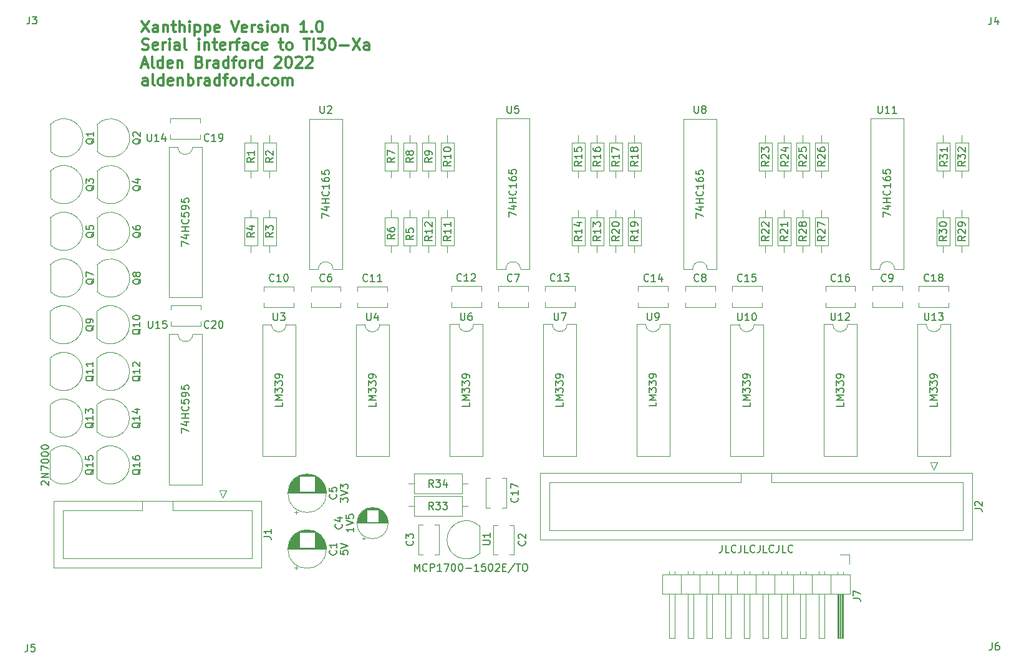
<source format=gbr>
%TF.GenerationSoftware,KiCad,Pcbnew,(6.0.6)*%
%TF.CreationDate,2022-08-01T21:04:17-04:00*%
%TF.ProjectId,calculator_interface,63616c63-756c-4617-946f-725f696e7465,rev?*%
%TF.SameCoordinates,Original*%
%TF.FileFunction,Legend,Top*%
%TF.FilePolarity,Positive*%
%FSLAX46Y46*%
G04 Gerber Fmt 4.6, Leading zero omitted, Abs format (unit mm)*
G04 Created by KiCad (PCBNEW (6.0.6)) date 2022-08-01 21:04:17*
%MOMM*%
%LPD*%
G01*
G04 APERTURE LIST*
%ADD10C,0.150000*%
%ADD11C,0.300000*%
%ADD12C,0.120000*%
G04 APERTURE END LIST*
D10*
X126182380Y-80430476D02*
X126182380Y-80906666D01*
X125182380Y-80906666D01*
X126182380Y-80097142D02*
X125182380Y-80097142D01*
X125896666Y-79763809D01*
X125182380Y-79430476D01*
X126182380Y-79430476D01*
X125182380Y-79049523D02*
X125182380Y-78430476D01*
X125563333Y-78763809D01*
X125563333Y-78620952D01*
X125610952Y-78525714D01*
X125658571Y-78478095D01*
X125753809Y-78430476D01*
X125991904Y-78430476D01*
X126087142Y-78478095D01*
X126134761Y-78525714D01*
X126182380Y-78620952D01*
X126182380Y-78906666D01*
X126134761Y-79001904D01*
X126087142Y-79049523D01*
X125182380Y-78097142D02*
X125182380Y-77478095D01*
X125563333Y-77811428D01*
X125563333Y-77668571D01*
X125610952Y-77573333D01*
X125658571Y-77525714D01*
X125753809Y-77478095D01*
X125991904Y-77478095D01*
X126087142Y-77525714D01*
X126134761Y-77573333D01*
X126182380Y-77668571D01*
X126182380Y-77954285D01*
X126134761Y-78049523D01*
X126087142Y-78097142D01*
X126182380Y-77001904D02*
X126182380Y-76811428D01*
X126134761Y-76716190D01*
X126087142Y-76668571D01*
X125944285Y-76573333D01*
X125753809Y-76525714D01*
X125372857Y-76525714D01*
X125277619Y-76573333D01*
X125230000Y-76620952D01*
X125182380Y-76716190D01*
X125182380Y-76906666D01*
X125230000Y-77001904D01*
X125277619Y-77049523D01*
X125372857Y-77097142D01*
X125610952Y-77097142D01*
X125706190Y-77049523D01*
X125753809Y-77001904D01*
X125801428Y-76906666D01*
X125801428Y-76716190D01*
X125753809Y-76620952D01*
X125706190Y-76573333D01*
X125610952Y-76525714D01*
X93432380Y-55204904D02*
X93432380Y-54538238D01*
X94432380Y-54966809D01*
X93765714Y-53728714D02*
X94432380Y-53728714D01*
X93384761Y-53966809D02*
X94099047Y-54204904D01*
X94099047Y-53585857D01*
X94432380Y-53204904D02*
X93432380Y-53204904D01*
X93908571Y-53204904D02*
X93908571Y-52633476D01*
X94432380Y-52633476D02*
X93432380Y-52633476D01*
X94337142Y-51585857D02*
X94384761Y-51633476D01*
X94432380Y-51776333D01*
X94432380Y-51871571D01*
X94384761Y-52014428D01*
X94289523Y-52109666D01*
X94194285Y-52157285D01*
X94003809Y-52204904D01*
X93860952Y-52204904D01*
X93670476Y-52157285D01*
X93575238Y-52109666D01*
X93480000Y-52014428D01*
X93432380Y-51871571D01*
X93432380Y-51776333D01*
X93480000Y-51633476D01*
X93527619Y-51585857D01*
X94432380Y-50633476D02*
X94432380Y-51204904D01*
X94432380Y-50919190D02*
X93432380Y-50919190D01*
X93575238Y-51014428D01*
X93670476Y-51109666D01*
X93718095Y-51204904D01*
X93432380Y-49776333D02*
X93432380Y-49966809D01*
X93480000Y-50062047D01*
X93527619Y-50109666D01*
X93670476Y-50204904D01*
X93860952Y-50252523D01*
X94241904Y-50252523D01*
X94337142Y-50204904D01*
X94384761Y-50157285D01*
X94432380Y-50062047D01*
X94432380Y-49871571D01*
X94384761Y-49776333D01*
X94337142Y-49728714D01*
X94241904Y-49681095D01*
X94003809Y-49681095D01*
X93908571Y-49728714D01*
X93860952Y-49776333D01*
X93813333Y-49871571D01*
X93813333Y-50062047D01*
X93860952Y-50157285D01*
X93908571Y-50204904D01*
X94003809Y-50252523D01*
X93432380Y-48776333D02*
X93432380Y-49252523D01*
X93908571Y-49300142D01*
X93860952Y-49252523D01*
X93813333Y-49157285D01*
X93813333Y-48919190D01*
X93860952Y-48823952D01*
X93908571Y-48776333D01*
X94003809Y-48728714D01*
X94241904Y-48728714D01*
X94337142Y-48776333D01*
X94384761Y-48823952D01*
X94432380Y-48919190D01*
X94432380Y-49157285D01*
X94384761Y-49252523D01*
X94337142Y-49300142D01*
X48982380Y-59141904D02*
X48982380Y-58475238D01*
X49982380Y-58903809D01*
X49315714Y-57665714D02*
X49982380Y-57665714D01*
X48934761Y-57903809D02*
X49649047Y-58141904D01*
X49649047Y-57522857D01*
X49982380Y-57141904D02*
X48982380Y-57141904D01*
X49458571Y-57141904D02*
X49458571Y-56570476D01*
X49982380Y-56570476D02*
X48982380Y-56570476D01*
X49887142Y-55522857D02*
X49934761Y-55570476D01*
X49982380Y-55713333D01*
X49982380Y-55808571D01*
X49934761Y-55951428D01*
X49839523Y-56046666D01*
X49744285Y-56094285D01*
X49553809Y-56141904D01*
X49410952Y-56141904D01*
X49220476Y-56094285D01*
X49125238Y-56046666D01*
X49030000Y-55951428D01*
X48982380Y-55808571D01*
X48982380Y-55713333D01*
X49030000Y-55570476D01*
X49077619Y-55522857D01*
X48982380Y-54618095D02*
X48982380Y-55094285D01*
X49458571Y-55141904D01*
X49410952Y-55094285D01*
X49363333Y-54999047D01*
X49363333Y-54760952D01*
X49410952Y-54665714D01*
X49458571Y-54618095D01*
X49553809Y-54570476D01*
X49791904Y-54570476D01*
X49887142Y-54618095D01*
X49934761Y-54665714D01*
X49982380Y-54760952D01*
X49982380Y-54999047D01*
X49934761Y-55094285D01*
X49887142Y-55141904D01*
X49982380Y-54094285D02*
X49982380Y-53903809D01*
X49934761Y-53808571D01*
X49887142Y-53760952D01*
X49744285Y-53665714D01*
X49553809Y-53618095D01*
X49172857Y-53618095D01*
X49077619Y-53665714D01*
X49030000Y-53713333D01*
X48982380Y-53808571D01*
X48982380Y-53999047D01*
X49030000Y-54094285D01*
X49077619Y-54141904D01*
X49172857Y-54189523D01*
X49410952Y-54189523D01*
X49506190Y-54141904D01*
X49553809Y-54094285D01*
X49601428Y-53999047D01*
X49601428Y-53808571D01*
X49553809Y-53713333D01*
X49506190Y-53665714D01*
X49410952Y-53618095D01*
X48982380Y-52713333D02*
X48982380Y-53189523D01*
X49458571Y-53237142D01*
X49410952Y-53189523D01*
X49363333Y-53094285D01*
X49363333Y-52856190D01*
X49410952Y-52760952D01*
X49458571Y-52713333D01*
X49553809Y-52665714D01*
X49791904Y-52665714D01*
X49887142Y-52713333D01*
X49934761Y-52760952D01*
X49982380Y-52856190D01*
X49982380Y-53094285D01*
X49934761Y-53189523D01*
X49887142Y-53237142D01*
X62682380Y-80430476D02*
X62682380Y-80906666D01*
X61682380Y-80906666D01*
X62682380Y-80097142D02*
X61682380Y-80097142D01*
X62396666Y-79763809D01*
X61682380Y-79430476D01*
X62682380Y-79430476D01*
X61682380Y-79049523D02*
X61682380Y-78430476D01*
X62063333Y-78763809D01*
X62063333Y-78620952D01*
X62110952Y-78525714D01*
X62158571Y-78478095D01*
X62253809Y-78430476D01*
X62491904Y-78430476D01*
X62587142Y-78478095D01*
X62634761Y-78525714D01*
X62682380Y-78620952D01*
X62682380Y-78906666D01*
X62634761Y-79001904D01*
X62587142Y-79049523D01*
X61682380Y-78097142D02*
X61682380Y-77478095D01*
X62063333Y-77811428D01*
X62063333Y-77668571D01*
X62110952Y-77573333D01*
X62158571Y-77525714D01*
X62253809Y-77478095D01*
X62491904Y-77478095D01*
X62587142Y-77525714D01*
X62634761Y-77573333D01*
X62682380Y-77668571D01*
X62682380Y-77954285D01*
X62634761Y-78049523D01*
X62587142Y-78097142D01*
X62682380Y-77001904D02*
X62682380Y-76811428D01*
X62634761Y-76716190D01*
X62587142Y-76668571D01*
X62444285Y-76573333D01*
X62253809Y-76525714D01*
X61872857Y-76525714D01*
X61777619Y-76573333D01*
X61730000Y-76620952D01*
X61682380Y-76716190D01*
X61682380Y-76906666D01*
X61730000Y-77001904D01*
X61777619Y-77049523D01*
X61872857Y-77097142D01*
X62110952Y-77097142D01*
X62206190Y-77049523D01*
X62253809Y-77001904D01*
X62301428Y-76906666D01*
X62301428Y-76716190D01*
X62253809Y-76620952D01*
X62206190Y-76573333D01*
X62110952Y-76525714D01*
X88082380Y-80430476D02*
X88082380Y-80906666D01*
X87082380Y-80906666D01*
X88082380Y-80097142D02*
X87082380Y-80097142D01*
X87796666Y-79763809D01*
X87082380Y-79430476D01*
X88082380Y-79430476D01*
X87082380Y-79049523D02*
X87082380Y-78430476D01*
X87463333Y-78763809D01*
X87463333Y-78620952D01*
X87510952Y-78525714D01*
X87558571Y-78478095D01*
X87653809Y-78430476D01*
X87891904Y-78430476D01*
X87987142Y-78478095D01*
X88034761Y-78525714D01*
X88082380Y-78620952D01*
X88082380Y-78906666D01*
X88034761Y-79001904D01*
X87987142Y-79049523D01*
X87082380Y-78097142D02*
X87082380Y-77478095D01*
X87463333Y-77811428D01*
X87463333Y-77668571D01*
X87510952Y-77573333D01*
X87558571Y-77525714D01*
X87653809Y-77478095D01*
X87891904Y-77478095D01*
X87987142Y-77525714D01*
X88034761Y-77573333D01*
X88082380Y-77668571D01*
X88082380Y-77954285D01*
X88034761Y-78049523D01*
X87987142Y-78097142D01*
X88082380Y-77001904D02*
X88082380Y-76811428D01*
X88034761Y-76716190D01*
X87987142Y-76668571D01*
X87844285Y-76573333D01*
X87653809Y-76525714D01*
X87272857Y-76525714D01*
X87177619Y-76573333D01*
X87130000Y-76620952D01*
X87082380Y-76716190D01*
X87082380Y-76906666D01*
X87130000Y-77001904D01*
X87177619Y-77049523D01*
X87272857Y-77097142D01*
X87510952Y-77097142D01*
X87606190Y-77049523D01*
X87653809Y-77001904D01*
X87701428Y-76906666D01*
X87701428Y-76716190D01*
X87653809Y-76620952D01*
X87606190Y-76573333D01*
X87510952Y-76525714D01*
X113445091Y-80401797D02*
X113445091Y-80877987D01*
X112445091Y-80877987D01*
X113445091Y-80068463D02*
X112445091Y-80068463D01*
X113159377Y-79735130D01*
X112445091Y-79401797D01*
X113445091Y-79401797D01*
X112445091Y-79020844D02*
X112445091Y-78401797D01*
X112826044Y-78735130D01*
X112826044Y-78592273D01*
X112873663Y-78497035D01*
X112921282Y-78449416D01*
X113016520Y-78401797D01*
X113254615Y-78401797D01*
X113349853Y-78449416D01*
X113397472Y-78497035D01*
X113445091Y-78592273D01*
X113445091Y-78877987D01*
X113397472Y-78973225D01*
X113349853Y-79020844D01*
X112445091Y-78068463D02*
X112445091Y-77449416D01*
X112826044Y-77782749D01*
X112826044Y-77639892D01*
X112873663Y-77544654D01*
X112921282Y-77497035D01*
X113016520Y-77449416D01*
X113254615Y-77449416D01*
X113349853Y-77497035D01*
X113397472Y-77544654D01*
X113445091Y-77639892D01*
X113445091Y-77925606D01*
X113397472Y-78020844D01*
X113349853Y-78068463D01*
X113445091Y-76973225D02*
X113445091Y-76782749D01*
X113397472Y-76687511D01*
X113349853Y-76639892D01*
X113206996Y-76544654D01*
X113016520Y-76497035D01*
X112635568Y-76497035D01*
X112540330Y-76544654D01*
X112492711Y-76592273D01*
X112445091Y-76687511D01*
X112445091Y-76877987D01*
X112492711Y-76973225D01*
X112540330Y-77020844D01*
X112635568Y-77068463D01*
X112873663Y-77068463D01*
X112968901Y-77020844D01*
X113016520Y-76973225D01*
X113064139Y-76877987D01*
X113064139Y-76687511D01*
X113016520Y-76592273D01*
X112968901Y-76544654D01*
X112873663Y-76497035D01*
X144232380Y-55204904D02*
X144232380Y-54538238D01*
X145232380Y-54966809D01*
X144565714Y-53728714D02*
X145232380Y-53728714D01*
X144184761Y-53966809D02*
X144899047Y-54204904D01*
X144899047Y-53585857D01*
X145232380Y-53204904D02*
X144232380Y-53204904D01*
X144708571Y-53204904D02*
X144708571Y-52633476D01*
X145232380Y-52633476D02*
X144232380Y-52633476D01*
X145137142Y-51585857D02*
X145184761Y-51633476D01*
X145232380Y-51776333D01*
X145232380Y-51871571D01*
X145184761Y-52014428D01*
X145089523Y-52109666D01*
X144994285Y-52157285D01*
X144803809Y-52204904D01*
X144660952Y-52204904D01*
X144470476Y-52157285D01*
X144375238Y-52109666D01*
X144280000Y-52014428D01*
X144232380Y-51871571D01*
X144232380Y-51776333D01*
X144280000Y-51633476D01*
X144327619Y-51585857D01*
X145232380Y-50633476D02*
X145232380Y-51204904D01*
X145232380Y-50919190D02*
X144232380Y-50919190D01*
X144375238Y-51014428D01*
X144470476Y-51109666D01*
X144518095Y-51204904D01*
X144232380Y-49776333D02*
X144232380Y-49966809D01*
X144280000Y-50062047D01*
X144327619Y-50109666D01*
X144470476Y-50204904D01*
X144660952Y-50252523D01*
X145041904Y-50252523D01*
X145137142Y-50204904D01*
X145184761Y-50157285D01*
X145232380Y-50062047D01*
X145232380Y-49871571D01*
X145184761Y-49776333D01*
X145137142Y-49728714D01*
X145041904Y-49681095D01*
X144803809Y-49681095D01*
X144708571Y-49728714D01*
X144660952Y-49776333D01*
X144613333Y-49871571D01*
X144613333Y-50062047D01*
X144660952Y-50157285D01*
X144708571Y-50204904D01*
X144803809Y-50252523D01*
X144232380Y-48776333D02*
X144232380Y-49252523D01*
X144708571Y-49300142D01*
X144660952Y-49252523D01*
X144613333Y-49157285D01*
X144613333Y-48919190D01*
X144660952Y-48823952D01*
X144708571Y-48776333D01*
X144803809Y-48728714D01*
X145041904Y-48728714D01*
X145137142Y-48776333D01*
X145184761Y-48823952D01*
X145232380Y-48919190D01*
X145232380Y-49157285D01*
X145184761Y-49252523D01*
X145137142Y-49300142D01*
X72334380Y-97409047D02*
X72334380Y-97980476D01*
X72334380Y-97694761D02*
X71334380Y-97694761D01*
X71477238Y-97790000D01*
X71572476Y-97885238D01*
X71620095Y-97980476D01*
X71334380Y-97123333D02*
X72334380Y-96790000D01*
X71334380Y-96456666D01*
X71334380Y-95647142D02*
X71334380Y-96123333D01*
X71810571Y-96170952D01*
X71762952Y-96123333D01*
X71715333Y-96028095D01*
X71715333Y-95790000D01*
X71762952Y-95694761D01*
X71810571Y-95647142D01*
X71905809Y-95599523D01*
X72143904Y-95599523D01*
X72239142Y-95647142D01*
X72286761Y-95694761D01*
X72334380Y-95790000D01*
X72334380Y-96028095D01*
X72286761Y-96123333D01*
X72239142Y-96170952D01*
X118832380Y-55331904D02*
X118832380Y-54665238D01*
X119832380Y-55093809D01*
X119165714Y-53855714D02*
X119832380Y-53855714D01*
X118784761Y-54093809D02*
X119499047Y-54331904D01*
X119499047Y-53712857D01*
X119832380Y-53331904D02*
X118832380Y-53331904D01*
X119308571Y-53331904D02*
X119308571Y-52760476D01*
X119832380Y-52760476D02*
X118832380Y-52760476D01*
X119737142Y-51712857D02*
X119784761Y-51760476D01*
X119832380Y-51903333D01*
X119832380Y-51998571D01*
X119784761Y-52141428D01*
X119689523Y-52236666D01*
X119594285Y-52284285D01*
X119403809Y-52331904D01*
X119260952Y-52331904D01*
X119070476Y-52284285D01*
X118975238Y-52236666D01*
X118880000Y-52141428D01*
X118832380Y-51998571D01*
X118832380Y-51903333D01*
X118880000Y-51760476D01*
X118927619Y-51712857D01*
X119832380Y-50760476D02*
X119832380Y-51331904D01*
X119832380Y-51046190D02*
X118832380Y-51046190D01*
X118975238Y-51141428D01*
X119070476Y-51236666D01*
X119118095Y-51331904D01*
X118832380Y-49903333D02*
X118832380Y-50093809D01*
X118880000Y-50189047D01*
X118927619Y-50236666D01*
X119070476Y-50331904D01*
X119260952Y-50379523D01*
X119641904Y-50379523D01*
X119737142Y-50331904D01*
X119784761Y-50284285D01*
X119832380Y-50189047D01*
X119832380Y-49998571D01*
X119784761Y-49903333D01*
X119737142Y-49855714D01*
X119641904Y-49808095D01*
X119403809Y-49808095D01*
X119308571Y-49855714D01*
X119260952Y-49903333D01*
X119213333Y-49998571D01*
X119213333Y-50189047D01*
X119260952Y-50284285D01*
X119308571Y-50331904D01*
X119403809Y-50379523D01*
X118832380Y-48903333D02*
X118832380Y-49379523D01*
X119308571Y-49427142D01*
X119260952Y-49379523D01*
X119213333Y-49284285D01*
X119213333Y-49046190D01*
X119260952Y-48950952D01*
X119308571Y-48903333D01*
X119403809Y-48855714D01*
X119641904Y-48855714D01*
X119737142Y-48903333D01*
X119784761Y-48950952D01*
X119832380Y-49046190D01*
X119832380Y-49284285D01*
X119784761Y-49379523D01*
X119737142Y-49427142D01*
X70572380Y-93948095D02*
X70572380Y-93329047D01*
X70953333Y-93662380D01*
X70953333Y-93519523D01*
X71000952Y-93424285D01*
X71048571Y-93376666D01*
X71143809Y-93329047D01*
X71381904Y-93329047D01*
X71477142Y-93376666D01*
X71524761Y-93424285D01*
X71572380Y-93519523D01*
X71572380Y-93805238D01*
X71524761Y-93900476D01*
X71477142Y-93948095D01*
X70572380Y-93043333D02*
X71572380Y-92710000D01*
X70572380Y-92376666D01*
X70572380Y-92138571D02*
X70572380Y-91519523D01*
X70953333Y-91852857D01*
X70953333Y-91710000D01*
X71000952Y-91614761D01*
X71048571Y-91567142D01*
X71143809Y-91519523D01*
X71381904Y-91519523D01*
X71477142Y-91567142D01*
X71524761Y-91614761D01*
X71572380Y-91710000D01*
X71572380Y-91995714D01*
X71524761Y-92090952D01*
X71477142Y-92138571D01*
X138882380Y-80430476D02*
X138882380Y-80906666D01*
X137882380Y-80906666D01*
X138882380Y-80097142D02*
X137882380Y-80097142D01*
X138596666Y-79763809D01*
X137882380Y-79430476D01*
X138882380Y-79430476D01*
X137882380Y-79049523D02*
X137882380Y-78430476D01*
X138263333Y-78763809D01*
X138263333Y-78620952D01*
X138310952Y-78525714D01*
X138358571Y-78478095D01*
X138453809Y-78430476D01*
X138691904Y-78430476D01*
X138787142Y-78478095D01*
X138834761Y-78525714D01*
X138882380Y-78620952D01*
X138882380Y-78906666D01*
X138834761Y-79001904D01*
X138787142Y-79049523D01*
X137882380Y-78097142D02*
X137882380Y-77478095D01*
X138263333Y-77811428D01*
X138263333Y-77668571D01*
X138310952Y-77573333D01*
X138358571Y-77525714D01*
X138453809Y-77478095D01*
X138691904Y-77478095D01*
X138787142Y-77525714D01*
X138834761Y-77573333D01*
X138882380Y-77668571D01*
X138882380Y-77954285D01*
X138834761Y-78049523D01*
X138787142Y-78097142D01*
X138882380Y-77001904D02*
X138882380Y-76811428D01*
X138834761Y-76716190D01*
X138787142Y-76668571D01*
X138644285Y-76573333D01*
X138453809Y-76525714D01*
X138072857Y-76525714D01*
X137977619Y-76573333D01*
X137930000Y-76620952D01*
X137882380Y-76716190D01*
X137882380Y-76906666D01*
X137930000Y-77001904D01*
X137977619Y-77049523D01*
X138072857Y-77097142D01*
X138310952Y-77097142D01*
X138406190Y-77049523D01*
X138453809Y-77001904D01*
X138501428Y-76906666D01*
X138501428Y-76716190D01*
X138453809Y-76620952D01*
X138406190Y-76573333D01*
X138310952Y-76525714D01*
X75382380Y-80440476D02*
X75382380Y-80916666D01*
X74382380Y-80916666D01*
X75382380Y-80107142D02*
X74382380Y-80107142D01*
X75096666Y-79773809D01*
X74382380Y-79440476D01*
X75382380Y-79440476D01*
X74382380Y-79059523D02*
X74382380Y-78440476D01*
X74763333Y-78773809D01*
X74763333Y-78630952D01*
X74810952Y-78535714D01*
X74858571Y-78488095D01*
X74953809Y-78440476D01*
X75191904Y-78440476D01*
X75287142Y-78488095D01*
X75334761Y-78535714D01*
X75382380Y-78630952D01*
X75382380Y-78916666D01*
X75334761Y-79011904D01*
X75287142Y-79059523D01*
X74382380Y-78107142D02*
X74382380Y-77488095D01*
X74763333Y-77821428D01*
X74763333Y-77678571D01*
X74810952Y-77583333D01*
X74858571Y-77535714D01*
X74953809Y-77488095D01*
X75191904Y-77488095D01*
X75287142Y-77535714D01*
X75334761Y-77583333D01*
X75382380Y-77678571D01*
X75382380Y-77964285D01*
X75334761Y-78059523D01*
X75287142Y-78107142D01*
X75382380Y-77011904D02*
X75382380Y-76821428D01*
X75334761Y-76726190D01*
X75287142Y-76678571D01*
X75144285Y-76583333D01*
X74953809Y-76535714D01*
X74572857Y-76535714D01*
X74477619Y-76583333D01*
X74430000Y-76630952D01*
X74382380Y-76726190D01*
X74382380Y-76916666D01*
X74430000Y-77011904D01*
X74477619Y-77059523D01*
X74572857Y-77107142D01*
X74810952Y-77107142D01*
X74906190Y-77059523D01*
X74953809Y-77011904D01*
X75001428Y-76916666D01*
X75001428Y-76726190D01*
X74953809Y-76630952D01*
X74906190Y-76583333D01*
X74810952Y-76535714D01*
X30027619Y-91614285D02*
X29980000Y-91566666D01*
X29932380Y-91471428D01*
X29932380Y-91233333D01*
X29980000Y-91138095D01*
X30027619Y-91090476D01*
X30122857Y-91042857D01*
X30218095Y-91042857D01*
X30360952Y-91090476D01*
X30932380Y-91661904D01*
X30932380Y-91042857D01*
X30932380Y-90614285D02*
X29932380Y-90614285D01*
X30932380Y-90042857D01*
X29932380Y-90042857D01*
X29932380Y-89661904D02*
X29932380Y-88995238D01*
X30932380Y-89423809D01*
X29932380Y-88423809D02*
X29932380Y-88328571D01*
X29980000Y-88233333D01*
X30027619Y-88185714D01*
X30122857Y-88138095D01*
X30313333Y-88090476D01*
X30551428Y-88090476D01*
X30741904Y-88138095D01*
X30837142Y-88185714D01*
X30884761Y-88233333D01*
X30932380Y-88328571D01*
X30932380Y-88423809D01*
X30884761Y-88519047D01*
X30837142Y-88566666D01*
X30741904Y-88614285D01*
X30551428Y-88661904D01*
X30313333Y-88661904D01*
X30122857Y-88614285D01*
X30027619Y-88566666D01*
X29980000Y-88519047D01*
X29932380Y-88423809D01*
X29932380Y-87471428D02*
X29932380Y-87376190D01*
X29980000Y-87280952D01*
X30027619Y-87233333D01*
X30122857Y-87185714D01*
X30313333Y-87138095D01*
X30551428Y-87138095D01*
X30741904Y-87185714D01*
X30837142Y-87233333D01*
X30884761Y-87280952D01*
X30932380Y-87376190D01*
X30932380Y-87471428D01*
X30884761Y-87566666D01*
X30837142Y-87614285D01*
X30741904Y-87661904D01*
X30551428Y-87709523D01*
X30313333Y-87709523D01*
X30122857Y-87661904D01*
X30027619Y-87614285D01*
X29980000Y-87566666D01*
X29932380Y-87471428D01*
X29932380Y-86519047D02*
X29932380Y-86423809D01*
X29980000Y-86328571D01*
X30027619Y-86280952D01*
X30122857Y-86233333D01*
X30313333Y-86185714D01*
X30551428Y-86185714D01*
X30741904Y-86233333D01*
X30837142Y-86280952D01*
X30884761Y-86328571D01*
X30932380Y-86423809D01*
X30932380Y-86519047D01*
X30884761Y-86614285D01*
X30837142Y-86661904D01*
X30741904Y-86709523D01*
X30551428Y-86757142D01*
X30313333Y-86757142D01*
X30122857Y-86709523D01*
X30027619Y-86661904D01*
X29980000Y-86614285D01*
X29932380Y-86519047D01*
X100782380Y-80430476D02*
X100782380Y-80906666D01*
X99782380Y-80906666D01*
X100782380Y-80097142D02*
X99782380Y-80097142D01*
X100496666Y-79763809D01*
X99782380Y-79430476D01*
X100782380Y-79430476D01*
X99782380Y-79049523D02*
X99782380Y-78430476D01*
X100163333Y-78763809D01*
X100163333Y-78620952D01*
X100210952Y-78525714D01*
X100258571Y-78478095D01*
X100353809Y-78430476D01*
X100591904Y-78430476D01*
X100687142Y-78478095D01*
X100734761Y-78525714D01*
X100782380Y-78620952D01*
X100782380Y-78906666D01*
X100734761Y-79001904D01*
X100687142Y-79049523D01*
X99782380Y-78097142D02*
X99782380Y-77478095D01*
X100163333Y-77811428D01*
X100163333Y-77668571D01*
X100210952Y-77573333D01*
X100258571Y-77525714D01*
X100353809Y-77478095D01*
X100591904Y-77478095D01*
X100687142Y-77525714D01*
X100734761Y-77573333D01*
X100782380Y-77668571D01*
X100782380Y-77954285D01*
X100734761Y-78049523D01*
X100687142Y-78097142D01*
X100782380Y-77001904D02*
X100782380Y-76811428D01*
X100734761Y-76716190D01*
X100687142Y-76668571D01*
X100544285Y-76573333D01*
X100353809Y-76525714D01*
X99972857Y-76525714D01*
X99877619Y-76573333D01*
X99830000Y-76620952D01*
X99782380Y-76716190D01*
X99782380Y-76906666D01*
X99830000Y-77001904D01*
X99877619Y-77049523D01*
X99972857Y-77097142D01*
X100210952Y-77097142D01*
X100306190Y-77049523D01*
X100353809Y-77001904D01*
X100401428Y-76906666D01*
X100401428Y-76716190D01*
X100353809Y-76620952D01*
X100306190Y-76573333D01*
X100210952Y-76525714D01*
X122380952Y-99782380D02*
X122380952Y-100496666D01*
X122333333Y-100639523D01*
X122238095Y-100734761D01*
X122095238Y-100782380D01*
X122000000Y-100782380D01*
X123333333Y-100782380D02*
X122857142Y-100782380D01*
X122857142Y-99782380D01*
X124238095Y-100687142D02*
X124190476Y-100734761D01*
X124047619Y-100782380D01*
X123952380Y-100782380D01*
X123809523Y-100734761D01*
X123714285Y-100639523D01*
X123666666Y-100544285D01*
X123619047Y-100353809D01*
X123619047Y-100210952D01*
X123666666Y-100020476D01*
X123714285Y-99925238D01*
X123809523Y-99830000D01*
X123952380Y-99782380D01*
X124047619Y-99782380D01*
X124190476Y-99830000D01*
X124238095Y-99877619D01*
X124952380Y-99782380D02*
X124952380Y-100496666D01*
X124904761Y-100639523D01*
X124809523Y-100734761D01*
X124666666Y-100782380D01*
X124571428Y-100782380D01*
X125904761Y-100782380D02*
X125428571Y-100782380D01*
X125428571Y-99782380D01*
X126809523Y-100687142D02*
X126761904Y-100734761D01*
X126619047Y-100782380D01*
X126523809Y-100782380D01*
X126380952Y-100734761D01*
X126285714Y-100639523D01*
X126238095Y-100544285D01*
X126190476Y-100353809D01*
X126190476Y-100210952D01*
X126238095Y-100020476D01*
X126285714Y-99925238D01*
X126380952Y-99830000D01*
X126523809Y-99782380D01*
X126619047Y-99782380D01*
X126761904Y-99830000D01*
X126809523Y-99877619D01*
X127523809Y-99782380D02*
X127523809Y-100496666D01*
X127476190Y-100639523D01*
X127380952Y-100734761D01*
X127238095Y-100782380D01*
X127142857Y-100782380D01*
X128476190Y-100782380D02*
X128000000Y-100782380D01*
X128000000Y-99782380D01*
X129380952Y-100687142D02*
X129333333Y-100734761D01*
X129190476Y-100782380D01*
X129095238Y-100782380D01*
X128952380Y-100734761D01*
X128857142Y-100639523D01*
X128809523Y-100544285D01*
X128761904Y-100353809D01*
X128761904Y-100210952D01*
X128809523Y-100020476D01*
X128857142Y-99925238D01*
X128952380Y-99830000D01*
X129095238Y-99782380D01*
X129190476Y-99782380D01*
X129333333Y-99830000D01*
X129380952Y-99877619D01*
X130095238Y-99782380D02*
X130095238Y-100496666D01*
X130047619Y-100639523D01*
X129952380Y-100734761D01*
X129809523Y-100782380D01*
X129714285Y-100782380D01*
X131047619Y-100782380D02*
X130571428Y-100782380D01*
X130571428Y-99782380D01*
X131952380Y-100687142D02*
X131904761Y-100734761D01*
X131761904Y-100782380D01*
X131666666Y-100782380D01*
X131523809Y-100734761D01*
X131428571Y-100639523D01*
X131380952Y-100544285D01*
X131333333Y-100353809D01*
X131333333Y-100210952D01*
X131380952Y-100020476D01*
X131428571Y-99925238D01*
X131523809Y-99830000D01*
X131666666Y-99782380D01*
X131761904Y-99782380D01*
X131904761Y-99830000D01*
X131952380Y-99877619D01*
X48982380Y-84541904D02*
X48982380Y-83875238D01*
X49982380Y-84303809D01*
X49315714Y-83065714D02*
X49982380Y-83065714D01*
X48934761Y-83303809D02*
X49649047Y-83541904D01*
X49649047Y-82922857D01*
X49982380Y-82541904D02*
X48982380Y-82541904D01*
X49458571Y-82541904D02*
X49458571Y-81970476D01*
X49982380Y-81970476D02*
X48982380Y-81970476D01*
X49887142Y-80922857D02*
X49934761Y-80970476D01*
X49982380Y-81113333D01*
X49982380Y-81208571D01*
X49934761Y-81351428D01*
X49839523Y-81446666D01*
X49744285Y-81494285D01*
X49553809Y-81541904D01*
X49410952Y-81541904D01*
X49220476Y-81494285D01*
X49125238Y-81446666D01*
X49030000Y-81351428D01*
X48982380Y-81208571D01*
X48982380Y-81113333D01*
X49030000Y-80970476D01*
X49077619Y-80922857D01*
X48982380Y-80018095D02*
X48982380Y-80494285D01*
X49458571Y-80541904D01*
X49410952Y-80494285D01*
X49363333Y-80399047D01*
X49363333Y-80160952D01*
X49410952Y-80065714D01*
X49458571Y-80018095D01*
X49553809Y-79970476D01*
X49791904Y-79970476D01*
X49887142Y-80018095D01*
X49934761Y-80065714D01*
X49982380Y-80160952D01*
X49982380Y-80399047D01*
X49934761Y-80494285D01*
X49887142Y-80541904D01*
X49982380Y-79494285D02*
X49982380Y-79303809D01*
X49934761Y-79208571D01*
X49887142Y-79160952D01*
X49744285Y-79065714D01*
X49553809Y-79018095D01*
X49172857Y-79018095D01*
X49077619Y-79065714D01*
X49030000Y-79113333D01*
X48982380Y-79208571D01*
X48982380Y-79399047D01*
X49030000Y-79494285D01*
X49077619Y-79541904D01*
X49172857Y-79589523D01*
X49410952Y-79589523D01*
X49506190Y-79541904D01*
X49553809Y-79494285D01*
X49601428Y-79399047D01*
X49601428Y-79208571D01*
X49553809Y-79113333D01*
X49506190Y-79065714D01*
X49410952Y-79018095D01*
X48982380Y-78113333D02*
X48982380Y-78589523D01*
X49458571Y-78637142D01*
X49410952Y-78589523D01*
X49363333Y-78494285D01*
X49363333Y-78256190D01*
X49410952Y-78160952D01*
X49458571Y-78113333D01*
X49553809Y-78065714D01*
X49791904Y-78065714D01*
X49887142Y-78113333D01*
X49934761Y-78160952D01*
X49982380Y-78256190D01*
X49982380Y-78494285D01*
X49934761Y-78589523D01*
X49887142Y-78637142D01*
X80622142Y-103322380D02*
X80622142Y-102322380D01*
X80955476Y-103036666D01*
X81288809Y-102322380D01*
X81288809Y-103322380D01*
X82336428Y-103227142D02*
X82288809Y-103274761D01*
X82145952Y-103322380D01*
X82050714Y-103322380D01*
X81907857Y-103274761D01*
X81812619Y-103179523D01*
X81765000Y-103084285D01*
X81717380Y-102893809D01*
X81717380Y-102750952D01*
X81765000Y-102560476D01*
X81812619Y-102465238D01*
X81907857Y-102370000D01*
X82050714Y-102322380D01*
X82145952Y-102322380D01*
X82288809Y-102370000D01*
X82336428Y-102417619D01*
X82765000Y-103322380D02*
X82765000Y-102322380D01*
X83145952Y-102322380D01*
X83241190Y-102370000D01*
X83288809Y-102417619D01*
X83336428Y-102512857D01*
X83336428Y-102655714D01*
X83288809Y-102750952D01*
X83241190Y-102798571D01*
X83145952Y-102846190D01*
X82765000Y-102846190D01*
X84288809Y-103322380D02*
X83717380Y-103322380D01*
X84003095Y-103322380D02*
X84003095Y-102322380D01*
X83907857Y-102465238D01*
X83812619Y-102560476D01*
X83717380Y-102608095D01*
X84622142Y-102322380D02*
X85288809Y-102322380D01*
X84860238Y-103322380D01*
X85860238Y-102322380D02*
X85955476Y-102322380D01*
X86050714Y-102370000D01*
X86098333Y-102417619D01*
X86145952Y-102512857D01*
X86193571Y-102703333D01*
X86193571Y-102941428D01*
X86145952Y-103131904D01*
X86098333Y-103227142D01*
X86050714Y-103274761D01*
X85955476Y-103322380D01*
X85860238Y-103322380D01*
X85765000Y-103274761D01*
X85717380Y-103227142D01*
X85669761Y-103131904D01*
X85622142Y-102941428D01*
X85622142Y-102703333D01*
X85669761Y-102512857D01*
X85717380Y-102417619D01*
X85765000Y-102370000D01*
X85860238Y-102322380D01*
X86812619Y-102322380D02*
X86907857Y-102322380D01*
X87003095Y-102370000D01*
X87050714Y-102417619D01*
X87098333Y-102512857D01*
X87145952Y-102703333D01*
X87145952Y-102941428D01*
X87098333Y-103131904D01*
X87050714Y-103227142D01*
X87003095Y-103274761D01*
X86907857Y-103322380D01*
X86812619Y-103322380D01*
X86717380Y-103274761D01*
X86669761Y-103227142D01*
X86622142Y-103131904D01*
X86574523Y-102941428D01*
X86574523Y-102703333D01*
X86622142Y-102512857D01*
X86669761Y-102417619D01*
X86717380Y-102370000D01*
X86812619Y-102322380D01*
X87574523Y-102941428D02*
X88336428Y-102941428D01*
X89336428Y-103322380D02*
X88765000Y-103322380D01*
X89050714Y-103322380D02*
X89050714Y-102322380D01*
X88955476Y-102465238D01*
X88860238Y-102560476D01*
X88765000Y-102608095D01*
X90241190Y-102322380D02*
X89765000Y-102322380D01*
X89717380Y-102798571D01*
X89765000Y-102750952D01*
X89860238Y-102703333D01*
X90098333Y-102703333D01*
X90193571Y-102750952D01*
X90241190Y-102798571D01*
X90288809Y-102893809D01*
X90288809Y-103131904D01*
X90241190Y-103227142D01*
X90193571Y-103274761D01*
X90098333Y-103322380D01*
X89860238Y-103322380D01*
X89765000Y-103274761D01*
X89717380Y-103227142D01*
X90907857Y-102322380D02*
X91003095Y-102322380D01*
X91098333Y-102370000D01*
X91145952Y-102417619D01*
X91193571Y-102512857D01*
X91241190Y-102703333D01*
X91241190Y-102941428D01*
X91193571Y-103131904D01*
X91145952Y-103227142D01*
X91098333Y-103274761D01*
X91003095Y-103322380D01*
X90907857Y-103322380D01*
X90812619Y-103274761D01*
X90764999Y-103227142D01*
X90717380Y-103131904D01*
X90669761Y-102941428D01*
X90669761Y-102703333D01*
X90717380Y-102512857D01*
X90764999Y-102417619D01*
X90812619Y-102370000D01*
X90907857Y-102322380D01*
X91622142Y-102417619D02*
X91669761Y-102370000D01*
X91764999Y-102322380D01*
X92003095Y-102322380D01*
X92098333Y-102370000D01*
X92145952Y-102417619D01*
X92193571Y-102512857D01*
X92193571Y-102608095D01*
X92145952Y-102750952D01*
X91574523Y-103322380D01*
X92193571Y-103322380D01*
X92622142Y-102798571D02*
X92955476Y-102798571D01*
X93098333Y-103322380D02*
X92622142Y-103322380D01*
X92622142Y-102322380D01*
X93098333Y-102322380D01*
X94241190Y-102274761D02*
X93384047Y-103560476D01*
X94431666Y-102322380D02*
X95003095Y-102322380D01*
X94717380Y-103322380D02*
X94717380Y-102322380D01*
X95526904Y-102322380D02*
X95717380Y-102322380D01*
X95812619Y-102370000D01*
X95907857Y-102465238D01*
X95955476Y-102655714D01*
X95955476Y-102989047D01*
X95907857Y-103179523D01*
X95812619Y-103274761D01*
X95717380Y-103322380D01*
X95526904Y-103322380D01*
X95431666Y-103274761D01*
X95336428Y-103179523D01*
X95288809Y-102989047D01*
X95288809Y-102655714D01*
X95336428Y-102465238D01*
X95431666Y-102370000D01*
X95526904Y-102322380D01*
X68032380Y-55331904D02*
X68032380Y-54665238D01*
X69032380Y-55093809D01*
X68365714Y-53855714D02*
X69032380Y-53855714D01*
X67984761Y-54093809D02*
X68699047Y-54331904D01*
X68699047Y-53712857D01*
X69032380Y-53331904D02*
X68032380Y-53331904D01*
X68508571Y-53331904D02*
X68508571Y-52760476D01*
X69032380Y-52760476D02*
X68032380Y-52760476D01*
X68937142Y-51712857D02*
X68984761Y-51760476D01*
X69032380Y-51903333D01*
X69032380Y-51998571D01*
X68984761Y-52141428D01*
X68889523Y-52236666D01*
X68794285Y-52284285D01*
X68603809Y-52331904D01*
X68460952Y-52331904D01*
X68270476Y-52284285D01*
X68175238Y-52236666D01*
X68080000Y-52141428D01*
X68032380Y-51998571D01*
X68032380Y-51903333D01*
X68080000Y-51760476D01*
X68127619Y-51712857D01*
X69032380Y-50760476D02*
X69032380Y-51331904D01*
X69032380Y-51046190D02*
X68032380Y-51046190D01*
X68175238Y-51141428D01*
X68270476Y-51236666D01*
X68318095Y-51331904D01*
X68032380Y-49903333D02*
X68032380Y-50093809D01*
X68080000Y-50189047D01*
X68127619Y-50236666D01*
X68270476Y-50331904D01*
X68460952Y-50379523D01*
X68841904Y-50379523D01*
X68937142Y-50331904D01*
X68984761Y-50284285D01*
X69032380Y-50189047D01*
X69032380Y-49998571D01*
X68984761Y-49903333D01*
X68937142Y-49855714D01*
X68841904Y-49808095D01*
X68603809Y-49808095D01*
X68508571Y-49855714D01*
X68460952Y-49903333D01*
X68413333Y-49998571D01*
X68413333Y-50189047D01*
X68460952Y-50284285D01*
X68508571Y-50331904D01*
X68603809Y-50379523D01*
X68032380Y-48903333D02*
X68032380Y-49379523D01*
X68508571Y-49427142D01*
X68460952Y-49379523D01*
X68413333Y-49284285D01*
X68413333Y-49046190D01*
X68460952Y-48950952D01*
X68508571Y-48903333D01*
X68603809Y-48855714D01*
X68841904Y-48855714D01*
X68937142Y-48903333D01*
X68984761Y-48950952D01*
X69032380Y-49046190D01*
X69032380Y-49284285D01*
X68984761Y-49379523D01*
X68937142Y-49427142D01*
X70572380Y-100520476D02*
X70572380Y-100996666D01*
X71048571Y-101044285D01*
X71000952Y-100996666D01*
X70953333Y-100901428D01*
X70953333Y-100663333D01*
X71000952Y-100568095D01*
X71048571Y-100520476D01*
X71143809Y-100472857D01*
X71381904Y-100472857D01*
X71477142Y-100520476D01*
X71524761Y-100568095D01*
X71572380Y-100663333D01*
X71572380Y-100901428D01*
X71524761Y-100996666D01*
X71477142Y-101044285D01*
X70572380Y-100187142D02*
X71572380Y-99853809D01*
X70572380Y-99520476D01*
D11*
X43589285Y-28576071D02*
X44589285Y-30076071D01*
X44589285Y-28576071D02*
X43589285Y-30076071D01*
X45803571Y-30076071D02*
X45803571Y-29290357D01*
X45732142Y-29147500D01*
X45589285Y-29076071D01*
X45303571Y-29076071D01*
X45160714Y-29147500D01*
X45803571Y-30004642D02*
X45660714Y-30076071D01*
X45303571Y-30076071D01*
X45160714Y-30004642D01*
X45089285Y-29861785D01*
X45089285Y-29718928D01*
X45160714Y-29576071D01*
X45303571Y-29504642D01*
X45660714Y-29504642D01*
X45803571Y-29433214D01*
X46517857Y-29076071D02*
X46517857Y-30076071D01*
X46517857Y-29218928D02*
X46589285Y-29147500D01*
X46732142Y-29076071D01*
X46946428Y-29076071D01*
X47089285Y-29147500D01*
X47160714Y-29290357D01*
X47160714Y-30076071D01*
X47660714Y-29076071D02*
X48232142Y-29076071D01*
X47875000Y-28576071D02*
X47875000Y-29861785D01*
X47946428Y-30004642D01*
X48089285Y-30076071D01*
X48232142Y-30076071D01*
X48732142Y-30076071D02*
X48732142Y-28576071D01*
X49375000Y-30076071D02*
X49375000Y-29290357D01*
X49303571Y-29147500D01*
X49160714Y-29076071D01*
X48946428Y-29076071D01*
X48803571Y-29147500D01*
X48732142Y-29218928D01*
X50089285Y-30076071D02*
X50089285Y-29076071D01*
X50089285Y-28576071D02*
X50017857Y-28647500D01*
X50089285Y-28718928D01*
X50160714Y-28647500D01*
X50089285Y-28576071D01*
X50089285Y-28718928D01*
X50803571Y-29076071D02*
X50803571Y-30576071D01*
X50803571Y-29147500D02*
X50946428Y-29076071D01*
X51232142Y-29076071D01*
X51375000Y-29147500D01*
X51446428Y-29218928D01*
X51517857Y-29361785D01*
X51517857Y-29790357D01*
X51446428Y-29933214D01*
X51375000Y-30004642D01*
X51232142Y-30076071D01*
X50946428Y-30076071D01*
X50803571Y-30004642D01*
X52160714Y-29076071D02*
X52160714Y-30576071D01*
X52160714Y-29147500D02*
X52303571Y-29076071D01*
X52589285Y-29076071D01*
X52732142Y-29147500D01*
X52803571Y-29218928D01*
X52875000Y-29361785D01*
X52875000Y-29790357D01*
X52803571Y-29933214D01*
X52732142Y-30004642D01*
X52589285Y-30076071D01*
X52303571Y-30076071D01*
X52160714Y-30004642D01*
X54089285Y-30004642D02*
X53946428Y-30076071D01*
X53660714Y-30076071D01*
X53517857Y-30004642D01*
X53446428Y-29861785D01*
X53446428Y-29290357D01*
X53517857Y-29147500D01*
X53660714Y-29076071D01*
X53946428Y-29076071D01*
X54089285Y-29147500D01*
X54160714Y-29290357D01*
X54160714Y-29433214D01*
X53446428Y-29576071D01*
X55732142Y-28576071D02*
X56232142Y-30076071D01*
X56732142Y-28576071D01*
X57803571Y-30004642D02*
X57660714Y-30076071D01*
X57375000Y-30076071D01*
X57232142Y-30004642D01*
X57160714Y-29861785D01*
X57160714Y-29290357D01*
X57232142Y-29147500D01*
X57375000Y-29076071D01*
X57660714Y-29076071D01*
X57803571Y-29147500D01*
X57875000Y-29290357D01*
X57875000Y-29433214D01*
X57160714Y-29576071D01*
X58517857Y-30076071D02*
X58517857Y-29076071D01*
X58517857Y-29361785D02*
X58589285Y-29218928D01*
X58660714Y-29147500D01*
X58803571Y-29076071D01*
X58946428Y-29076071D01*
X59375000Y-30004642D02*
X59517857Y-30076071D01*
X59803571Y-30076071D01*
X59946428Y-30004642D01*
X60017857Y-29861785D01*
X60017857Y-29790357D01*
X59946428Y-29647500D01*
X59803571Y-29576071D01*
X59589285Y-29576071D01*
X59446428Y-29504642D01*
X59375000Y-29361785D01*
X59375000Y-29290357D01*
X59446428Y-29147500D01*
X59589285Y-29076071D01*
X59803571Y-29076071D01*
X59946428Y-29147500D01*
X60660714Y-30076071D02*
X60660714Y-29076071D01*
X60660714Y-28576071D02*
X60589285Y-28647500D01*
X60660714Y-28718928D01*
X60732142Y-28647500D01*
X60660714Y-28576071D01*
X60660714Y-28718928D01*
X61589285Y-30076071D02*
X61446428Y-30004642D01*
X61375000Y-29933214D01*
X61303571Y-29790357D01*
X61303571Y-29361785D01*
X61375000Y-29218928D01*
X61446428Y-29147500D01*
X61589285Y-29076071D01*
X61803571Y-29076071D01*
X61946428Y-29147500D01*
X62017857Y-29218928D01*
X62089285Y-29361785D01*
X62089285Y-29790357D01*
X62017857Y-29933214D01*
X61946428Y-30004642D01*
X61803571Y-30076071D01*
X61589285Y-30076071D01*
X62732142Y-29076071D02*
X62732142Y-30076071D01*
X62732142Y-29218928D02*
X62803571Y-29147500D01*
X62946428Y-29076071D01*
X63160714Y-29076071D01*
X63303571Y-29147500D01*
X63375000Y-29290357D01*
X63375000Y-30076071D01*
X66017857Y-30076071D02*
X65160714Y-30076071D01*
X65589285Y-30076071D02*
X65589285Y-28576071D01*
X65446428Y-28790357D01*
X65303571Y-28933214D01*
X65160714Y-29004642D01*
X66660714Y-29933214D02*
X66732142Y-30004642D01*
X66660714Y-30076071D01*
X66589285Y-30004642D01*
X66660714Y-29933214D01*
X66660714Y-30076071D01*
X67660714Y-28576071D02*
X67803571Y-28576071D01*
X67946428Y-28647500D01*
X68017857Y-28718928D01*
X68089285Y-28861785D01*
X68160714Y-29147500D01*
X68160714Y-29504642D01*
X68089285Y-29790357D01*
X68017857Y-29933214D01*
X67946428Y-30004642D01*
X67803571Y-30076071D01*
X67660714Y-30076071D01*
X67517857Y-30004642D01*
X67446428Y-29933214D01*
X67375000Y-29790357D01*
X67303571Y-29504642D01*
X67303571Y-29147500D01*
X67375000Y-28861785D01*
X67446428Y-28718928D01*
X67517857Y-28647500D01*
X67660714Y-28576071D01*
X43660714Y-32419642D02*
X43875000Y-32491071D01*
X44232142Y-32491071D01*
X44375000Y-32419642D01*
X44446428Y-32348214D01*
X44517857Y-32205357D01*
X44517857Y-32062500D01*
X44446428Y-31919642D01*
X44375000Y-31848214D01*
X44232142Y-31776785D01*
X43946428Y-31705357D01*
X43803571Y-31633928D01*
X43732142Y-31562500D01*
X43660714Y-31419642D01*
X43660714Y-31276785D01*
X43732142Y-31133928D01*
X43803571Y-31062500D01*
X43946428Y-30991071D01*
X44303571Y-30991071D01*
X44517857Y-31062500D01*
X45732142Y-32419642D02*
X45589285Y-32491071D01*
X45303571Y-32491071D01*
X45160714Y-32419642D01*
X45089285Y-32276785D01*
X45089285Y-31705357D01*
X45160714Y-31562500D01*
X45303571Y-31491071D01*
X45589285Y-31491071D01*
X45732142Y-31562500D01*
X45803571Y-31705357D01*
X45803571Y-31848214D01*
X45089285Y-31991071D01*
X46446428Y-32491071D02*
X46446428Y-31491071D01*
X46446428Y-31776785D02*
X46517857Y-31633928D01*
X46589285Y-31562500D01*
X46732142Y-31491071D01*
X46875000Y-31491071D01*
X47375000Y-32491071D02*
X47375000Y-31491071D01*
X47375000Y-30991071D02*
X47303571Y-31062500D01*
X47375000Y-31133928D01*
X47446428Y-31062500D01*
X47375000Y-30991071D01*
X47375000Y-31133928D01*
X48732142Y-32491071D02*
X48732142Y-31705357D01*
X48660714Y-31562500D01*
X48517857Y-31491071D01*
X48232142Y-31491071D01*
X48089285Y-31562500D01*
X48732142Y-32419642D02*
X48589285Y-32491071D01*
X48232142Y-32491071D01*
X48089285Y-32419642D01*
X48017857Y-32276785D01*
X48017857Y-32133928D01*
X48089285Y-31991071D01*
X48232142Y-31919642D01*
X48589285Y-31919642D01*
X48732142Y-31848214D01*
X49660714Y-32491071D02*
X49517857Y-32419642D01*
X49446428Y-32276785D01*
X49446428Y-30991071D01*
X51375000Y-32491071D02*
X51375000Y-31491071D01*
X51375000Y-30991071D02*
X51303571Y-31062500D01*
X51375000Y-31133928D01*
X51446428Y-31062500D01*
X51375000Y-30991071D01*
X51375000Y-31133928D01*
X52089285Y-31491071D02*
X52089285Y-32491071D01*
X52089285Y-31633928D02*
X52160714Y-31562500D01*
X52303571Y-31491071D01*
X52517857Y-31491071D01*
X52660714Y-31562500D01*
X52732142Y-31705357D01*
X52732142Y-32491071D01*
X53232142Y-31491071D02*
X53803571Y-31491071D01*
X53446428Y-30991071D02*
X53446428Y-32276785D01*
X53517857Y-32419642D01*
X53660714Y-32491071D01*
X53803571Y-32491071D01*
X54875000Y-32419642D02*
X54732142Y-32491071D01*
X54446428Y-32491071D01*
X54303571Y-32419642D01*
X54232142Y-32276785D01*
X54232142Y-31705357D01*
X54303571Y-31562500D01*
X54446428Y-31491071D01*
X54732142Y-31491071D01*
X54875000Y-31562500D01*
X54946428Y-31705357D01*
X54946428Y-31848214D01*
X54232142Y-31991071D01*
X55589285Y-32491071D02*
X55589285Y-31491071D01*
X55589285Y-31776785D02*
X55660714Y-31633928D01*
X55732142Y-31562500D01*
X55875000Y-31491071D01*
X56017857Y-31491071D01*
X56303571Y-31491071D02*
X56875000Y-31491071D01*
X56517857Y-32491071D02*
X56517857Y-31205357D01*
X56589285Y-31062500D01*
X56732142Y-30991071D01*
X56875000Y-30991071D01*
X58017857Y-32491071D02*
X58017857Y-31705357D01*
X57946428Y-31562500D01*
X57803571Y-31491071D01*
X57517857Y-31491071D01*
X57375000Y-31562500D01*
X58017857Y-32419642D02*
X57875000Y-32491071D01*
X57517857Y-32491071D01*
X57375000Y-32419642D01*
X57303571Y-32276785D01*
X57303571Y-32133928D01*
X57375000Y-31991071D01*
X57517857Y-31919642D01*
X57875000Y-31919642D01*
X58017857Y-31848214D01*
X59375000Y-32419642D02*
X59232142Y-32491071D01*
X58946428Y-32491071D01*
X58803571Y-32419642D01*
X58732142Y-32348214D01*
X58660714Y-32205357D01*
X58660714Y-31776785D01*
X58732142Y-31633928D01*
X58803571Y-31562500D01*
X58946428Y-31491071D01*
X59232142Y-31491071D01*
X59375000Y-31562500D01*
X60589285Y-32419642D02*
X60446428Y-32491071D01*
X60160714Y-32491071D01*
X60017857Y-32419642D01*
X59946428Y-32276785D01*
X59946428Y-31705357D01*
X60017857Y-31562500D01*
X60160714Y-31491071D01*
X60446428Y-31491071D01*
X60589285Y-31562500D01*
X60660714Y-31705357D01*
X60660714Y-31848214D01*
X59946428Y-31991071D01*
X62232142Y-31491071D02*
X62803571Y-31491071D01*
X62446428Y-30991071D02*
X62446428Y-32276785D01*
X62517857Y-32419642D01*
X62660714Y-32491071D01*
X62803571Y-32491071D01*
X63517857Y-32491071D02*
X63375000Y-32419642D01*
X63303571Y-32348214D01*
X63232142Y-32205357D01*
X63232142Y-31776785D01*
X63303571Y-31633928D01*
X63375000Y-31562500D01*
X63517857Y-31491071D01*
X63732142Y-31491071D01*
X63875000Y-31562500D01*
X63946428Y-31633928D01*
X64017857Y-31776785D01*
X64017857Y-32205357D01*
X63946428Y-32348214D01*
X63875000Y-32419642D01*
X63732142Y-32491071D01*
X63517857Y-32491071D01*
X65589285Y-30991071D02*
X66446428Y-30991071D01*
X66017857Y-32491071D02*
X66017857Y-30991071D01*
X66946428Y-32491071D02*
X66946428Y-30991071D01*
X67517857Y-30991071D02*
X68446428Y-30991071D01*
X67946428Y-31562500D01*
X68160714Y-31562500D01*
X68303571Y-31633928D01*
X68375000Y-31705357D01*
X68446428Y-31848214D01*
X68446428Y-32205357D01*
X68375000Y-32348214D01*
X68303571Y-32419642D01*
X68160714Y-32491071D01*
X67732142Y-32491071D01*
X67589285Y-32419642D01*
X67517857Y-32348214D01*
X69375000Y-30991071D02*
X69517857Y-30991071D01*
X69660714Y-31062500D01*
X69732142Y-31133928D01*
X69803571Y-31276785D01*
X69875000Y-31562500D01*
X69875000Y-31919642D01*
X69803571Y-32205357D01*
X69732142Y-32348214D01*
X69660714Y-32419642D01*
X69517857Y-32491071D01*
X69375000Y-32491071D01*
X69232142Y-32419642D01*
X69160714Y-32348214D01*
X69089285Y-32205357D01*
X69017857Y-31919642D01*
X69017857Y-31562500D01*
X69089285Y-31276785D01*
X69160714Y-31133928D01*
X69232142Y-31062500D01*
X69375000Y-30991071D01*
X70517857Y-31919642D02*
X71660714Y-31919642D01*
X72232142Y-30991071D02*
X73232142Y-32491071D01*
X73232142Y-30991071D02*
X72232142Y-32491071D01*
X74446428Y-32491071D02*
X74446428Y-31705357D01*
X74375000Y-31562500D01*
X74232142Y-31491071D01*
X73946428Y-31491071D01*
X73803571Y-31562500D01*
X74446428Y-32419642D02*
X74303571Y-32491071D01*
X73946428Y-32491071D01*
X73803571Y-32419642D01*
X73732142Y-32276785D01*
X73732142Y-32133928D01*
X73803571Y-31991071D01*
X73946428Y-31919642D01*
X74303571Y-31919642D01*
X74446428Y-31848214D01*
X43660714Y-34477500D02*
X44375000Y-34477500D01*
X43517857Y-34906071D02*
X44017857Y-33406071D01*
X44517857Y-34906071D01*
X45232142Y-34906071D02*
X45089285Y-34834642D01*
X45017857Y-34691785D01*
X45017857Y-33406071D01*
X46446428Y-34906071D02*
X46446428Y-33406071D01*
X46446428Y-34834642D02*
X46303571Y-34906071D01*
X46017857Y-34906071D01*
X45875000Y-34834642D01*
X45803571Y-34763214D01*
X45732142Y-34620357D01*
X45732142Y-34191785D01*
X45803571Y-34048928D01*
X45875000Y-33977500D01*
X46017857Y-33906071D01*
X46303571Y-33906071D01*
X46446428Y-33977500D01*
X47732142Y-34834642D02*
X47589285Y-34906071D01*
X47303571Y-34906071D01*
X47160714Y-34834642D01*
X47089285Y-34691785D01*
X47089285Y-34120357D01*
X47160714Y-33977500D01*
X47303571Y-33906071D01*
X47589285Y-33906071D01*
X47732142Y-33977500D01*
X47803571Y-34120357D01*
X47803571Y-34263214D01*
X47089285Y-34406071D01*
X48446428Y-33906071D02*
X48446428Y-34906071D01*
X48446428Y-34048928D02*
X48517857Y-33977500D01*
X48660714Y-33906071D01*
X48875000Y-33906071D01*
X49017857Y-33977500D01*
X49089285Y-34120357D01*
X49089285Y-34906071D01*
X51446428Y-34120357D02*
X51660714Y-34191785D01*
X51732142Y-34263214D01*
X51803571Y-34406071D01*
X51803571Y-34620357D01*
X51732142Y-34763214D01*
X51660714Y-34834642D01*
X51517857Y-34906071D01*
X50946428Y-34906071D01*
X50946428Y-33406071D01*
X51446428Y-33406071D01*
X51589285Y-33477500D01*
X51660714Y-33548928D01*
X51732142Y-33691785D01*
X51732142Y-33834642D01*
X51660714Y-33977500D01*
X51589285Y-34048928D01*
X51446428Y-34120357D01*
X50946428Y-34120357D01*
X52446428Y-34906071D02*
X52446428Y-33906071D01*
X52446428Y-34191785D02*
X52517857Y-34048928D01*
X52589285Y-33977500D01*
X52732142Y-33906071D01*
X52875000Y-33906071D01*
X54017857Y-34906071D02*
X54017857Y-34120357D01*
X53946428Y-33977500D01*
X53803571Y-33906071D01*
X53517857Y-33906071D01*
X53375000Y-33977500D01*
X54017857Y-34834642D02*
X53875000Y-34906071D01*
X53517857Y-34906071D01*
X53375000Y-34834642D01*
X53303571Y-34691785D01*
X53303571Y-34548928D01*
X53375000Y-34406071D01*
X53517857Y-34334642D01*
X53875000Y-34334642D01*
X54017857Y-34263214D01*
X55375000Y-34906071D02*
X55375000Y-33406071D01*
X55375000Y-34834642D02*
X55232142Y-34906071D01*
X54946428Y-34906071D01*
X54803571Y-34834642D01*
X54732142Y-34763214D01*
X54660714Y-34620357D01*
X54660714Y-34191785D01*
X54732142Y-34048928D01*
X54803571Y-33977500D01*
X54946428Y-33906071D01*
X55232142Y-33906071D01*
X55375000Y-33977500D01*
X55875000Y-33906071D02*
X56446428Y-33906071D01*
X56089285Y-34906071D02*
X56089285Y-33620357D01*
X56160714Y-33477500D01*
X56303571Y-33406071D01*
X56446428Y-33406071D01*
X57160714Y-34906071D02*
X57017857Y-34834642D01*
X56946428Y-34763214D01*
X56875000Y-34620357D01*
X56875000Y-34191785D01*
X56946428Y-34048928D01*
X57017857Y-33977500D01*
X57160714Y-33906071D01*
X57375000Y-33906071D01*
X57517857Y-33977500D01*
X57589285Y-34048928D01*
X57660714Y-34191785D01*
X57660714Y-34620357D01*
X57589285Y-34763214D01*
X57517857Y-34834642D01*
X57375000Y-34906071D01*
X57160714Y-34906071D01*
X58303571Y-34906071D02*
X58303571Y-33906071D01*
X58303571Y-34191785D02*
X58375000Y-34048928D01*
X58446428Y-33977500D01*
X58589285Y-33906071D01*
X58732142Y-33906071D01*
X59875000Y-34906071D02*
X59875000Y-33406071D01*
X59875000Y-34834642D02*
X59732142Y-34906071D01*
X59446428Y-34906071D01*
X59303571Y-34834642D01*
X59232142Y-34763214D01*
X59160714Y-34620357D01*
X59160714Y-34191785D01*
X59232142Y-34048928D01*
X59303571Y-33977500D01*
X59446428Y-33906071D01*
X59732142Y-33906071D01*
X59875000Y-33977500D01*
X61660714Y-33548928D02*
X61732142Y-33477500D01*
X61875000Y-33406071D01*
X62232142Y-33406071D01*
X62375000Y-33477500D01*
X62446428Y-33548928D01*
X62517857Y-33691785D01*
X62517857Y-33834642D01*
X62446428Y-34048928D01*
X61589285Y-34906071D01*
X62517857Y-34906071D01*
X63446428Y-33406071D02*
X63589285Y-33406071D01*
X63732142Y-33477500D01*
X63803571Y-33548928D01*
X63875000Y-33691785D01*
X63946428Y-33977500D01*
X63946428Y-34334642D01*
X63875000Y-34620357D01*
X63803571Y-34763214D01*
X63732142Y-34834642D01*
X63589285Y-34906071D01*
X63446428Y-34906071D01*
X63303571Y-34834642D01*
X63232142Y-34763214D01*
X63160714Y-34620357D01*
X63089285Y-34334642D01*
X63089285Y-33977500D01*
X63160714Y-33691785D01*
X63232142Y-33548928D01*
X63303571Y-33477500D01*
X63446428Y-33406071D01*
X64517857Y-33548928D02*
X64589285Y-33477500D01*
X64732142Y-33406071D01*
X65089285Y-33406071D01*
X65232142Y-33477500D01*
X65303571Y-33548928D01*
X65375000Y-33691785D01*
X65375000Y-33834642D01*
X65303571Y-34048928D01*
X64446428Y-34906071D01*
X65375000Y-34906071D01*
X65946428Y-33548928D02*
X66017857Y-33477500D01*
X66160714Y-33406071D01*
X66517857Y-33406071D01*
X66660714Y-33477500D01*
X66732142Y-33548928D01*
X66803571Y-33691785D01*
X66803571Y-33834642D01*
X66732142Y-34048928D01*
X65875000Y-34906071D01*
X66803571Y-34906071D01*
X44375000Y-37321071D02*
X44375000Y-36535357D01*
X44303571Y-36392500D01*
X44160714Y-36321071D01*
X43875000Y-36321071D01*
X43732142Y-36392500D01*
X44375000Y-37249642D02*
X44232142Y-37321071D01*
X43875000Y-37321071D01*
X43732142Y-37249642D01*
X43660714Y-37106785D01*
X43660714Y-36963928D01*
X43732142Y-36821071D01*
X43875000Y-36749642D01*
X44232142Y-36749642D01*
X44375000Y-36678214D01*
X45303571Y-37321071D02*
X45160714Y-37249642D01*
X45089285Y-37106785D01*
X45089285Y-35821071D01*
X46517857Y-37321071D02*
X46517857Y-35821071D01*
X46517857Y-37249642D02*
X46375000Y-37321071D01*
X46089285Y-37321071D01*
X45946428Y-37249642D01*
X45875000Y-37178214D01*
X45803571Y-37035357D01*
X45803571Y-36606785D01*
X45875000Y-36463928D01*
X45946428Y-36392500D01*
X46089285Y-36321071D01*
X46375000Y-36321071D01*
X46517857Y-36392500D01*
X47803571Y-37249642D02*
X47660714Y-37321071D01*
X47375000Y-37321071D01*
X47232142Y-37249642D01*
X47160714Y-37106785D01*
X47160714Y-36535357D01*
X47232142Y-36392500D01*
X47375000Y-36321071D01*
X47660714Y-36321071D01*
X47803571Y-36392500D01*
X47875000Y-36535357D01*
X47875000Y-36678214D01*
X47160714Y-36821071D01*
X48517857Y-36321071D02*
X48517857Y-37321071D01*
X48517857Y-36463928D02*
X48589285Y-36392500D01*
X48732142Y-36321071D01*
X48946428Y-36321071D01*
X49089285Y-36392500D01*
X49160714Y-36535357D01*
X49160714Y-37321071D01*
X49875000Y-37321071D02*
X49875000Y-35821071D01*
X49875000Y-36392500D02*
X50017857Y-36321071D01*
X50303571Y-36321071D01*
X50446428Y-36392500D01*
X50517857Y-36463928D01*
X50589285Y-36606785D01*
X50589285Y-37035357D01*
X50517857Y-37178214D01*
X50446428Y-37249642D01*
X50303571Y-37321071D01*
X50017857Y-37321071D01*
X49875000Y-37249642D01*
X51232142Y-37321071D02*
X51232142Y-36321071D01*
X51232142Y-36606785D02*
X51303571Y-36463928D01*
X51375000Y-36392500D01*
X51517857Y-36321071D01*
X51660714Y-36321071D01*
X52803571Y-37321071D02*
X52803571Y-36535357D01*
X52732142Y-36392500D01*
X52589285Y-36321071D01*
X52303571Y-36321071D01*
X52160714Y-36392500D01*
X52803571Y-37249642D02*
X52660714Y-37321071D01*
X52303571Y-37321071D01*
X52160714Y-37249642D01*
X52089285Y-37106785D01*
X52089285Y-36963928D01*
X52160714Y-36821071D01*
X52303571Y-36749642D01*
X52660714Y-36749642D01*
X52803571Y-36678214D01*
X54160714Y-37321071D02*
X54160714Y-35821071D01*
X54160714Y-37249642D02*
X54017857Y-37321071D01*
X53732142Y-37321071D01*
X53589285Y-37249642D01*
X53517857Y-37178214D01*
X53446428Y-37035357D01*
X53446428Y-36606785D01*
X53517857Y-36463928D01*
X53589285Y-36392500D01*
X53732142Y-36321071D01*
X54017857Y-36321071D01*
X54160714Y-36392500D01*
X54660714Y-36321071D02*
X55232142Y-36321071D01*
X54875000Y-37321071D02*
X54875000Y-36035357D01*
X54946428Y-35892500D01*
X55089285Y-35821071D01*
X55232142Y-35821071D01*
X55946428Y-37321071D02*
X55803571Y-37249642D01*
X55732142Y-37178214D01*
X55660714Y-37035357D01*
X55660714Y-36606785D01*
X55732142Y-36463928D01*
X55803571Y-36392500D01*
X55946428Y-36321071D01*
X56160714Y-36321071D01*
X56303571Y-36392500D01*
X56375000Y-36463928D01*
X56446428Y-36606785D01*
X56446428Y-37035357D01*
X56375000Y-37178214D01*
X56303571Y-37249642D01*
X56160714Y-37321071D01*
X55946428Y-37321071D01*
X57089285Y-37321071D02*
X57089285Y-36321071D01*
X57089285Y-36606785D02*
X57160714Y-36463928D01*
X57232142Y-36392500D01*
X57375000Y-36321071D01*
X57517857Y-36321071D01*
X58660714Y-37321071D02*
X58660714Y-35821071D01*
X58660714Y-37249642D02*
X58517857Y-37321071D01*
X58232142Y-37321071D01*
X58089285Y-37249642D01*
X58017857Y-37178214D01*
X57946428Y-37035357D01*
X57946428Y-36606785D01*
X58017857Y-36463928D01*
X58089285Y-36392500D01*
X58232142Y-36321071D01*
X58517857Y-36321071D01*
X58660714Y-36392500D01*
X59375000Y-37178214D02*
X59446428Y-37249642D01*
X59375000Y-37321071D01*
X59303571Y-37249642D01*
X59375000Y-37178214D01*
X59375000Y-37321071D01*
X60732142Y-37249642D02*
X60589285Y-37321071D01*
X60303571Y-37321071D01*
X60160714Y-37249642D01*
X60089285Y-37178214D01*
X60017857Y-37035357D01*
X60017857Y-36606785D01*
X60089285Y-36463928D01*
X60160714Y-36392500D01*
X60303571Y-36321071D01*
X60589285Y-36321071D01*
X60732142Y-36392500D01*
X61589285Y-37321071D02*
X61446428Y-37249642D01*
X61375000Y-37178214D01*
X61303571Y-37035357D01*
X61303571Y-36606785D01*
X61375000Y-36463928D01*
X61446428Y-36392500D01*
X61589285Y-36321071D01*
X61803571Y-36321071D01*
X61946428Y-36392500D01*
X62017857Y-36463928D01*
X62089285Y-36606785D01*
X62089285Y-37035357D01*
X62017857Y-37178214D01*
X61946428Y-37249642D01*
X61803571Y-37321071D01*
X61589285Y-37321071D01*
X62732142Y-37321071D02*
X62732142Y-36321071D01*
X62732142Y-36463928D02*
X62803571Y-36392500D01*
X62946428Y-36321071D01*
X63160714Y-36321071D01*
X63303571Y-36392500D01*
X63375000Y-36535357D01*
X63375000Y-37321071D01*
X63375000Y-36535357D02*
X63446428Y-36392500D01*
X63589285Y-36321071D01*
X63803571Y-36321071D01*
X63946428Y-36392500D01*
X64017857Y-36535357D01*
X64017857Y-37321071D01*
D10*
X151582380Y-80420476D02*
X151582380Y-80896666D01*
X150582380Y-80896666D01*
X151582380Y-80087142D02*
X150582380Y-80087142D01*
X151296666Y-79753809D01*
X150582380Y-79420476D01*
X151582380Y-79420476D01*
X150582380Y-79039523D02*
X150582380Y-78420476D01*
X150963333Y-78753809D01*
X150963333Y-78610952D01*
X151010952Y-78515714D01*
X151058571Y-78468095D01*
X151153809Y-78420476D01*
X151391904Y-78420476D01*
X151487142Y-78468095D01*
X151534761Y-78515714D01*
X151582380Y-78610952D01*
X151582380Y-78896666D01*
X151534761Y-78991904D01*
X151487142Y-79039523D01*
X150582380Y-78087142D02*
X150582380Y-77468095D01*
X150963333Y-77801428D01*
X150963333Y-77658571D01*
X151010952Y-77563333D01*
X151058571Y-77515714D01*
X151153809Y-77468095D01*
X151391904Y-77468095D01*
X151487142Y-77515714D01*
X151534761Y-77563333D01*
X151582380Y-77658571D01*
X151582380Y-77944285D01*
X151534761Y-78039523D01*
X151487142Y-78087142D01*
X151582380Y-76991904D02*
X151582380Y-76801428D01*
X151534761Y-76706190D01*
X151487142Y-76658571D01*
X151344285Y-76563333D01*
X151153809Y-76515714D01*
X150772857Y-76515714D01*
X150677619Y-76563333D01*
X150630000Y-76610952D01*
X150582380Y-76706190D01*
X150582380Y-76896666D01*
X150630000Y-76991904D01*
X150677619Y-77039523D01*
X150772857Y-77087142D01*
X151010952Y-77087142D01*
X151106190Y-77039523D01*
X151153809Y-76991904D01*
X151201428Y-76896666D01*
X151201428Y-76706190D01*
X151153809Y-76610952D01*
X151106190Y-76563333D01*
X151010952Y-76515714D01*
%TO.C,R13*%
X105862380Y-57792857D02*
X105386190Y-58126190D01*
X105862380Y-58364285D02*
X104862380Y-58364285D01*
X104862380Y-57983333D01*
X104910000Y-57888095D01*
X104957619Y-57840476D01*
X105052857Y-57792857D01*
X105195714Y-57792857D01*
X105290952Y-57840476D01*
X105338571Y-57888095D01*
X105386190Y-57983333D01*
X105386190Y-58364285D01*
X105862380Y-56840476D02*
X105862380Y-57411904D01*
X105862380Y-57126190D02*
X104862380Y-57126190D01*
X105005238Y-57221428D01*
X105100476Y-57316666D01*
X105148095Y-57411904D01*
X104862380Y-56507142D02*
X104862380Y-55888095D01*
X105243333Y-56221428D01*
X105243333Y-56078571D01*
X105290952Y-55983333D01*
X105338571Y-55935714D01*
X105433809Y-55888095D01*
X105671904Y-55888095D01*
X105767142Y-55935714D01*
X105814761Y-55983333D01*
X105862380Y-56078571D01*
X105862380Y-56364285D01*
X105814761Y-56459523D01*
X105767142Y-56507142D01*
%TO.C,C5*%
X69953142Y-92876666D02*
X70000761Y-92924285D01*
X70048380Y-93067142D01*
X70048380Y-93162380D01*
X70000761Y-93305238D01*
X69905523Y-93400476D01*
X69810285Y-93448095D01*
X69619809Y-93495714D01*
X69476952Y-93495714D01*
X69286476Y-93448095D01*
X69191238Y-93400476D01*
X69096000Y-93305238D01*
X69048380Y-93162380D01*
X69048380Y-93067142D01*
X69096000Y-92924285D01*
X69143619Y-92876666D01*
X69048380Y-91971904D02*
X69048380Y-92448095D01*
X69524571Y-92495714D01*
X69476952Y-92448095D01*
X69429333Y-92352857D01*
X69429333Y-92114761D01*
X69476952Y-92019523D01*
X69524571Y-91971904D01*
X69619809Y-91924285D01*
X69857904Y-91924285D01*
X69953142Y-91971904D01*
X70000761Y-92019523D01*
X70048380Y-92114761D01*
X70048380Y-92352857D01*
X70000761Y-92448095D01*
X69953142Y-92495714D01*
%TO.C,C2*%
X95607142Y-99226666D02*
X95654761Y-99274285D01*
X95702380Y-99417142D01*
X95702380Y-99512380D01*
X95654761Y-99655238D01*
X95559523Y-99750476D01*
X95464285Y-99798095D01*
X95273809Y-99845714D01*
X95130952Y-99845714D01*
X94940476Y-99798095D01*
X94845238Y-99750476D01*
X94750000Y-99655238D01*
X94702380Y-99512380D01*
X94702380Y-99417142D01*
X94750000Y-99274285D01*
X94797619Y-99226666D01*
X94797619Y-98845714D02*
X94750000Y-98798095D01*
X94702380Y-98702857D01*
X94702380Y-98464761D01*
X94750000Y-98369523D01*
X94797619Y-98321904D01*
X94892857Y-98274285D01*
X94988095Y-98274285D01*
X95130952Y-98321904D01*
X95702380Y-98893333D01*
X95702380Y-98274285D01*
%TO.C,J4*%
X158924666Y-28052780D02*
X158924666Y-28767066D01*
X158877047Y-28909923D01*
X158781809Y-29005161D01*
X158638952Y-29052780D01*
X158543714Y-29052780D01*
X159829428Y-28386114D02*
X159829428Y-29052780D01*
X159591333Y-28005161D02*
X159353238Y-28719447D01*
X159972285Y-28719447D01*
%TO.C,R11*%
X85542380Y-57792857D02*
X85066190Y-58126190D01*
X85542380Y-58364285D02*
X84542380Y-58364285D01*
X84542380Y-57983333D01*
X84590000Y-57888095D01*
X84637619Y-57840476D01*
X84732857Y-57792857D01*
X84875714Y-57792857D01*
X84970952Y-57840476D01*
X85018571Y-57888095D01*
X85066190Y-57983333D01*
X85066190Y-58364285D01*
X85542380Y-56840476D02*
X85542380Y-57411904D01*
X85542380Y-57126190D02*
X84542380Y-57126190D01*
X84685238Y-57221428D01*
X84780476Y-57316666D01*
X84828095Y-57411904D01*
X85542380Y-55888095D02*
X85542380Y-56459523D01*
X85542380Y-56173809D02*
X84542380Y-56173809D01*
X84685238Y-56269047D01*
X84780476Y-56364285D01*
X84828095Y-56459523D01*
%TO.C,Q8*%
X43477619Y-63610238D02*
X43430000Y-63705476D01*
X43334761Y-63800714D01*
X43191904Y-63943571D01*
X43144285Y-64038809D01*
X43144285Y-64134047D01*
X43382380Y-64086428D02*
X43334761Y-64181666D01*
X43239523Y-64276904D01*
X43049047Y-64324523D01*
X42715714Y-64324523D01*
X42525238Y-64276904D01*
X42430000Y-64181666D01*
X42382380Y-64086428D01*
X42382380Y-63895952D01*
X42430000Y-63800714D01*
X42525238Y-63705476D01*
X42715714Y-63657857D01*
X43049047Y-63657857D01*
X43239523Y-63705476D01*
X43334761Y-63800714D01*
X43382380Y-63895952D01*
X43382380Y-64086428D01*
X42810952Y-63086428D02*
X42763333Y-63181666D01*
X42715714Y-63229285D01*
X42620476Y-63276904D01*
X42572857Y-63276904D01*
X42477619Y-63229285D01*
X42430000Y-63181666D01*
X42382380Y-63086428D01*
X42382380Y-62895952D01*
X42430000Y-62800714D01*
X42477619Y-62753095D01*
X42572857Y-62705476D01*
X42620476Y-62705476D01*
X42715714Y-62753095D01*
X42763333Y-62800714D01*
X42810952Y-62895952D01*
X42810952Y-63086428D01*
X42858571Y-63181666D01*
X42906190Y-63229285D01*
X43001428Y-63276904D01*
X43191904Y-63276904D01*
X43287142Y-63229285D01*
X43334761Y-63181666D01*
X43382380Y-63086428D01*
X43382380Y-62895952D01*
X43334761Y-62800714D01*
X43287142Y-62753095D01*
X43191904Y-62705476D01*
X43001428Y-62705476D01*
X42906190Y-62753095D01*
X42858571Y-62800714D01*
X42810952Y-62895952D01*
%TO.C,C20*%
X52697142Y-70207142D02*
X52649523Y-70254761D01*
X52506666Y-70302380D01*
X52411428Y-70302380D01*
X52268571Y-70254761D01*
X52173333Y-70159523D01*
X52125714Y-70064285D01*
X52078095Y-69873809D01*
X52078095Y-69730952D01*
X52125714Y-69540476D01*
X52173333Y-69445238D01*
X52268571Y-69350000D01*
X52411428Y-69302380D01*
X52506666Y-69302380D01*
X52649523Y-69350000D01*
X52697142Y-69397619D01*
X53078095Y-69397619D02*
X53125714Y-69350000D01*
X53220952Y-69302380D01*
X53459047Y-69302380D01*
X53554285Y-69350000D01*
X53601904Y-69397619D01*
X53649523Y-69492857D01*
X53649523Y-69588095D01*
X53601904Y-69730952D01*
X53030476Y-70302380D01*
X53649523Y-70302380D01*
X54268571Y-69302380D02*
X54363809Y-69302380D01*
X54459047Y-69350000D01*
X54506666Y-69397619D01*
X54554285Y-69492857D01*
X54601904Y-69683333D01*
X54601904Y-69921428D01*
X54554285Y-70111904D01*
X54506666Y-70207142D01*
X54459047Y-70254761D01*
X54363809Y-70302380D01*
X54268571Y-70302380D01*
X54173333Y-70254761D01*
X54125714Y-70207142D01*
X54078095Y-70111904D01*
X54030476Y-69921428D01*
X54030476Y-69683333D01*
X54078095Y-69492857D01*
X54125714Y-69397619D01*
X54173333Y-69350000D01*
X54268571Y-69302380D01*
%TO.C,U9*%
X112253095Y-68237380D02*
X112253095Y-69046904D01*
X112300714Y-69142142D01*
X112348333Y-69189761D01*
X112443571Y-69237380D01*
X112634047Y-69237380D01*
X112729285Y-69189761D01*
X112776904Y-69142142D01*
X112824523Y-69046904D01*
X112824523Y-68237380D01*
X113348333Y-69237380D02*
X113538809Y-69237380D01*
X113634047Y-69189761D01*
X113681666Y-69142142D01*
X113776904Y-68999285D01*
X113824523Y-68808809D01*
X113824523Y-68427857D01*
X113776904Y-68332619D01*
X113729285Y-68285000D01*
X113634047Y-68237380D01*
X113443571Y-68237380D01*
X113348333Y-68285000D01*
X113300714Y-68332619D01*
X113253095Y-68427857D01*
X113253095Y-68665952D01*
X113300714Y-68761190D01*
X113348333Y-68808809D01*
X113443571Y-68856428D01*
X113634047Y-68856428D01*
X113729285Y-68808809D01*
X113776904Y-68761190D01*
X113824523Y-68665952D01*
%TO.C,R33*%
X83177142Y-94940380D02*
X82843809Y-94464190D01*
X82605714Y-94940380D02*
X82605714Y-93940380D01*
X82986666Y-93940380D01*
X83081904Y-93988000D01*
X83129523Y-94035619D01*
X83177142Y-94130857D01*
X83177142Y-94273714D01*
X83129523Y-94368952D01*
X83081904Y-94416571D01*
X82986666Y-94464190D01*
X82605714Y-94464190D01*
X83510476Y-93940380D02*
X84129523Y-93940380D01*
X83796190Y-94321333D01*
X83939047Y-94321333D01*
X84034285Y-94368952D01*
X84081904Y-94416571D01*
X84129523Y-94511809D01*
X84129523Y-94749904D01*
X84081904Y-94845142D01*
X84034285Y-94892761D01*
X83939047Y-94940380D01*
X83653333Y-94940380D01*
X83558095Y-94892761D01*
X83510476Y-94845142D01*
X84462857Y-93940380D02*
X85081904Y-93940380D01*
X84748571Y-94321333D01*
X84891428Y-94321333D01*
X84986666Y-94368952D01*
X85034285Y-94416571D01*
X85081904Y-94511809D01*
X85081904Y-94749904D01*
X85034285Y-94845142D01*
X84986666Y-94892761D01*
X84891428Y-94940380D01*
X84605714Y-94940380D01*
X84510476Y-94892761D01*
X84462857Y-94845142D01*
%TO.C,R9*%
X83002380Y-47156666D02*
X82526190Y-47490000D01*
X83002380Y-47728095D02*
X82002380Y-47728095D01*
X82002380Y-47347142D01*
X82050000Y-47251904D01*
X82097619Y-47204285D01*
X82192857Y-47156666D01*
X82335714Y-47156666D01*
X82430952Y-47204285D01*
X82478571Y-47251904D01*
X82526190Y-47347142D01*
X82526190Y-47728095D01*
X83002380Y-46680476D02*
X83002380Y-46490000D01*
X82954761Y-46394761D01*
X82907142Y-46347142D01*
X82764285Y-46251904D01*
X82573809Y-46204285D01*
X82192857Y-46204285D01*
X82097619Y-46251904D01*
X82050000Y-46299523D01*
X82002380Y-46394761D01*
X82002380Y-46585238D01*
X82050000Y-46680476D01*
X82097619Y-46728095D01*
X82192857Y-46775714D01*
X82430952Y-46775714D01*
X82526190Y-46728095D01*
X82573809Y-46680476D01*
X82621428Y-46585238D01*
X82621428Y-46394761D01*
X82573809Y-46299523D01*
X82526190Y-46251904D01*
X82430952Y-46204285D01*
%TO.C,C4*%
X70715142Y-96940666D02*
X70762761Y-96988285D01*
X70810380Y-97131142D01*
X70810380Y-97226380D01*
X70762761Y-97369238D01*
X70667523Y-97464476D01*
X70572285Y-97512095D01*
X70381809Y-97559714D01*
X70238952Y-97559714D01*
X70048476Y-97512095D01*
X69953238Y-97464476D01*
X69858000Y-97369238D01*
X69810380Y-97226380D01*
X69810380Y-97131142D01*
X69858000Y-96988285D01*
X69905619Y-96940666D01*
X70143714Y-96083523D02*
X70810380Y-96083523D01*
X69762761Y-96321619D02*
X70477047Y-96559714D01*
X70477047Y-95940666D01*
%TO.C,C3*%
X80367142Y-99206666D02*
X80414761Y-99254285D01*
X80462380Y-99397142D01*
X80462380Y-99492380D01*
X80414761Y-99635238D01*
X80319523Y-99730476D01*
X80224285Y-99778095D01*
X80033809Y-99825714D01*
X79890952Y-99825714D01*
X79700476Y-99778095D01*
X79605238Y-99730476D01*
X79510000Y-99635238D01*
X79462380Y-99492380D01*
X79462380Y-99397142D01*
X79510000Y-99254285D01*
X79557619Y-99206666D01*
X79462380Y-98873333D02*
X79462380Y-98254285D01*
X79843333Y-98587619D01*
X79843333Y-98444761D01*
X79890952Y-98349523D01*
X79938571Y-98301904D01*
X80033809Y-98254285D01*
X80271904Y-98254285D01*
X80367142Y-98301904D01*
X80414761Y-98349523D01*
X80462380Y-98444761D01*
X80462380Y-98730476D01*
X80414761Y-98825714D01*
X80367142Y-98873333D01*
%TO.C,R27*%
X136342380Y-57792857D02*
X135866190Y-58126190D01*
X136342380Y-58364285D02*
X135342380Y-58364285D01*
X135342380Y-57983333D01*
X135390000Y-57888095D01*
X135437619Y-57840476D01*
X135532857Y-57792857D01*
X135675714Y-57792857D01*
X135770952Y-57840476D01*
X135818571Y-57888095D01*
X135866190Y-57983333D01*
X135866190Y-58364285D01*
X135437619Y-57411904D02*
X135390000Y-57364285D01*
X135342380Y-57269047D01*
X135342380Y-57030952D01*
X135390000Y-56935714D01*
X135437619Y-56888095D01*
X135532857Y-56840476D01*
X135628095Y-56840476D01*
X135770952Y-56888095D01*
X136342380Y-57459523D01*
X136342380Y-56840476D01*
X135342380Y-56507142D02*
X135342380Y-55840476D01*
X136342380Y-56269047D01*
%TO.C,R23*%
X128722380Y-47632857D02*
X128246190Y-47966190D01*
X128722380Y-48204285D02*
X127722380Y-48204285D01*
X127722380Y-47823333D01*
X127770000Y-47728095D01*
X127817619Y-47680476D01*
X127912857Y-47632857D01*
X128055714Y-47632857D01*
X128150952Y-47680476D01*
X128198571Y-47728095D01*
X128246190Y-47823333D01*
X128246190Y-48204285D01*
X127817619Y-47251904D02*
X127770000Y-47204285D01*
X127722380Y-47109047D01*
X127722380Y-46870952D01*
X127770000Y-46775714D01*
X127817619Y-46728095D01*
X127912857Y-46680476D01*
X128008095Y-46680476D01*
X128150952Y-46728095D01*
X128722380Y-47299523D01*
X128722380Y-46680476D01*
X127722380Y-46347142D02*
X127722380Y-45728095D01*
X128103333Y-46061428D01*
X128103333Y-45918571D01*
X128150952Y-45823333D01*
X128198571Y-45775714D01*
X128293809Y-45728095D01*
X128531904Y-45728095D01*
X128627142Y-45775714D01*
X128674761Y-45823333D01*
X128722380Y-45918571D01*
X128722380Y-46204285D01*
X128674761Y-46299523D01*
X128627142Y-46347142D01*
%TO.C,U8*%
X118618095Y-40092380D02*
X118618095Y-40901904D01*
X118665714Y-40997142D01*
X118713333Y-41044761D01*
X118808571Y-41092380D01*
X118999047Y-41092380D01*
X119094285Y-41044761D01*
X119141904Y-40997142D01*
X119189523Y-40901904D01*
X119189523Y-40092380D01*
X119808571Y-40520952D02*
X119713333Y-40473333D01*
X119665714Y-40425714D01*
X119618095Y-40330476D01*
X119618095Y-40282857D01*
X119665714Y-40187619D01*
X119713333Y-40140000D01*
X119808571Y-40092380D01*
X119999047Y-40092380D01*
X120094285Y-40140000D01*
X120141904Y-40187619D01*
X120189523Y-40282857D01*
X120189523Y-40330476D01*
X120141904Y-40425714D01*
X120094285Y-40473333D01*
X119999047Y-40520952D01*
X119808571Y-40520952D01*
X119713333Y-40568571D01*
X119665714Y-40616190D01*
X119618095Y-40711428D01*
X119618095Y-40901904D01*
X119665714Y-40997142D01*
X119713333Y-41044761D01*
X119808571Y-41092380D01*
X119999047Y-41092380D01*
X120094285Y-41044761D01*
X120141904Y-40997142D01*
X120189523Y-40901904D01*
X120189523Y-40711428D01*
X120141904Y-40616190D01*
X120094285Y-40568571D01*
X119999047Y-40520952D01*
%TO.C,J6*%
X159026266Y-113041180D02*
X159026266Y-113755466D01*
X158978647Y-113898323D01*
X158883409Y-113993561D01*
X158740552Y-114041180D01*
X158645314Y-114041180D01*
X159931028Y-113041180D02*
X159740552Y-113041180D01*
X159645314Y-113088800D01*
X159597695Y-113136419D01*
X159502457Y-113279276D01*
X159454838Y-113469752D01*
X159454838Y-113850704D01*
X159502457Y-113945942D01*
X159550076Y-113993561D01*
X159645314Y-114041180D01*
X159835790Y-114041180D01*
X159931028Y-113993561D01*
X159978647Y-113945942D01*
X160026266Y-113850704D01*
X160026266Y-113612609D01*
X159978647Y-113517371D01*
X159931028Y-113469752D01*
X159835790Y-113422133D01*
X159645314Y-113422133D01*
X159550076Y-113469752D01*
X159502457Y-113517371D01*
X159454838Y-113612609D01*
%TO.C,C16*%
X137787142Y-63857142D02*
X137739523Y-63904761D01*
X137596666Y-63952380D01*
X137501428Y-63952380D01*
X137358571Y-63904761D01*
X137263333Y-63809523D01*
X137215714Y-63714285D01*
X137168095Y-63523809D01*
X137168095Y-63380952D01*
X137215714Y-63190476D01*
X137263333Y-63095238D01*
X137358571Y-63000000D01*
X137501428Y-62952380D01*
X137596666Y-62952380D01*
X137739523Y-63000000D01*
X137787142Y-63047619D01*
X138739523Y-63952380D02*
X138168095Y-63952380D01*
X138453809Y-63952380D02*
X138453809Y-62952380D01*
X138358571Y-63095238D01*
X138263333Y-63190476D01*
X138168095Y-63238095D01*
X139596666Y-62952380D02*
X139406190Y-62952380D01*
X139310952Y-63000000D01*
X139263333Y-63047619D01*
X139168095Y-63190476D01*
X139120476Y-63380952D01*
X139120476Y-63761904D01*
X139168095Y-63857142D01*
X139215714Y-63904761D01*
X139310952Y-63952380D01*
X139501428Y-63952380D01*
X139596666Y-63904761D01*
X139644285Y-63857142D01*
X139691904Y-63761904D01*
X139691904Y-63523809D01*
X139644285Y-63428571D01*
X139596666Y-63380952D01*
X139501428Y-63333333D01*
X139310952Y-63333333D01*
X139215714Y-63380952D01*
X139168095Y-63428571D01*
X139120476Y-63523809D01*
%TO.C,R34*%
X83177142Y-91892380D02*
X82843809Y-91416190D01*
X82605714Y-91892380D02*
X82605714Y-90892380D01*
X82986666Y-90892380D01*
X83081904Y-90940000D01*
X83129523Y-90987619D01*
X83177142Y-91082857D01*
X83177142Y-91225714D01*
X83129523Y-91320952D01*
X83081904Y-91368571D01*
X82986666Y-91416190D01*
X82605714Y-91416190D01*
X83510476Y-90892380D02*
X84129523Y-90892380D01*
X83796190Y-91273333D01*
X83939047Y-91273333D01*
X84034285Y-91320952D01*
X84081904Y-91368571D01*
X84129523Y-91463809D01*
X84129523Y-91701904D01*
X84081904Y-91797142D01*
X84034285Y-91844761D01*
X83939047Y-91892380D01*
X83653333Y-91892380D01*
X83558095Y-91844761D01*
X83510476Y-91797142D01*
X84986666Y-91225714D02*
X84986666Y-91892380D01*
X84748571Y-90844761D02*
X84510476Y-91559047D01*
X85129523Y-91559047D01*
%TO.C,Q4*%
X43477619Y-50910238D02*
X43430000Y-51005476D01*
X43334761Y-51100714D01*
X43191904Y-51243571D01*
X43144285Y-51338809D01*
X43144285Y-51434047D01*
X43382380Y-51386428D02*
X43334761Y-51481666D01*
X43239523Y-51576904D01*
X43049047Y-51624523D01*
X42715714Y-51624523D01*
X42525238Y-51576904D01*
X42430000Y-51481666D01*
X42382380Y-51386428D01*
X42382380Y-51195952D01*
X42430000Y-51100714D01*
X42525238Y-51005476D01*
X42715714Y-50957857D01*
X43049047Y-50957857D01*
X43239523Y-51005476D01*
X43334761Y-51100714D01*
X43382380Y-51195952D01*
X43382380Y-51386428D01*
X42715714Y-50100714D02*
X43382380Y-50100714D01*
X42334761Y-50338809D02*
X43049047Y-50576904D01*
X43049047Y-49957857D01*
%TO.C,U13*%
X149876904Y-68232380D02*
X149876904Y-69041904D01*
X149924523Y-69137142D01*
X149972142Y-69184761D01*
X150067380Y-69232380D01*
X150257857Y-69232380D01*
X150353095Y-69184761D01*
X150400714Y-69137142D01*
X150448333Y-69041904D01*
X150448333Y-68232380D01*
X151448333Y-69232380D02*
X150876904Y-69232380D01*
X151162619Y-69232380D02*
X151162619Y-68232380D01*
X151067380Y-68375238D01*
X150972142Y-68470476D01*
X150876904Y-68518095D01*
X151781666Y-68232380D02*
X152400714Y-68232380D01*
X152067380Y-68613333D01*
X152210238Y-68613333D01*
X152305476Y-68660952D01*
X152353095Y-68708571D01*
X152400714Y-68803809D01*
X152400714Y-69041904D01*
X152353095Y-69137142D01*
X152305476Y-69184761D01*
X152210238Y-69232380D01*
X151924523Y-69232380D01*
X151829285Y-69184761D01*
X151781666Y-69137142D01*
%TO.C,R32*%
X155392380Y-47632857D02*
X154916190Y-47966190D01*
X155392380Y-48204285D02*
X154392380Y-48204285D01*
X154392380Y-47823333D01*
X154440000Y-47728095D01*
X154487619Y-47680476D01*
X154582857Y-47632857D01*
X154725714Y-47632857D01*
X154820952Y-47680476D01*
X154868571Y-47728095D01*
X154916190Y-47823333D01*
X154916190Y-48204285D01*
X154392380Y-47299523D02*
X154392380Y-46680476D01*
X154773333Y-47013809D01*
X154773333Y-46870952D01*
X154820952Y-46775714D01*
X154868571Y-46728095D01*
X154963809Y-46680476D01*
X155201904Y-46680476D01*
X155297142Y-46728095D01*
X155344761Y-46775714D01*
X155392380Y-46870952D01*
X155392380Y-47156666D01*
X155344761Y-47251904D01*
X155297142Y-47299523D01*
X154487619Y-46299523D02*
X154440000Y-46251904D01*
X154392380Y-46156666D01*
X154392380Y-45918571D01*
X154440000Y-45823333D01*
X154487619Y-45775714D01*
X154582857Y-45728095D01*
X154678095Y-45728095D01*
X154820952Y-45775714D01*
X155392380Y-46347142D01*
X155392380Y-45728095D01*
%TO.C,R8*%
X80462380Y-47156666D02*
X79986190Y-47490000D01*
X80462380Y-47728095D02*
X79462380Y-47728095D01*
X79462380Y-47347142D01*
X79510000Y-47251904D01*
X79557619Y-47204285D01*
X79652857Y-47156666D01*
X79795714Y-47156666D01*
X79890952Y-47204285D01*
X79938571Y-47251904D01*
X79986190Y-47347142D01*
X79986190Y-47728095D01*
X79890952Y-46585238D02*
X79843333Y-46680476D01*
X79795714Y-46728095D01*
X79700476Y-46775714D01*
X79652857Y-46775714D01*
X79557619Y-46728095D01*
X79510000Y-46680476D01*
X79462380Y-46585238D01*
X79462380Y-46394761D01*
X79510000Y-46299523D01*
X79557619Y-46251904D01*
X79652857Y-46204285D01*
X79700476Y-46204285D01*
X79795714Y-46251904D01*
X79843333Y-46299523D01*
X79890952Y-46394761D01*
X79890952Y-46585238D01*
X79938571Y-46680476D01*
X79986190Y-46728095D01*
X80081428Y-46775714D01*
X80271904Y-46775714D01*
X80367142Y-46728095D01*
X80414761Y-46680476D01*
X80462380Y-46585238D01*
X80462380Y-46394761D01*
X80414761Y-46299523D01*
X80367142Y-46251904D01*
X80271904Y-46204285D01*
X80081428Y-46204285D01*
X79986190Y-46251904D01*
X79938571Y-46299523D01*
X79890952Y-46394761D01*
%TO.C,C7*%
X93843333Y-63857142D02*
X93795714Y-63904761D01*
X93652857Y-63952380D01*
X93557619Y-63952380D01*
X93414761Y-63904761D01*
X93319523Y-63809523D01*
X93271904Y-63714285D01*
X93224285Y-63523809D01*
X93224285Y-63380952D01*
X93271904Y-63190476D01*
X93319523Y-63095238D01*
X93414761Y-63000000D01*
X93557619Y-62952380D01*
X93652857Y-62952380D01*
X93795714Y-63000000D01*
X93843333Y-63047619D01*
X94176666Y-62952380D02*
X94843333Y-62952380D01*
X94414761Y-63952380D01*
%TO.C,Q2*%
X43477619Y-44560238D02*
X43430000Y-44655476D01*
X43334761Y-44750714D01*
X43191904Y-44893571D01*
X43144285Y-44988809D01*
X43144285Y-45084047D01*
X43382380Y-45036428D02*
X43334761Y-45131666D01*
X43239523Y-45226904D01*
X43049047Y-45274523D01*
X42715714Y-45274523D01*
X42525238Y-45226904D01*
X42430000Y-45131666D01*
X42382380Y-45036428D01*
X42382380Y-44845952D01*
X42430000Y-44750714D01*
X42525238Y-44655476D01*
X42715714Y-44607857D01*
X43049047Y-44607857D01*
X43239523Y-44655476D01*
X43334761Y-44750714D01*
X43382380Y-44845952D01*
X43382380Y-45036428D01*
X42477619Y-44226904D02*
X42430000Y-44179285D01*
X42382380Y-44084047D01*
X42382380Y-43845952D01*
X42430000Y-43750714D01*
X42477619Y-43703095D01*
X42572857Y-43655476D01*
X42668095Y-43655476D01*
X42810952Y-43703095D01*
X43382380Y-44274523D01*
X43382380Y-43655476D01*
%TO.C,U7*%
X99583095Y-68222380D02*
X99583095Y-69031904D01*
X99630714Y-69127142D01*
X99678333Y-69174761D01*
X99773571Y-69222380D01*
X99964047Y-69222380D01*
X100059285Y-69174761D01*
X100106904Y-69127142D01*
X100154523Y-69031904D01*
X100154523Y-68222380D01*
X100535476Y-68222380D02*
X101202142Y-68222380D01*
X100773571Y-69222380D01*
%TO.C,R15*%
X103322380Y-47632857D02*
X102846190Y-47966190D01*
X103322380Y-48204285D02*
X102322380Y-48204285D01*
X102322380Y-47823333D01*
X102370000Y-47728095D01*
X102417619Y-47680476D01*
X102512857Y-47632857D01*
X102655714Y-47632857D01*
X102750952Y-47680476D01*
X102798571Y-47728095D01*
X102846190Y-47823333D01*
X102846190Y-48204285D01*
X103322380Y-46680476D02*
X103322380Y-47251904D01*
X103322380Y-46966190D02*
X102322380Y-46966190D01*
X102465238Y-47061428D01*
X102560476Y-47156666D01*
X102608095Y-47251904D01*
X102322380Y-45775714D02*
X102322380Y-46251904D01*
X102798571Y-46299523D01*
X102750952Y-46251904D01*
X102703333Y-46156666D01*
X102703333Y-45918571D01*
X102750952Y-45823333D01*
X102798571Y-45775714D01*
X102893809Y-45728095D01*
X103131904Y-45728095D01*
X103227142Y-45775714D01*
X103274761Y-45823333D01*
X103322380Y-45918571D01*
X103322380Y-46156666D01*
X103274761Y-46251904D01*
X103227142Y-46299523D01*
%TO.C,R16*%
X105862380Y-47632857D02*
X105386190Y-47966190D01*
X105862380Y-48204285D02*
X104862380Y-48204285D01*
X104862380Y-47823333D01*
X104910000Y-47728095D01*
X104957619Y-47680476D01*
X105052857Y-47632857D01*
X105195714Y-47632857D01*
X105290952Y-47680476D01*
X105338571Y-47728095D01*
X105386190Y-47823333D01*
X105386190Y-48204285D01*
X105862380Y-46680476D02*
X105862380Y-47251904D01*
X105862380Y-46966190D02*
X104862380Y-46966190D01*
X105005238Y-47061428D01*
X105100476Y-47156666D01*
X105148095Y-47251904D01*
X104862380Y-45823333D02*
X104862380Y-46013809D01*
X104910000Y-46109047D01*
X104957619Y-46156666D01*
X105100476Y-46251904D01*
X105290952Y-46299523D01*
X105671904Y-46299523D01*
X105767142Y-46251904D01*
X105814761Y-46204285D01*
X105862380Y-46109047D01*
X105862380Y-45918571D01*
X105814761Y-45823333D01*
X105767142Y-45775714D01*
X105671904Y-45728095D01*
X105433809Y-45728095D01*
X105338571Y-45775714D01*
X105290952Y-45823333D01*
X105243333Y-45918571D01*
X105243333Y-46109047D01*
X105290952Y-46204285D01*
X105338571Y-46251904D01*
X105433809Y-46299523D01*
%TO.C,R18*%
X110942380Y-47632857D02*
X110466190Y-47966190D01*
X110942380Y-48204285D02*
X109942380Y-48204285D01*
X109942380Y-47823333D01*
X109990000Y-47728095D01*
X110037619Y-47680476D01*
X110132857Y-47632857D01*
X110275714Y-47632857D01*
X110370952Y-47680476D01*
X110418571Y-47728095D01*
X110466190Y-47823333D01*
X110466190Y-48204285D01*
X110942380Y-46680476D02*
X110942380Y-47251904D01*
X110942380Y-46966190D02*
X109942380Y-46966190D01*
X110085238Y-47061428D01*
X110180476Y-47156666D01*
X110228095Y-47251904D01*
X110370952Y-46109047D02*
X110323333Y-46204285D01*
X110275714Y-46251904D01*
X110180476Y-46299523D01*
X110132857Y-46299523D01*
X110037619Y-46251904D01*
X109990000Y-46204285D01*
X109942380Y-46109047D01*
X109942380Y-45918571D01*
X109990000Y-45823333D01*
X110037619Y-45775714D01*
X110132857Y-45728095D01*
X110180476Y-45728095D01*
X110275714Y-45775714D01*
X110323333Y-45823333D01*
X110370952Y-45918571D01*
X110370952Y-46109047D01*
X110418571Y-46204285D01*
X110466190Y-46251904D01*
X110561428Y-46299523D01*
X110751904Y-46299523D01*
X110847142Y-46251904D01*
X110894761Y-46204285D01*
X110942380Y-46109047D01*
X110942380Y-45918571D01*
X110894761Y-45823333D01*
X110847142Y-45775714D01*
X110751904Y-45728095D01*
X110561428Y-45728095D01*
X110466190Y-45775714D01*
X110418571Y-45823333D01*
X110370952Y-45918571D01*
%TO.C,Q16*%
X43447619Y-89471428D02*
X43400000Y-89566666D01*
X43304761Y-89661904D01*
X43161904Y-89804761D01*
X43114285Y-89900000D01*
X43114285Y-89995238D01*
X43352380Y-89947619D02*
X43304761Y-90042857D01*
X43209523Y-90138095D01*
X43019047Y-90185714D01*
X42685714Y-90185714D01*
X42495238Y-90138095D01*
X42400000Y-90042857D01*
X42352380Y-89947619D01*
X42352380Y-89757142D01*
X42400000Y-89661904D01*
X42495238Y-89566666D01*
X42685714Y-89519047D01*
X43019047Y-89519047D01*
X43209523Y-89566666D01*
X43304761Y-89661904D01*
X43352380Y-89757142D01*
X43352380Y-89947619D01*
X43352380Y-88566666D02*
X43352380Y-89138095D01*
X43352380Y-88852380D02*
X42352380Y-88852380D01*
X42495238Y-88947619D01*
X42590476Y-89042857D01*
X42638095Y-89138095D01*
X42352380Y-87709523D02*
X42352380Y-87900000D01*
X42400000Y-87995238D01*
X42447619Y-88042857D01*
X42590476Y-88138095D01*
X42780952Y-88185714D01*
X43161904Y-88185714D01*
X43257142Y-88138095D01*
X43304761Y-88090476D01*
X43352380Y-87995238D01*
X43352380Y-87804761D01*
X43304761Y-87709523D01*
X43257142Y-87661904D01*
X43161904Y-87614285D01*
X42923809Y-87614285D01*
X42828571Y-87661904D01*
X42780952Y-87709523D01*
X42733333Y-87804761D01*
X42733333Y-87995238D01*
X42780952Y-88090476D01*
X42828571Y-88138095D01*
X42923809Y-88185714D01*
%TO.C,Q5*%
X37127619Y-57245238D02*
X37080000Y-57340476D01*
X36984761Y-57435714D01*
X36841904Y-57578571D01*
X36794285Y-57673809D01*
X36794285Y-57769047D01*
X37032380Y-57721428D02*
X36984761Y-57816666D01*
X36889523Y-57911904D01*
X36699047Y-57959523D01*
X36365714Y-57959523D01*
X36175238Y-57911904D01*
X36080000Y-57816666D01*
X36032380Y-57721428D01*
X36032380Y-57530952D01*
X36080000Y-57435714D01*
X36175238Y-57340476D01*
X36365714Y-57292857D01*
X36699047Y-57292857D01*
X36889523Y-57340476D01*
X36984761Y-57435714D01*
X37032380Y-57530952D01*
X37032380Y-57721428D01*
X36032380Y-56388095D02*
X36032380Y-56864285D01*
X36508571Y-56911904D01*
X36460952Y-56864285D01*
X36413333Y-56769047D01*
X36413333Y-56530952D01*
X36460952Y-56435714D01*
X36508571Y-56388095D01*
X36603809Y-56340476D01*
X36841904Y-56340476D01*
X36937142Y-56388095D01*
X36984761Y-56435714D01*
X37032380Y-56530952D01*
X37032380Y-56769047D01*
X36984761Y-56864285D01*
X36937142Y-56911904D01*
%TO.C,R30*%
X152852380Y-57792857D02*
X152376190Y-58126190D01*
X152852380Y-58364285D02*
X151852380Y-58364285D01*
X151852380Y-57983333D01*
X151900000Y-57888095D01*
X151947619Y-57840476D01*
X152042857Y-57792857D01*
X152185714Y-57792857D01*
X152280952Y-57840476D01*
X152328571Y-57888095D01*
X152376190Y-57983333D01*
X152376190Y-58364285D01*
X151852380Y-57459523D02*
X151852380Y-56840476D01*
X152233333Y-57173809D01*
X152233333Y-57030952D01*
X152280952Y-56935714D01*
X152328571Y-56888095D01*
X152423809Y-56840476D01*
X152661904Y-56840476D01*
X152757142Y-56888095D01*
X152804761Y-56935714D01*
X152852380Y-57030952D01*
X152852380Y-57316666D01*
X152804761Y-57411904D01*
X152757142Y-57459523D01*
X151852380Y-56221428D02*
X151852380Y-56126190D01*
X151900000Y-56030952D01*
X151947619Y-55983333D01*
X152042857Y-55935714D01*
X152233333Y-55888095D01*
X152471428Y-55888095D01*
X152661904Y-55935714D01*
X152757142Y-55983333D01*
X152804761Y-56030952D01*
X152852380Y-56126190D01*
X152852380Y-56221428D01*
X152804761Y-56316666D01*
X152757142Y-56364285D01*
X152661904Y-56411904D01*
X152471428Y-56459523D01*
X152233333Y-56459523D01*
X152042857Y-56411904D01*
X151947619Y-56364285D01*
X151900000Y-56316666D01*
X151852380Y-56221428D01*
%TO.C,C14*%
X112387142Y-63857142D02*
X112339523Y-63904761D01*
X112196666Y-63952380D01*
X112101428Y-63952380D01*
X111958571Y-63904761D01*
X111863333Y-63809523D01*
X111815714Y-63714285D01*
X111768095Y-63523809D01*
X111768095Y-63380952D01*
X111815714Y-63190476D01*
X111863333Y-63095238D01*
X111958571Y-63000000D01*
X112101428Y-62952380D01*
X112196666Y-62952380D01*
X112339523Y-63000000D01*
X112387142Y-63047619D01*
X113339523Y-63952380D02*
X112768095Y-63952380D01*
X113053809Y-63952380D02*
X113053809Y-62952380D01*
X112958571Y-63095238D01*
X112863333Y-63190476D01*
X112768095Y-63238095D01*
X114196666Y-63285714D02*
X114196666Y-63952380D01*
X113958571Y-62904761D02*
X113720476Y-63619047D01*
X114339523Y-63619047D01*
%TO.C,J3*%
X28343266Y-27976580D02*
X28343266Y-28690866D01*
X28295647Y-28833723D01*
X28200409Y-28928961D01*
X28057552Y-28976580D01*
X27962314Y-28976580D01*
X28724219Y-27976580D02*
X29343266Y-27976580D01*
X29009933Y-28357533D01*
X29152790Y-28357533D01*
X29248028Y-28405152D01*
X29295647Y-28452771D01*
X29343266Y-28548009D01*
X29343266Y-28786104D01*
X29295647Y-28881342D01*
X29248028Y-28928961D01*
X29152790Y-28976580D01*
X28867076Y-28976580D01*
X28771838Y-28928961D01*
X28724219Y-28881342D01*
%TO.C,R26*%
X136342380Y-47632857D02*
X135866190Y-47966190D01*
X136342380Y-48204285D02*
X135342380Y-48204285D01*
X135342380Y-47823333D01*
X135390000Y-47728095D01*
X135437619Y-47680476D01*
X135532857Y-47632857D01*
X135675714Y-47632857D01*
X135770952Y-47680476D01*
X135818571Y-47728095D01*
X135866190Y-47823333D01*
X135866190Y-48204285D01*
X135437619Y-47251904D02*
X135390000Y-47204285D01*
X135342380Y-47109047D01*
X135342380Y-46870952D01*
X135390000Y-46775714D01*
X135437619Y-46728095D01*
X135532857Y-46680476D01*
X135628095Y-46680476D01*
X135770952Y-46728095D01*
X136342380Y-47299523D01*
X136342380Y-46680476D01*
X135342380Y-45823333D02*
X135342380Y-46013809D01*
X135390000Y-46109047D01*
X135437619Y-46156666D01*
X135580476Y-46251904D01*
X135770952Y-46299523D01*
X136151904Y-46299523D01*
X136247142Y-46251904D01*
X136294761Y-46204285D01*
X136342380Y-46109047D01*
X136342380Y-45918571D01*
X136294761Y-45823333D01*
X136247142Y-45775714D01*
X136151904Y-45728095D01*
X135913809Y-45728095D01*
X135818571Y-45775714D01*
X135770952Y-45823333D01*
X135723333Y-45918571D01*
X135723333Y-46109047D01*
X135770952Y-46204285D01*
X135818571Y-46251904D01*
X135913809Y-46299523D01*
%TO.C,U2*%
X67818095Y-40092380D02*
X67818095Y-40901904D01*
X67865714Y-40997142D01*
X67913333Y-41044761D01*
X68008571Y-41092380D01*
X68199047Y-41092380D01*
X68294285Y-41044761D01*
X68341904Y-40997142D01*
X68389523Y-40901904D01*
X68389523Y-40092380D01*
X68818095Y-40187619D02*
X68865714Y-40140000D01*
X68960952Y-40092380D01*
X69199047Y-40092380D01*
X69294285Y-40140000D01*
X69341904Y-40187619D01*
X69389523Y-40282857D01*
X69389523Y-40378095D01*
X69341904Y-40520952D01*
X68770476Y-41092380D01*
X69389523Y-41092380D01*
%TO.C,R25*%
X133802380Y-47632857D02*
X133326190Y-47966190D01*
X133802380Y-48204285D02*
X132802380Y-48204285D01*
X132802380Y-47823333D01*
X132850000Y-47728095D01*
X132897619Y-47680476D01*
X132992857Y-47632857D01*
X133135714Y-47632857D01*
X133230952Y-47680476D01*
X133278571Y-47728095D01*
X133326190Y-47823333D01*
X133326190Y-48204285D01*
X132897619Y-47251904D02*
X132850000Y-47204285D01*
X132802380Y-47109047D01*
X132802380Y-46870952D01*
X132850000Y-46775714D01*
X132897619Y-46728095D01*
X132992857Y-46680476D01*
X133088095Y-46680476D01*
X133230952Y-46728095D01*
X133802380Y-47299523D01*
X133802380Y-46680476D01*
X132802380Y-45775714D02*
X132802380Y-46251904D01*
X133278571Y-46299523D01*
X133230952Y-46251904D01*
X133183333Y-46156666D01*
X133183333Y-45918571D01*
X133230952Y-45823333D01*
X133278571Y-45775714D01*
X133373809Y-45728095D01*
X133611904Y-45728095D01*
X133707142Y-45775714D01*
X133754761Y-45823333D01*
X133802380Y-45918571D01*
X133802380Y-46156666D01*
X133754761Y-46251904D01*
X133707142Y-46299523D01*
%TO.C,R19*%
X110942380Y-57792857D02*
X110466190Y-58126190D01*
X110942380Y-58364285D02*
X109942380Y-58364285D01*
X109942380Y-57983333D01*
X109990000Y-57888095D01*
X110037619Y-57840476D01*
X110132857Y-57792857D01*
X110275714Y-57792857D01*
X110370952Y-57840476D01*
X110418571Y-57888095D01*
X110466190Y-57983333D01*
X110466190Y-58364285D01*
X110942380Y-56840476D02*
X110942380Y-57411904D01*
X110942380Y-57126190D02*
X109942380Y-57126190D01*
X110085238Y-57221428D01*
X110180476Y-57316666D01*
X110228095Y-57411904D01*
X110942380Y-56364285D02*
X110942380Y-56173809D01*
X110894761Y-56078571D01*
X110847142Y-56030952D01*
X110704285Y-55935714D01*
X110513809Y-55888095D01*
X110132857Y-55888095D01*
X110037619Y-55935714D01*
X109990000Y-55983333D01*
X109942380Y-56078571D01*
X109942380Y-56269047D01*
X109990000Y-56364285D01*
X110037619Y-56411904D01*
X110132857Y-56459523D01*
X110370952Y-56459523D01*
X110466190Y-56411904D01*
X110513809Y-56364285D01*
X110561428Y-56269047D01*
X110561428Y-56078571D01*
X110513809Y-55983333D01*
X110466190Y-55935714D01*
X110370952Y-55888095D01*
%TO.C,R20*%
X108402380Y-57792857D02*
X107926190Y-58126190D01*
X108402380Y-58364285D02*
X107402380Y-58364285D01*
X107402380Y-57983333D01*
X107450000Y-57888095D01*
X107497619Y-57840476D01*
X107592857Y-57792857D01*
X107735714Y-57792857D01*
X107830952Y-57840476D01*
X107878571Y-57888095D01*
X107926190Y-57983333D01*
X107926190Y-58364285D01*
X107497619Y-57411904D02*
X107450000Y-57364285D01*
X107402380Y-57269047D01*
X107402380Y-57030952D01*
X107450000Y-56935714D01*
X107497619Y-56888095D01*
X107592857Y-56840476D01*
X107688095Y-56840476D01*
X107830952Y-56888095D01*
X108402380Y-57459523D01*
X108402380Y-56840476D01*
X107402380Y-56221428D02*
X107402380Y-56126190D01*
X107450000Y-56030952D01*
X107497619Y-55983333D01*
X107592857Y-55935714D01*
X107783333Y-55888095D01*
X108021428Y-55888095D01*
X108211904Y-55935714D01*
X108307142Y-55983333D01*
X108354761Y-56030952D01*
X108402380Y-56126190D01*
X108402380Y-56221428D01*
X108354761Y-56316666D01*
X108307142Y-56364285D01*
X108211904Y-56411904D01*
X108021428Y-56459523D01*
X107783333Y-56459523D01*
X107592857Y-56411904D01*
X107497619Y-56364285D01*
X107450000Y-56316666D01*
X107402380Y-56221428D01*
%TO.C,Q1*%
X37127619Y-44545238D02*
X37080000Y-44640476D01*
X36984761Y-44735714D01*
X36841904Y-44878571D01*
X36794285Y-44973809D01*
X36794285Y-45069047D01*
X37032380Y-45021428D02*
X36984761Y-45116666D01*
X36889523Y-45211904D01*
X36699047Y-45259523D01*
X36365714Y-45259523D01*
X36175238Y-45211904D01*
X36080000Y-45116666D01*
X36032380Y-45021428D01*
X36032380Y-44830952D01*
X36080000Y-44735714D01*
X36175238Y-44640476D01*
X36365714Y-44592857D01*
X36699047Y-44592857D01*
X36889523Y-44640476D01*
X36984761Y-44735714D01*
X37032380Y-44830952D01*
X37032380Y-45021428D01*
X37032380Y-43640476D02*
X37032380Y-44211904D01*
X37032380Y-43926190D02*
X36032380Y-43926190D01*
X36175238Y-44021428D01*
X36270476Y-44116666D01*
X36318095Y-44211904D01*
%TO.C,Q11*%
X37097619Y-76771428D02*
X37050000Y-76866666D01*
X36954761Y-76961904D01*
X36811904Y-77104761D01*
X36764285Y-77200000D01*
X36764285Y-77295238D01*
X37002380Y-77247619D02*
X36954761Y-77342857D01*
X36859523Y-77438095D01*
X36669047Y-77485714D01*
X36335714Y-77485714D01*
X36145238Y-77438095D01*
X36050000Y-77342857D01*
X36002380Y-77247619D01*
X36002380Y-77057142D01*
X36050000Y-76961904D01*
X36145238Y-76866666D01*
X36335714Y-76819047D01*
X36669047Y-76819047D01*
X36859523Y-76866666D01*
X36954761Y-76961904D01*
X37002380Y-77057142D01*
X37002380Y-77247619D01*
X37002380Y-75866666D02*
X37002380Y-76438095D01*
X37002380Y-76152380D02*
X36002380Y-76152380D01*
X36145238Y-76247619D01*
X36240476Y-76342857D01*
X36288095Y-76438095D01*
X37002380Y-74914285D02*
X37002380Y-75485714D01*
X37002380Y-75200000D02*
X36002380Y-75200000D01*
X36145238Y-75295238D01*
X36240476Y-75390476D01*
X36288095Y-75485714D01*
%TO.C,R2*%
X61412380Y-47156666D02*
X60936190Y-47490000D01*
X61412380Y-47728095D02*
X60412380Y-47728095D01*
X60412380Y-47347142D01*
X60460000Y-47251904D01*
X60507619Y-47204285D01*
X60602857Y-47156666D01*
X60745714Y-47156666D01*
X60840952Y-47204285D01*
X60888571Y-47251904D01*
X60936190Y-47347142D01*
X60936190Y-47728095D01*
X60507619Y-46775714D02*
X60460000Y-46728095D01*
X60412380Y-46632857D01*
X60412380Y-46394761D01*
X60460000Y-46299523D01*
X60507619Y-46251904D01*
X60602857Y-46204285D01*
X60698095Y-46204285D01*
X60840952Y-46251904D01*
X61412380Y-46823333D01*
X61412380Y-46204285D01*
%TO.C,R6*%
X77922380Y-57570666D02*
X77446190Y-57904000D01*
X77922380Y-58142095D02*
X76922380Y-58142095D01*
X76922380Y-57761142D01*
X76970000Y-57665904D01*
X77017619Y-57618285D01*
X77112857Y-57570666D01*
X77255714Y-57570666D01*
X77350952Y-57618285D01*
X77398571Y-57665904D01*
X77446190Y-57761142D01*
X77446190Y-58142095D01*
X76922380Y-56713523D02*
X76922380Y-56904000D01*
X76970000Y-56999238D01*
X77017619Y-57046857D01*
X77160476Y-57142095D01*
X77350952Y-57189714D01*
X77731904Y-57189714D01*
X77827142Y-57142095D01*
X77874761Y-57094476D01*
X77922380Y-56999238D01*
X77922380Y-56808761D01*
X77874761Y-56713523D01*
X77827142Y-56665904D01*
X77731904Y-56618285D01*
X77493809Y-56618285D01*
X77398571Y-56665904D01*
X77350952Y-56713523D01*
X77303333Y-56808761D01*
X77303333Y-56999238D01*
X77350952Y-57094476D01*
X77398571Y-57142095D01*
X77493809Y-57189714D01*
%TO.C,Q14*%
X43432619Y-83121428D02*
X43385000Y-83216666D01*
X43289761Y-83311904D01*
X43146904Y-83454761D01*
X43099285Y-83550000D01*
X43099285Y-83645238D01*
X43337380Y-83597619D02*
X43289761Y-83692857D01*
X43194523Y-83788095D01*
X43004047Y-83835714D01*
X42670714Y-83835714D01*
X42480238Y-83788095D01*
X42385000Y-83692857D01*
X42337380Y-83597619D01*
X42337380Y-83407142D01*
X42385000Y-83311904D01*
X42480238Y-83216666D01*
X42670714Y-83169047D01*
X43004047Y-83169047D01*
X43194523Y-83216666D01*
X43289761Y-83311904D01*
X43337380Y-83407142D01*
X43337380Y-83597619D01*
X43337380Y-82216666D02*
X43337380Y-82788095D01*
X43337380Y-82502380D02*
X42337380Y-82502380D01*
X42480238Y-82597619D01*
X42575476Y-82692857D01*
X42623095Y-82788095D01*
X42670714Y-81359523D02*
X43337380Y-81359523D01*
X42289761Y-81597619D02*
X43004047Y-81835714D01*
X43004047Y-81216666D01*
%TO.C,R21*%
X131262380Y-57792857D02*
X130786190Y-58126190D01*
X131262380Y-58364285D02*
X130262380Y-58364285D01*
X130262380Y-57983333D01*
X130310000Y-57888095D01*
X130357619Y-57840476D01*
X130452857Y-57792857D01*
X130595714Y-57792857D01*
X130690952Y-57840476D01*
X130738571Y-57888095D01*
X130786190Y-57983333D01*
X130786190Y-58364285D01*
X130357619Y-57411904D02*
X130310000Y-57364285D01*
X130262380Y-57269047D01*
X130262380Y-57030952D01*
X130310000Y-56935714D01*
X130357619Y-56888095D01*
X130452857Y-56840476D01*
X130548095Y-56840476D01*
X130690952Y-56888095D01*
X131262380Y-57459523D01*
X131262380Y-56840476D01*
X131262380Y-55888095D02*
X131262380Y-56459523D01*
X131262380Y-56173809D02*
X130262380Y-56173809D01*
X130405238Y-56269047D01*
X130500476Y-56364285D01*
X130548095Y-56459523D01*
%TO.C,C11*%
X74252142Y-63857142D02*
X74204523Y-63904761D01*
X74061666Y-63952380D01*
X73966428Y-63952380D01*
X73823571Y-63904761D01*
X73728333Y-63809523D01*
X73680714Y-63714285D01*
X73633095Y-63523809D01*
X73633095Y-63380952D01*
X73680714Y-63190476D01*
X73728333Y-63095238D01*
X73823571Y-63000000D01*
X73966428Y-62952380D01*
X74061666Y-62952380D01*
X74204523Y-63000000D01*
X74252142Y-63047619D01*
X75204523Y-63952380D02*
X74633095Y-63952380D01*
X74918809Y-63952380D02*
X74918809Y-62952380D01*
X74823571Y-63095238D01*
X74728333Y-63190476D01*
X74633095Y-63238095D01*
X76156904Y-63952380D02*
X75585476Y-63952380D01*
X75871190Y-63952380D02*
X75871190Y-62952380D01*
X75775952Y-63095238D01*
X75680714Y-63190476D01*
X75585476Y-63238095D01*
%TO.C,J7*%
X140147380Y-107038333D02*
X140861666Y-107038333D01*
X141004523Y-107085952D01*
X141099761Y-107181190D01*
X141147380Y-107324047D01*
X141147380Y-107419285D01*
X140147380Y-106657380D02*
X140147380Y-105990714D01*
X141147380Y-106419285D01*
%TO.C,Q9*%
X37097619Y-69945238D02*
X37050000Y-70040476D01*
X36954761Y-70135714D01*
X36811904Y-70278571D01*
X36764285Y-70373809D01*
X36764285Y-70469047D01*
X37002380Y-70421428D02*
X36954761Y-70516666D01*
X36859523Y-70611904D01*
X36669047Y-70659523D01*
X36335714Y-70659523D01*
X36145238Y-70611904D01*
X36050000Y-70516666D01*
X36002380Y-70421428D01*
X36002380Y-70230952D01*
X36050000Y-70135714D01*
X36145238Y-70040476D01*
X36335714Y-69992857D01*
X36669047Y-69992857D01*
X36859523Y-70040476D01*
X36954761Y-70135714D01*
X37002380Y-70230952D01*
X37002380Y-70421428D01*
X37002380Y-69516666D02*
X37002380Y-69326190D01*
X36954761Y-69230952D01*
X36907142Y-69183333D01*
X36764285Y-69088095D01*
X36573809Y-69040476D01*
X36192857Y-69040476D01*
X36097619Y-69088095D01*
X36050000Y-69135714D01*
X36002380Y-69230952D01*
X36002380Y-69421428D01*
X36050000Y-69516666D01*
X36097619Y-69564285D01*
X36192857Y-69611904D01*
X36430952Y-69611904D01*
X36526190Y-69564285D01*
X36573809Y-69516666D01*
X36621428Y-69421428D01*
X36621428Y-69230952D01*
X36573809Y-69135714D01*
X36526190Y-69088095D01*
X36430952Y-69040476D01*
%TO.C,U4*%
X74138095Y-68252380D02*
X74138095Y-69061904D01*
X74185714Y-69157142D01*
X74233333Y-69204761D01*
X74328571Y-69252380D01*
X74519047Y-69252380D01*
X74614285Y-69204761D01*
X74661904Y-69157142D01*
X74709523Y-69061904D01*
X74709523Y-68252380D01*
X75614285Y-68585714D02*
X75614285Y-69252380D01*
X75376190Y-68204761D02*
X75138095Y-68919047D01*
X75757142Y-68919047D01*
%TO.C,C13*%
X99687142Y-63832142D02*
X99639523Y-63879761D01*
X99496666Y-63927380D01*
X99401428Y-63927380D01*
X99258571Y-63879761D01*
X99163333Y-63784523D01*
X99115714Y-63689285D01*
X99068095Y-63498809D01*
X99068095Y-63355952D01*
X99115714Y-63165476D01*
X99163333Y-63070238D01*
X99258571Y-62975000D01*
X99401428Y-62927380D01*
X99496666Y-62927380D01*
X99639523Y-62975000D01*
X99687142Y-63022619D01*
X100639523Y-63927380D02*
X100068095Y-63927380D01*
X100353809Y-63927380D02*
X100353809Y-62927380D01*
X100258571Y-63070238D01*
X100163333Y-63165476D01*
X100068095Y-63213095D01*
X100972857Y-62927380D02*
X101591904Y-62927380D01*
X101258571Y-63308333D01*
X101401428Y-63308333D01*
X101496666Y-63355952D01*
X101544285Y-63403571D01*
X101591904Y-63498809D01*
X101591904Y-63736904D01*
X101544285Y-63832142D01*
X101496666Y-63879761D01*
X101401428Y-63927380D01*
X101115714Y-63927380D01*
X101020476Y-63879761D01*
X100972857Y-63832142D01*
%TO.C,Q10*%
X43447619Y-70421428D02*
X43400000Y-70516666D01*
X43304761Y-70611904D01*
X43161904Y-70754761D01*
X43114285Y-70850000D01*
X43114285Y-70945238D01*
X43352380Y-70897619D02*
X43304761Y-70992857D01*
X43209523Y-71088095D01*
X43019047Y-71135714D01*
X42685714Y-71135714D01*
X42495238Y-71088095D01*
X42400000Y-70992857D01*
X42352380Y-70897619D01*
X42352380Y-70707142D01*
X42400000Y-70611904D01*
X42495238Y-70516666D01*
X42685714Y-70469047D01*
X43019047Y-70469047D01*
X43209523Y-70516666D01*
X43304761Y-70611904D01*
X43352380Y-70707142D01*
X43352380Y-70897619D01*
X43352380Y-69516666D02*
X43352380Y-70088095D01*
X43352380Y-69802380D02*
X42352380Y-69802380D01*
X42495238Y-69897619D01*
X42590476Y-69992857D01*
X42638095Y-70088095D01*
X42352380Y-68897619D02*
X42352380Y-68802380D01*
X42400000Y-68707142D01*
X42447619Y-68659523D01*
X42542857Y-68611904D01*
X42733333Y-68564285D01*
X42971428Y-68564285D01*
X43161904Y-68611904D01*
X43257142Y-68659523D01*
X43304761Y-68707142D01*
X43352380Y-68802380D01*
X43352380Y-68897619D01*
X43304761Y-68992857D01*
X43257142Y-69040476D01*
X43161904Y-69088095D01*
X42971428Y-69135714D01*
X42733333Y-69135714D01*
X42542857Y-69088095D01*
X42447619Y-69040476D01*
X42400000Y-68992857D01*
X42352380Y-68897619D01*
%TO.C,R22*%
X128722380Y-57792857D02*
X128246190Y-58126190D01*
X128722380Y-58364285D02*
X127722380Y-58364285D01*
X127722380Y-57983333D01*
X127770000Y-57888095D01*
X127817619Y-57840476D01*
X127912857Y-57792857D01*
X128055714Y-57792857D01*
X128150952Y-57840476D01*
X128198571Y-57888095D01*
X128246190Y-57983333D01*
X128246190Y-58364285D01*
X127817619Y-57411904D02*
X127770000Y-57364285D01*
X127722380Y-57269047D01*
X127722380Y-57030952D01*
X127770000Y-56935714D01*
X127817619Y-56888095D01*
X127912857Y-56840476D01*
X128008095Y-56840476D01*
X128150952Y-56888095D01*
X128722380Y-57459523D01*
X128722380Y-56840476D01*
X127817619Y-56459523D02*
X127770000Y-56411904D01*
X127722380Y-56316666D01*
X127722380Y-56078571D01*
X127770000Y-55983333D01*
X127817619Y-55935714D01*
X127912857Y-55888095D01*
X128008095Y-55888095D01*
X128150952Y-55935714D01*
X128722380Y-56507142D01*
X128722380Y-55888095D01*
%TO.C,U1*%
X89876380Y-99694904D02*
X90685904Y-99694904D01*
X90781142Y-99647285D01*
X90828761Y-99599666D01*
X90876380Y-99504428D01*
X90876380Y-99313952D01*
X90828761Y-99218714D01*
X90781142Y-99171095D01*
X90685904Y-99123476D01*
X89876380Y-99123476D01*
X90876380Y-98123476D02*
X90876380Y-98694904D01*
X90876380Y-98409190D02*
X89876380Y-98409190D01*
X90019238Y-98504428D01*
X90114476Y-98599666D01*
X90162095Y-98694904D01*
%TO.C,R29*%
X155392380Y-57792857D02*
X154916190Y-58126190D01*
X155392380Y-58364285D02*
X154392380Y-58364285D01*
X154392380Y-57983333D01*
X154440000Y-57888095D01*
X154487619Y-57840476D01*
X154582857Y-57792857D01*
X154725714Y-57792857D01*
X154820952Y-57840476D01*
X154868571Y-57888095D01*
X154916190Y-57983333D01*
X154916190Y-58364285D01*
X154487619Y-57411904D02*
X154440000Y-57364285D01*
X154392380Y-57269047D01*
X154392380Y-57030952D01*
X154440000Y-56935714D01*
X154487619Y-56888095D01*
X154582857Y-56840476D01*
X154678095Y-56840476D01*
X154820952Y-56888095D01*
X155392380Y-57459523D01*
X155392380Y-56840476D01*
X155392380Y-56364285D02*
X155392380Y-56173809D01*
X155344761Y-56078571D01*
X155297142Y-56030952D01*
X155154285Y-55935714D01*
X154963809Y-55888095D01*
X154582857Y-55888095D01*
X154487619Y-55935714D01*
X154440000Y-55983333D01*
X154392380Y-56078571D01*
X154392380Y-56269047D01*
X154440000Y-56364285D01*
X154487619Y-56411904D01*
X154582857Y-56459523D01*
X154820952Y-56459523D01*
X154916190Y-56411904D01*
X154963809Y-56364285D01*
X155011428Y-56269047D01*
X155011428Y-56078571D01*
X154963809Y-55983333D01*
X154916190Y-55935714D01*
X154820952Y-55888095D01*
%TO.C,Q7*%
X37127619Y-63595238D02*
X37080000Y-63690476D01*
X36984761Y-63785714D01*
X36841904Y-63928571D01*
X36794285Y-64023809D01*
X36794285Y-64119047D01*
X37032380Y-64071428D02*
X36984761Y-64166666D01*
X36889523Y-64261904D01*
X36699047Y-64309523D01*
X36365714Y-64309523D01*
X36175238Y-64261904D01*
X36080000Y-64166666D01*
X36032380Y-64071428D01*
X36032380Y-63880952D01*
X36080000Y-63785714D01*
X36175238Y-63690476D01*
X36365714Y-63642857D01*
X36699047Y-63642857D01*
X36889523Y-63690476D01*
X36984761Y-63785714D01*
X37032380Y-63880952D01*
X37032380Y-64071428D01*
X36032380Y-63309523D02*
X36032380Y-62642857D01*
X37032380Y-63071428D01*
%TO.C,U3*%
X61468095Y-68252380D02*
X61468095Y-69061904D01*
X61515714Y-69157142D01*
X61563333Y-69204761D01*
X61658571Y-69252380D01*
X61849047Y-69252380D01*
X61944285Y-69204761D01*
X61991904Y-69157142D01*
X62039523Y-69061904D01*
X62039523Y-68252380D01*
X62420476Y-68252380D02*
X63039523Y-68252380D01*
X62706190Y-68633333D01*
X62849047Y-68633333D01*
X62944285Y-68680952D01*
X62991904Y-68728571D01*
X63039523Y-68823809D01*
X63039523Y-69061904D01*
X62991904Y-69157142D01*
X62944285Y-69204761D01*
X62849047Y-69252380D01*
X62563333Y-69252380D01*
X62468095Y-69204761D01*
X62420476Y-69157142D01*
%TO.C,C19*%
X52697142Y-44807142D02*
X52649523Y-44854761D01*
X52506666Y-44902380D01*
X52411428Y-44902380D01*
X52268571Y-44854761D01*
X52173333Y-44759523D01*
X52125714Y-44664285D01*
X52078095Y-44473809D01*
X52078095Y-44330952D01*
X52125714Y-44140476D01*
X52173333Y-44045238D01*
X52268571Y-43950000D01*
X52411428Y-43902380D01*
X52506666Y-43902380D01*
X52649523Y-43950000D01*
X52697142Y-43997619D01*
X53649523Y-44902380D02*
X53078095Y-44902380D01*
X53363809Y-44902380D02*
X53363809Y-43902380D01*
X53268571Y-44045238D01*
X53173333Y-44140476D01*
X53078095Y-44188095D01*
X54125714Y-44902380D02*
X54316190Y-44902380D01*
X54411428Y-44854761D01*
X54459047Y-44807142D01*
X54554285Y-44664285D01*
X54601904Y-44473809D01*
X54601904Y-44092857D01*
X54554285Y-43997619D01*
X54506666Y-43950000D01*
X54411428Y-43902380D01*
X54220952Y-43902380D01*
X54125714Y-43950000D01*
X54078095Y-43997619D01*
X54030476Y-44092857D01*
X54030476Y-44330952D01*
X54078095Y-44426190D01*
X54125714Y-44473809D01*
X54220952Y-44521428D01*
X54411428Y-44521428D01*
X54506666Y-44473809D01*
X54554285Y-44426190D01*
X54601904Y-44330952D01*
%TO.C,U15*%
X44481904Y-69302380D02*
X44481904Y-70111904D01*
X44529523Y-70207142D01*
X44577142Y-70254761D01*
X44672380Y-70302380D01*
X44862857Y-70302380D01*
X44958095Y-70254761D01*
X45005714Y-70207142D01*
X45053333Y-70111904D01*
X45053333Y-69302380D01*
X46053333Y-70302380D02*
X45481904Y-70302380D01*
X45767619Y-70302380D02*
X45767619Y-69302380D01*
X45672380Y-69445238D01*
X45577142Y-69540476D01*
X45481904Y-69588095D01*
X46958095Y-69302380D02*
X46481904Y-69302380D01*
X46434285Y-69778571D01*
X46481904Y-69730952D01*
X46577142Y-69683333D01*
X46815238Y-69683333D01*
X46910476Y-69730952D01*
X46958095Y-69778571D01*
X47005714Y-69873809D01*
X47005714Y-70111904D01*
X46958095Y-70207142D01*
X46910476Y-70254761D01*
X46815238Y-70302380D01*
X46577142Y-70302380D01*
X46481904Y-70254761D01*
X46434285Y-70207142D01*
%TO.C,R12*%
X83002380Y-57792857D02*
X82526190Y-58126190D01*
X83002380Y-58364285D02*
X82002380Y-58364285D01*
X82002380Y-57983333D01*
X82050000Y-57888095D01*
X82097619Y-57840476D01*
X82192857Y-57792857D01*
X82335714Y-57792857D01*
X82430952Y-57840476D01*
X82478571Y-57888095D01*
X82526190Y-57983333D01*
X82526190Y-58364285D01*
X83002380Y-56840476D02*
X83002380Y-57411904D01*
X83002380Y-57126190D02*
X82002380Y-57126190D01*
X82145238Y-57221428D01*
X82240476Y-57316666D01*
X82288095Y-57411904D01*
X82097619Y-56459523D02*
X82050000Y-56411904D01*
X82002380Y-56316666D01*
X82002380Y-56078571D01*
X82050000Y-55983333D01*
X82097619Y-55935714D01*
X82192857Y-55888095D01*
X82288095Y-55888095D01*
X82430952Y-55935714D01*
X83002380Y-56507142D01*
X83002380Y-55888095D01*
%TO.C,C18*%
X150452142Y-63842142D02*
X150404523Y-63889761D01*
X150261666Y-63937380D01*
X150166428Y-63937380D01*
X150023571Y-63889761D01*
X149928333Y-63794523D01*
X149880714Y-63699285D01*
X149833095Y-63508809D01*
X149833095Y-63365952D01*
X149880714Y-63175476D01*
X149928333Y-63080238D01*
X150023571Y-62985000D01*
X150166428Y-62937380D01*
X150261666Y-62937380D01*
X150404523Y-62985000D01*
X150452142Y-63032619D01*
X151404523Y-63937380D02*
X150833095Y-63937380D01*
X151118809Y-63937380D02*
X151118809Y-62937380D01*
X151023571Y-63080238D01*
X150928333Y-63175476D01*
X150833095Y-63223095D01*
X151975952Y-63365952D02*
X151880714Y-63318333D01*
X151833095Y-63270714D01*
X151785476Y-63175476D01*
X151785476Y-63127857D01*
X151833095Y-63032619D01*
X151880714Y-62985000D01*
X151975952Y-62937380D01*
X152166428Y-62937380D01*
X152261666Y-62985000D01*
X152309285Y-63032619D01*
X152356904Y-63127857D01*
X152356904Y-63175476D01*
X152309285Y-63270714D01*
X152261666Y-63318333D01*
X152166428Y-63365952D01*
X151975952Y-63365952D01*
X151880714Y-63413571D01*
X151833095Y-63461190D01*
X151785476Y-63556428D01*
X151785476Y-63746904D01*
X151833095Y-63842142D01*
X151880714Y-63889761D01*
X151975952Y-63937380D01*
X152166428Y-63937380D01*
X152261666Y-63889761D01*
X152309285Y-63842142D01*
X152356904Y-63746904D01*
X152356904Y-63556428D01*
X152309285Y-63461190D01*
X152261666Y-63413571D01*
X152166428Y-63365952D01*
%TO.C,R3*%
X61412380Y-57316666D02*
X60936190Y-57650000D01*
X61412380Y-57888095D02*
X60412380Y-57888095D01*
X60412380Y-57507142D01*
X60460000Y-57411904D01*
X60507619Y-57364285D01*
X60602857Y-57316666D01*
X60745714Y-57316666D01*
X60840952Y-57364285D01*
X60888571Y-57411904D01*
X60936190Y-57507142D01*
X60936190Y-57888095D01*
X60412380Y-56983333D02*
X60412380Y-56364285D01*
X60793333Y-56697619D01*
X60793333Y-56554761D01*
X60840952Y-56459523D01*
X60888571Y-56411904D01*
X60983809Y-56364285D01*
X61221904Y-56364285D01*
X61317142Y-56411904D01*
X61364761Y-56459523D01*
X61412380Y-56554761D01*
X61412380Y-56840476D01*
X61364761Y-56935714D01*
X61317142Y-56983333D01*
%TO.C,C10*%
X61552142Y-63857142D02*
X61504523Y-63904761D01*
X61361666Y-63952380D01*
X61266428Y-63952380D01*
X61123571Y-63904761D01*
X61028333Y-63809523D01*
X60980714Y-63714285D01*
X60933095Y-63523809D01*
X60933095Y-63380952D01*
X60980714Y-63190476D01*
X61028333Y-63095238D01*
X61123571Y-63000000D01*
X61266428Y-62952380D01*
X61361666Y-62952380D01*
X61504523Y-63000000D01*
X61552142Y-63047619D01*
X62504523Y-63952380D02*
X61933095Y-63952380D01*
X62218809Y-63952380D02*
X62218809Y-62952380D01*
X62123571Y-63095238D01*
X62028333Y-63190476D01*
X61933095Y-63238095D01*
X63123571Y-62952380D02*
X63218809Y-62952380D01*
X63314047Y-63000000D01*
X63361666Y-63047619D01*
X63409285Y-63142857D01*
X63456904Y-63333333D01*
X63456904Y-63571428D01*
X63409285Y-63761904D01*
X63361666Y-63857142D01*
X63314047Y-63904761D01*
X63218809Y-63952380D01*
X63123571Y-63952380D01*
X63028333Y-63904761D01*
X62980714Y-63857142D01*
X62933095Y-63761904D01*
X62885476Y-63571428D01*
X62885476Y-63333333D01*
X62933095Y-63142857D01*
X62980714Y-63047619D01*
X63028333Y-63000000D01*
X63123571Y-62952380D01*
%TO.C,C1*%
X69953142Y-100496666D02*
X70000761Y-100544285D01*
X70048380Y-100687142D01*
X70048380Y-100782380D01*
X70000761Y-100925238D01*
X69905523Y-101020476D01*
X69810285Y-101068095D01*
X69619809Y-101115714D01*
X69476952Y-101115714D01*
X69286476Y-101068095D01*
X69191238Y-101020476D01*
X69096000Y-100925238D01*
X69048380Y-100782380D01*
X69048380Y-100687142D01*
X69096000Y-100544285D01*
X69143619Y-100496666D01*
X70048380Y-99544285D02*
X70048380Y-100115714D01*
X70048380Y-99830000D02*
X69048380Y-99830000D01*
X69191238Y-99925238D01*
X69286476Y-100020476D01*
X69334095Y-100115714D01*
%TO.C,U10*%
X124491904Y-68242380D02*
X124491904Y-69051904D01*
X124539523Y-69147142D01*
X124587142Y-69194761D01*
X124682380Y-69242380D01*
X124872857Y-69242380D01*
X124968095Y-69194761D01*
X125015714Y-69147142D01*
X125063333Y-69051904D01*
X125063333Y-68242380D01*
X126063333Y-69242380D02*
X125491904Y-69242380D01*
X125777619Y-69242380D02*
X125777619Y-68242380D01*
X125682380Y-68385238D01*
X125587142Y-68480476D01*
X125491904Y-68528095D01*
X126682380Y-68242380D02*
X126777619Y-68242380D01*
X126872857Y-68290000D01*
X126920476Y-68337619D01*
X126968095Y-68432857D01*
X127015714Y-68623333D01*
X127015714Y-68861428D01*
X126968095Y-69051904D01*
X126920476Y-69147142D01*
X126872857Y-69194761D01*
X126777619Y-69242380D01*
X126682380Y-69242380D01*
X126587142Y-69194761D01*
X126539523Y-69147142D01*
X126491904Y-69051904D01*
X126444285Y-68861428D01*
X126444285Y-68623333D01*
X126491904Y-68432857D01*
X126539523Y-68337619D01*
X126587142Y-68290000D01*
X126682380Y-68242380D01*
%TO.C,Q6*%
X43477619Y-57260238D02*
X43430000Y-57355476D01*
X43334761Y-57450714D01*
X43191904Y-57593571D01*
X43144285Y-57688809D01*
X43144285Y-57784047D01*
X43382380Y-57736428D02*
X43334761Y-57831666D01*
X43239523Y-57926904D01*
X43049047Y-57974523D01*
X42715714Y-57974523D01*
X42525238Y-57926904D01*
X42430000Y-57831666D01*
X42382380Y-57736428D01*
X42382380Y-57545952D01*
X42430000Y-57450714D01*
X42525238Y-57355476D01*
X42715714Y-57307857D01*
X43049047Y-57307857D01*
X43239523Y-57355476D01*
X43334761Y-57450714D01*
X43382380Y-57545952D01*
X43382380Y-57736428D01*
X42382380Y-56450714D02*
X42382380Y-56641190D01*
X42430000Y-56736428D01*
X42477619Y-56784047D01*
X42620476Y-56879285D01*
X42810952Y-56926904D01*
X43191904Y-56926904D01*
X43287142Y-56879285D01*
X43334761Y-56831666D01*
X43382380Y-56736428D01*
X43382380Y-56545952D01*
X43334761Y-56450714D01*
X43287142Y-56403095D01*
X43191904Y-56355476D01*
X42953809Y-56355476D01*
X42858571Y-56403095D01*
X42810952Y-56450714D01*
X42763333Y-56545952D01*
X42763333Y-56736428D01*
X42810952Y-56831666D01*
X42858571Y-56879285D01*
X42953809Y-56926904D01*
%TO.C,U14*%
X44354904Y-43902380D02*
X44354904Y-44711904D01*
X44402523Y-44807142D01*
X44450142Y-44854761D01*
X44545380Y-44902380D01*
X44735857Y-44902380D01*
X44831095Y-44854761D01*
X44878714Y-44807142D01*
X44926333Y-44711904D01*
X44926333Y-43902380D01*
X45926333Y-44902380D02*
X45354904Y-44902380D01*
X45640619Y-44902380D02*
X45640619Y-43902380D01*
X45545380Y-44045238D01*
X45450142Y-44140476D01*
X45354904Y-44188095D01*
X46783476Y-44235714D02*
X46783476Y-44902380D01*
X46545380Y-43854761D02*
X46307285Y-44569047D01*
X46926333Y-44569047D01*
%TO.C,Q13*%
X37082619Y-83121428D02*
X37035000Y-83216666D01*
X36939761Y-83311904D01*
X36796904Y-83454761D01*
X36749285Y-83550000D01*
X36749285Y-83645238D01*
X36987380Y-83597619D02*
X36939761Y-83692857D01*
X36844523Y-83788095D01*
X36654047Y-83835714D01*
X36320714Y-83835714D01*
X36130238Y-83788095D01*
X36035000Y-83692857D01*
X35987380Y-83597619D01*
X35987380Y-83407142D01*
X36035000Y-83311904D01*
X36130238Y-83216666D01*
X36320714Y-83169047D01*
X36654047Y-83169047D01*
X36844523Y-83216666D01*
X36939761Y-83311904D01*
X36987380Y-83407142D01*
X36987380Y-83597619D01*
X36987380Y-82216666D02*
X36987380Y-82788095D01*
X36987380Y-82502380D02*
X35987380Y-82502380D01*
X36130238Y-82597619D01*
X36225476Y-82692857D01*
X36273095Y-82788095D01*
X35987380Y-81883333D02*
X35987380Y-81264285D01*
X36368333Y-81597619D01*
X36368333Y-81454761D01*
X36415952Y-81359523D01*
X36463571Y-81311904D01*
X36558809Y-81264285D01*
X36796904Y-81264285D01*
X36892142Y-81311904D01*
X36939761Y-81359523D01*
X36987380Y-81454761D01*
X36987380Y-81740476D01*
X36939761Y-81835714D01*
X36892142Y-81883333D01*
%TO.C,U12*%
X137176904Y-68237380D02*
X137176904Y-69046904D01*
X137224523Y-69142142D01*
X137272142Y-69189761D01*
X137367380Y-69237380D01*
X137557857Y-69237380D01*
X137653095Y-69189761D01*
X137700714Y-69142142D01*
X137748333Y-69046904D01*
X137748333Y-68237380D01*
X138748333Y-69237380D02*
X138176904Y-69237380D01*
X138462619Y-69237380D02*
X138462619Y-68237380D01*
X138367380Y-68380238D01*
X138272142Y-68475476D01*
X138176904Y-68523095D01*
X139129285Y-68332619D02*
X139176904Y-68285000D01*
X139272142Y-68237380D01*
X139510238Y-68237380D01*
X139605476Y-68285000D01*
X139653095Y-68332619D01*
X139700714Y-68427857D01*
X139700714Y-68523095D01*
X139653095Y-68665952D01*
X139081666Y-69237380D01*
X139700714Y-69237380D01*
%TO.C,Q12*%
X43447619Y-76771428D02*
X43400000Y-76866666D01*
X43304761Y-76961904D01*
X43161904Y-77104761D01*
X43114285Y-77200000D01*
X43114285Y-77295238D01*
X43352380Y-77247619D02*
X43304761Y-77342857D01*
X43209523Y-77438095D01*
X43019047Y-77485714D01*
X42685714Y-77485714D01*
X42495238Y-77438095D01*
X42400000Y-77342857D01*
X42352380Y-77247619D01*
X42352380Y-77057142D01*
X42400000Y-76961904D01*
X42495238Y-76866666D01*
X42685714Y-76819047D01*
X43019047Y-76819047D01*
X43209523Y-76866666D01*
X43304761Y-76961904D01*
X43352380Y-77057142D01*
X43352380Y-77247619D01*
X43352380Y-75866666D02*
X43352380Y-76438095D01*
X43352380Y-76152380D02*
X42352380Y-76152380D01*
X42495238Y-76247619D01*
X42590476Y-76342857D01*
X42638095Y-76438095D01*
X42447619Y-75485714D02*
X42400000Y-75438095D01*
X42352380Y-75342857D01*
X42352380Y-75104761D01*
X42400000Y-75009523D01*
X42447619Y-74961904D01*
X42542857Y-74914285D01*
X42638095Y-74914285D01*
X42780952Y-74961904D01*
X43352380Y-75533333D01*
X43352380Y-74914285D01*
%TO.C,R5*%
X80462380Y-57697666D02*
X79986190Y-58031000D01*
X80462380Y-58269095D02*
X79462380Y-58269095D01*
X79462380Y-57888142D01*
X79510000Y-57792904D01*
X79557619Y-57745285D01*
X79652857Y-57697666D01*
X79795714Y-57697666D01*
X79890952Y-57745285D01*
X79938571Y-57792904D01*
X79986190Y-57888142D01*
X79986190Y-58269095D01*
X79462380Y-56792904D02*
X79462380Y-57269095D01*
X79938571Y-57316714D01*
X79890952Y-57269095D01*
X79843333Y-57173857D01*
X79843333Y-56935761D01*
X79890952Y-56840523D01*
X79938571Y-56792904D01*
X80033809Y-56745285D01*
X80271904Y-56745285D01*
X80367142Y-56792904D01*
X80414761Y-56840523D01*
X80462380Y-56935761D01*
X80462380Y-57173857D01*
X80414761Y-57269095D01*
X80367142Y-57316714D01*
%TO.C,R4*%
X58872380Y-57316666D02*
X58396190Y-57650000D01*
X58872380Y-57888095D02*
X57872380Y-57888095D01*
X57872380Y-57507142D01*
X57920000Y-57411904D01*
X57967619Y-57364285D01*
X58062857Y-57316666D01*
X58205714Y-57316666D01*
X58300952Y-57364285D01*
X58348571Y-57411904D01*
X58396190Y-57507142D01*
X58396190Y-57888095D01*
X58205714Y-56459523D02*
X58872380Y-56459523D01*
X57824761Y-56697619D02*
X58539047Y-56935714D01*
X58539047Y-56316666D01*
%TO.C,Q15*%
X37082619Y-89471428D02*
X37035000Y-89566666D01*
X36939761Y-89661904D01*
X36796904Y-89804761D01*
X36749285Y-89900000D01*
X36749285Y-89995238D01*
X36987380Y-89947619D02*
X36939761Y-90042857D01*
X36844523Y-90138095D01*
X36654047Y-90185714D01*
X36320714Y-90185714D01*
X36130238Y-90138095D01*
X36035000Y-90042857D01*
X35987380Y-89947619D01*
X35987380Y-89757142D01*
X36035000Y-89661904D01*
X36130238Y-89566666D01*
X36320714Y-89519047D01*
X36654047Y-89519047D01*
X36844523Y-89566666D01*
X36939761Y-89661904D01*
X36987380Y-89757142D01*
X36987380Y-89947619D01*
X36987380Y-88566666D02*
X36987380Y-89138095D01*
X36987380Y-88852380D02*
X35987380Y-88852380D01*
X36130238Y-88947619D01*
X36225476Y-89042857D01*
X36273095Y-89138095D01*
X35987380Y-87661904D02*
X35987380Y-88138095D01*
X36463571Y-88185714D01*
X36415952Y-88138095D01*
X36368333Y-88042857D01*
X36368333Y-87804761D01*
X36415952Y-87709523D01*
X36463571Y-87661904D01*
X36558809Y-87614285D01*
X36796904Y-87614285D01*
X36892142Y-87661904D01*
X36939761Y-87709523D01*
X36987380Y-87804761D01*
X36987380Y-88042857D01*
X36939761Y-88138095D01*
X36892142Y-88185714D01*
%TO.C,R14*%
X103322380Y-57792857D02*
X102846190Y-58126190D01*
X103322380Y-58364285D02*
X102322380Y-58364285D01*
X102322380Y-57983333D01*
X102370000Y-57888095D01*
X102417619Y-57840476D01*
X102512857Y-57792857D01*
X102655714Y-57792857D01*
X102750952Y-57840476D01*
X102798571Y-57888095D01*
X102846190Y-57983333D01*
X102846190Y-58364285D01*
X103322380Y-56840476D02*
X103322380Y-57411904D01*
X103322380Y-57126190D02*
X102322380Y-57126190D01*
X102465238Y-57221428D01*
X102560476Y-57316666D01*
X102608095Y-57411904D01*
X102655714Y-55983333D02*
X103322380Y-55983333D01*
X102274761Y-56221428D02*
X102989047Y-56459523D01*
X102989047Y-55840476D01*
%TO.C,U5*%
X93218095Y-40092380D02*
X93218095Y-40901904D01*
X93265714Y-40997142D01*
X93313333Y-41044761D01*
X93408571Y-41092380D01*
X93599047Y-41092380D01*
X93694285Y-41044761D01*
X93741904Y-40997142D01*
X93789523Y-40901904D01*
X93789523Y-40092380D01*
X94741904Y-40092380D02*
X94265714Y-40092380D01*
X94218095Y-40568571D01*
X94265714Y-40520952D01*
X94360952Y-40473333D01*
X94599047Y-40473333D01*
X94694285Y-40520952D01*
X94741904Y-40568571D01*
X94789523Y-40663809D01*
X94789523Y-40901904D01*
X94741904Y-40997142D01*
X94694285Y-41044761D01*
X94599047Y-41092380D01*
X94360952Y-41092380D01*
X94265714Y-41044761D01*
X94218095Y-40997142D01*
%TO.C,R24*%
X131389380Y-47632857D02*
X130913190Y-47966190D01*
X131389380Y-48204285D02*
X130389380Y-48204285D01*
X130389380Y-47823333D01*
X130437000Y-47728095D01*
X130484619Y-47680476D01*
X130579857Y-47632857D01*
X130722714Y-47632857D01*
X130817952Y-47680476D01*
X130865571Y-47728095D01*
X130913190Y-47823333D01*
X130913190Y-48204285D01*
X130484619Y-47251904D02*
X130437000Y-47204285D01*
X130389380Y-47109047D01*
X130389380Y-46870952D01*
X130437000Y-46775714D01*
X130484619Y-46728095D01*
X130579857Y-46680476D01*
X130675095Y-46680476D01*
X130817952Y-46728095D01*
X131389380Y-47299523D01*
X131389380Y-46680476D01*
X130722714Y-45823333D02*
X131389380Y-45823333D01*
X130341761Y-46061428D02*
X131056047Y-46299523D01*
X131056047Y-45680476D01*
%TO.C,J1*%
X60162380Y-98640833D02*
X60876666Y-98640833D01*
X61019523Y-98688452D01*
X61114761Y-98783690D01*
X61162380Y-98926547D01*
X61162380Y-99021785D01*
X61162380Y-97640833D02*
X61162380Y-98212261D01*
X61162380Y-97926547D02*
X60162380Y-97926547D01*
X60305238Y-98021785D01*
X60400476Y-98117023D01*
X60448095Y-98212261D01*
%TO.C,J5*%
X28114666Y-113244380D02*
X28114666Y-113958666D01*
X28067047Y-114101523D01*
X27971809Y-114196761D01*
X27828952Y-114244380D01*
X27733714Y-114244380D01*
X29067047Y-113244380D02*
X28590857Y-113244380D01*
X28543238Y-113720571D01*
X28590857Y-113672952D01*
X28686095Y-113625333D01*
X28924190Y-113625333D01*
X29019428Y-113672952D01*
X29067047Y-113720571D01*
X29114666Y-113815809D01*
X29114666Y-114053904D01*
X29067047Y-114149142D01*
X29019428Y-114196761D01*
X28924190Y-114244380D01*
X28686095Y-114244380D01*
X28590857Y-114196761D01*
X28543238Y-114149142D01*
%TO.C,U11*%
X143541904Y-40092380D02*
X143541904Y-40901904D01*
X143589523Y-40997142D01*
X143637142Y-41044761D01*
X143732380Y-41092380D01*
X143922857Y-41092380D01*
X144018095Y-41044761D01*
X144065714Y-40997142D01*
X144113333Y-40901904D01*
X144113333Y-40092380D01*
X145113333Y-41092380D02*
X144541904Y-41092380D01*
X144827619Y-41092380D02*
X144827619Y-40092380D01*
X144732380Y-40235238D01*
X144637142Y-40330476D01*
X144541904Y-40378095D01*
X146065714Y-41092380D02*
X145494285Y-41092380D01*
X145780000Y-41092380D02*
X145780000Y-40092380D01*
X145684761Y-40235238D01*
X145589523Y-40330476D01*
X145494285Y-40378095D01*
%TO.C,R31*%
X152979380Y-47632857D02*
X152503190Y-47966190D01*
X152979380Y-48204285D02*
X151979380Y-48204285D01*
X151979380Y-47823333D01*
X152027000Y-47728095D01*
X152074619Y-47680476D01*
X152169857Y-47632857D01*
X152312714Y-47632857D01*
X152407952Y-47680476D01*
X152455571Y-47728095D01*
X152503190Y-47823333D01*
X152503190Y-48204285D01*
X151979380Y-47299523D02*
X151979380Y-46680476D01*
X152360333Y-47013809D01*
X152360333Y-46870952D01*
X152407952Y-46775714D01*
X152455571Y-46728095D01*
X152550809Y-46680476D01*
X152788904Y-46680476D01*
X152884142Y-46728095D01*
X152931761Y-46775714D01*
X152979380Y-46870952D01*
X152979380Y-47156666D01*
X152931761Y-47251904D01*
X152884142Y-47299523D01*
X152979380Y-45728095D02*
X152979380Y-46299523D01*
X152979380Y-46013809D02*
X151979380Y-46013809D01*
X152122238Y-46109047D01*
X152217476Y-46204285D01*
X152265095Y-46299523D01*
%TO.C,Q3*%
X37127619Y-50895238D02*
X37080000Y-50990476D01*
X36984761Y-51085714D01*
X36841904Y-51228571D01*
X36794285Y-51323809D01*
X36794285Y-51419047D01*
X37032380Y-51371428D02*
X36984761Y-51466666D01*
X36889523Y-51561904D01*
X36699047Y-51609523D01*
X36365714Y-51609523D01*
X36175238Y-51561904D01*
X36080000Y-51466666D01*
X36032380Y-51371428D01*
X36032380Y-51180952D01*
X36080000Y-51085714D01*
X36175238Y-50990476D01*
X36365714Y-50942857D01*
X36699047Y-50942857D01*
X36889523Y-50990476D01*
X36984761Y-51085714D01*
X37032380Y-51180952D01*
X37032380Y-51371428D01*
X36032380Y-50609523D02*
X36032380Y-49990476D01*
X36413333Y-50323809D01*
X36413333Y-50180952D01*
X36460952Y-50085714D01*
X36508571Y-50038095D01*
X36603809Y-49990476D01*
X36841904Y-49990476D01*
X36937142Y-50038095D01*
X36984761Y-50085714D01*
X37032380Y-50180952D01*
X37032380Y-50466666D01*
X36984761Y-50561904D01*
X36937142Y-50609523D01*
%TO.C,C17*%
X94601142Y-93332857D02*
X94648761Y-93380476D01*
X94696380Y-93523333D01*
X94696380Y-93618571D01*
X94648761Y-93761428D01*
X94553523Y-93856666D01*
X94458285Y-93904285D01*
X94267809Y-93951904D01*
X94124952Y-93951904D01*
X93934476Y-93904285D01*
X93839238Y-93856666D01*
X93744000Y-93761428D01*
X93696380Y-93618571D01*
X93696380Y-93523333D01*
X93744000Y-93380476D01*
X93791619Y-93332857D01*
X94696380Y-92380476D02*
X94696380Y-92951904D01*
X94696380Y-92666190D02*
X93696380Y-92666190D01*
X93839238Y-92761428D01*
X93934476Y-92856666D01*
X93982095Y-92951904D01*
X93696380Y-92047142D02*
X93696380Y-91380476D01*
X94696380Y-91809047D01*
%TO.C,R28*%
X133802380Y-57792857D02*
X133326190Y-58126190D01*
X133802380Y-58364285D02*
X132802380Y-58364285D01*
X132802380Y-57983333D01*
X132850000Y-57888095D01*
X132897619Y-57840476D01*
X132992857Y-57792857D01*
X133135714Y-57792857D01*
X133230952Y-57840476D01*
X133278571Y-57888095D01*
X133326190Y-57983333D01*
X133326190Y-58364285D01*
X132897619Y-57411904D02*
X132850000Y-57364285D01*
X132802380Y-57269047D01*
X132802380Y-57030952D01*
X132850000Y-56935714D01*
X132897619Y-56888095D01*
X132992857Y-56840476D01*
X133088095Y-56840476D01*
X133230952Y-56888095D01*
X133802380Y-57459523D01*
X133802380Y-56840476D01*
X133230952Y-56269047D02*
X133183333Y-56364285D01*
X133135714Y-56411904D01*
X133040476Y-56459523D01*
X132992857Y-56459523D01*
X132897619Y-56411904D01*
X132850000Y-56364285D01*
X132802380Y-56269047D01*
X132802380Y-56078571D01*
X132850000Y-55983333D01*
X132897619Y-55935714D01*
X132992857Y-55888095D01*
X133040476Y-55888095D01*
X133135714Y-55935714D01*
X133183333Y-55983333D01*
X133230952Y-56078571D01*
X133230952Y-56269047D01*
X133278571Y-56364285D01*
X133326190Y-56411904D01*
X133421428Y-56459523D01*
X133611904Y-56459523D01*
X133707142Y-56411904D01*
X133754761Y-56364285D01*
X133802380Y-56269047D01*
X133802380Y-56078571D01*
X133754761Y-55983333D01*
X133707142Y-55935714D01*
X133611904Y-55888095D01*
X133421428Y-55888095D01*
X133326190Y-55935714D01*
X133278571Y-55983333D01*
X133230952Y-56078571D01*
%TO.C,C15*%
X125087142Y-63857142D02*
X125039523Y-63904761D01*
X124896666Y-63952380D01*
X124801428Y-63952380D01*
X124658571Y-63904761D01*
X124563333Y-63809523D01*
X124515714Y-63714285D01*
X124468095Y-63523809D01*
X124468095Y-63380952D01*
X124515714Y-63190476D01*
X124563333Y-63095238D01*
X124658571Y-63000000D01*
X124801428Y-62952380D01*
X124896666Y-62952380D01*
X125039523Y-63000000D01*
X125087142Y-63047619D01*
X126039523Y-63952380D02*
X125468095Y-63952380D01*
X125753809Y-63952380D02*
X125753809Y-62952380D01*
X125658571Y-63095238D01*
X125563333Y-63190476D01*
X125468095Y-63238095D01*
X126944285Y-62952380D02*
X126468095Y-62952380D01*
X126420476Y-63428571D01*
X126468095Y-63380952D01*
X126563333Y-63333333D01*
X126801428Y-63333333D01*
X126896666Y-63380952D01*
X126944285Y-63428571D01*
X126991904Y-63523809D01*
X126991904Y-63761904D01*
X126944285Y-63857142D01*
X126896666Y-63904761D01*
X126801428Y-63952380D01*
X126563333Y-63952380D01*
X126468095Y-63904761D01*
X126420476Y-63857142D01*
%TO.C,R10*%
X85542380Y-47632857D02*
X85066190Y-47966190D01*
X85542380Y-48204285D02*
X84542380Y-48204285D01*
X84542380Y-47823333D01*
X84590000Y-47728095D01*
X84637619Y-47680476D01*
X84732857Y-47632857D01*
X84875714Y-47632857D01*
X84970952Y-47680476D01*
X85018571Y-47728095D01*
X85066190Y-47823333D01*
X85066190Y-48204285D01*
X85542380Y-46680476D02*
X85542380Y-47251904D01*
X85542380Y-46966190D02*
X84542380Y-46966190D01*
X84685238Y-47061428D01*
X84780476Y-47156666D01*
X84828095Y-47251904D01*
X84542380Y-46061428D02*
X84542380Y-45966190D01*
X84590000Y-45870952D01*
X84637619Y-45823333D01*
X84732857Y-45775714D01*
X84923333Y-45728095D01*
X85161428Y-45728095D01*
X85351904Y-45775714D01*
X85447142Y-45823333D01*
X85494761Y-45870952D01*
X85542380Y-45966190D01*
X85542380Y-46061428D01*
X85494761Y-46156666D01*
X85447142Y-46204285D01*
X85351904Y-46251904D01*
X85161428Y-46299523D01*
X84923333Y-46299523D01*
X84732857Y-46251904D01*
X84637619Y-46204285D01*
X84590000Y-46156666D01*
X84542380Y-46061428D01*
%TO.C,R7*%
X77922380Y-47156666D02*
X77446190Y-47490000D01*
X77922380Y-47728095D02*
X76922380Y-47728095D01*
X76922380Y-47347142D01*
X76970000Y-47251904D01*
X77017619Y-47204285D01*
X77112857Y-47156666D01*
X77255714Y-47156666D01*
X77350952Y-47204285D01*
X77398571Y-47251904D01*
X77446190Y-47347142D01*
X77446190Y-47728095D01*
X76922380Y-46823333D02*
X76922380Y-46156666D01*
X77922380Y-46585238D01*
%TO.C,R1*%
X58872380Y-47156666D02*
X58396190Y-47490000D01*
X58872380Y-47728095D02*
X57872380Y-47728095D01*
X57872380Y-47347142D01*
X57920000Y-47251904D01*
X57967619Y-47204285D01*
X58062857Y-47156666D01*
X58205714Y-47156666D01*
X58300952Y-47204285D01*
X58348571Y-47251904D01*
X58396190Y-47347142D01*
X58396190Y-47728095D01*
X58872380Y-46204285D02*
X58872380Y-46775714D01*
X58872380Y-46490000D02*
X57872380Y-46490000D01*
X58015238Y-46585238D01*
X58110476Y-46680476D01*
X58158095Y-46775714D01*
%TO.C,C8*%
X119213333Y-63857142D02*
X119165714Y-63904761D01*
X119022857Y-63952380D01*
X118927619Y-63952380D01*
X118784761Y-63904761D01*
X118689523Y-63809523D01*
X118641904Y-63714285D01*
X118594285Y-63523809D01*
X118594285Y-63380952D01*
X118641904Y-63190476D01*
X118689523Y-63095238D01*
X118784761Y-63000000D01*
X118927619Y-62952380D01*
X119022857Y-62952380D01*
X119165714Y-63000000D01*
X119213333Y-63047619D01*
X119784761Y-63380952D02*
X119689523Y-63333333D01*
X119641904Y-63285714D01*
X119594285Y-63190476D01*
X119594285Y-63142857D01*
X119641904Y-63047619D01*
X119689523Y-63000000D01*
X119784761Y-62952380D01*
X119975238Y-62952380D01*
X120070476Y-63000000D01*
X120118095Y-63047619D01*
X120165714Y-63142857D01*
X120165714Y-63190476D01*
X120118095Y-63285714D01*
X120070476Y-63333333D01*
X119975238Y-63380952D01*
X119784761Y-63380952D01*
X119689523Y-63428571D01*
X119641904Y-63476190D01*
X119594285Y-63571428D01*
X119594285Y-63761904D01*
X119641904Y-63857142D01*
X119689523Y-63904761D01*
X119784761Y-63952380D01*
X119975238Y-63952380D01*
X120070476Y-63904761D01*
X120118095Y-63857142D01*
X120165714Y-63761904D01*
X120165714Y-63571428D01*
X120118095Y-63476190D01*
X120070476Y-63428571D01*
X119975238Y-63380952D01*
%TO.C,J2*%
X156682380Y-94845833D02*
X157396666Y-94845833D01*
X157539523Y-94893452D01*
X157634761Y-94988690D01*
X157682380Y-95131547D01*
X157682380Y-95226785D01*
X156777619Y-94417261D02*
X156730000Y-94369642D01*
X156682380Y-94274404D01*
X156682380Y-94036309D01*
X156730000Y-93941071D01*
X156777619Y-93893452D01*
X156872857Y-93845833D01*
X156968095Y-93845833D01*
X157110952Y-93893452D01*
X157682380Y-94464880D01*
X157682380Y-93845833D01*
%TO.C,C12*%
X86987142Y-63832142D02*
X86939523Y-63879761D01*
X86796666Y-63927380D01*
X86701428Y-63927380D01*
X86558571Y-63879761D01*
X86463333Y-63784523D01*
X86415714Y-63689285D01*
X86368095Y-63498809D01*
X86368095Y-63355952D01*
X86415714Y-63165476D01*
X86463333Y-63070238D01*
X86558571Y-62975000D01*
X86701428Y-62927380D01*
X86796666Y-62927380D01*
X86939523Y-62975000D01*
X86987142Y-63022619D01*
X87939523Y-63927380D02*
X87368095Y-63927380D01*
X87653809Y-63927380D02*
X87653809Y-62927380D01*
X87558571Y-63070238D01*
X87463333Y-63165476D01*
X87368095Y-63213095D01*
X88320476Y-63022619D02*
X88368095Y-62975000D01*
X88463333Y-62927380D01*
X88701428Y-62927380D01*
X88796666Y-62975000D01*
X88844285Y-63022619D01*
X88891904Y-63117857D01*
X88891904Y-63213095D01*
X88844285Y-63355952D01*
X88272857Y-63927380D01*
X88891904Y-63927380D01*
%TO.C,C9*%
X144633333Y-63857142D02*
X144585714Y-63904761D01*
X144442857Y-63952380D01*
X144347619Y-63952380D01*
X144204761Y-63904761D01*
X144109523Y-63809523D01*
X144061904Y-63714285D01*
X144014285Y-63523809D01*
X144014285Y-63380952D01*
X144061904Y-63190476D01*
X144109523Y-63095238D01*
X144204761Y-63000000D01*
X144347619Y-62952380D01*
X144442857Y-62952380D01*
X144585714Y-63000000D01*
X144633333Y-63047619D01*
X145109523Y-63952380D02*
X145300000Y-63952380D01*
X145395238Y-63904761D01*
X145442857Y-63857142D01*
X145538095Y-63714285D01*
X145585714Y-63523809D01*
X145585714Y-63142857D01*
X145538095Y-63047619D01*
X145490476Y-63000000D01*
X145395238Y-62952380D01*
X145204761Y-62952380D01*
X145109523Y-63000000D01*
X145061904Y-63047619D01*
X145014285Y-63142857D01*
X145014285Y-63380952D01*
X145061904Y-63476190D01*
X145109523Y-63523809D01*
X145204761Y-63571428D01*
X145395238Y-63571428D01*
X145490476Y-63523809D01*
X145538095Y-63476190D01*
X145585714Y-63380952D01*
%TO.C,U6*%
X86883095Y-68222380D02*
X86883095Y-69031904D01*
X86930714Y-69127142D01*
X86978333Y-69174761D01*
X87073571Y-69222380D01*
X87264047Y-69222380D01*
X87359285Y-69174761D01*
X87406904Y-69127142D01*
X87454523Y-69031904D01*
X87454523Y-68222380D01*
X88359285Y-68222380D02*
X88168809Y-68222380D01*
X88073571Y-68270000D01*
X88025952Y-68317619D01*
X87930714Y-68460476D01*
X87883095Y-68650952D01*
X87883095Y-69031904D01*
X87930714Y-69127142D01*
X87978333Y-69174761D01*
X88073571Y-69222380D01*
X88264047Y-69222380D01*
X88359285Y-69174761D01*
X88406904Y-69127142D01*
X88454523Y-69031904D01*
X88454523Y-68793809D01*
X88406904Y-68698571D01*
X88359285Y-68650952D01*
X88264047Y-68603333D01*
X88073571Y-68603333D01*
X87978333Y-68650952D01*
X87930714Y-68698571D01*
X87883095Y-68793809D01*
%TO.C,C6*%
X68418333Y-63857142D02*
X68370714Y-63904761D01*
X68227857Y-63952380D01*
X68132619Y-63952380D01*
X67989761Y-63904761D01*
X67894523Y-63809523D01*
X67846904Y-63714285D01*
X67799285Y-63523809D01*
X67799285Y-63380952D01*
X67846904Y-63190476D01*
X67894523Y-63095238D01*
X67989761Y-63000000D01*
X68132619Y-62952380D01*
X68227857Y-62952380D01*
X68370714Y-63000000D01*
X68418333Y-63047619D01*
X69275476Y-62952380D02*
X69085000Y-62952380D01*
X68989761Y-63000000D01*
X68942142Y-63047619D01*
X68846904Y-63190476D01*
X68799285Y-63380952D01*
X68799285Y-63761904D01*
X68846904Y-63857142D01*
X68894523Y-63904761D01*
X68989761Y-63952380D01*
X69180238Y-63952380D01*
X69275476Y-63904761D01*
X69323095Y-63857142D01*
X69370714Y-63761904D01*
X69370714Y-63523809D01*
X69323095Y-63428571D01*
X69275476Y-63380952D01*
X69180238Y-63333333D01*
X68989761Y-63333333D01*
X68894523Y-63380952D01*
X68846904Y-63428571D01*
X68799285Y-63523809D01*
%TO.C,R17*%
X108402380Y-47632857D02*
X107926190Y-47966190D01*
X108402380Y-48204285D02*
X107402380Y-48204285D01*
X107402380Y-47823333D01*
X107450000Y-47728095D01*
X107497619Y-47680476D01*
X107592857Y-47632857D01*
X107735714Y-47632857D01*
X107830952Y-47680476D01*
X107878571Y-47728095D01*
X107926190Y-47823333D01*
X107926190Y-48204285D01*
X108402380Y-46680476D02*
X108402380Y-47251904D01*
X108402380Y-46966190D02*
X107402380Y-46966190D01*
X107545238Y-47061428D01*
X107640476Y-47156666D01*
X107688095Y-47251904D01*
X107402380Y-46347142D02*
X107402380Y-45680476D01*
X108402380Y-46109047D01*
D12*
%TO.C,R13*%
X106330000Y-55230000D02*
X104490000Y-55230000D01*
X105410000Y-54280000D02*
X105410000Y-55230000D01*
X105410000Y-60020000D02*
X105410000Y-59070000D01*
X106330000Y-59070000D02*
X106330000Y-55230000D01*
X104490000Y-59070000D02*
X106330000Y-59070000D01*
X104490000Y-55230000D02*
X104490000Y-59070000D01*
%TO.C,C5*%
X67080000Y-90889000D02*
X67866000Y-90889000D01*
X67080000Y-91289000D02*
X68189000Y-91289000D01*
X67080000Y-92330000D02*
X68590000Y-92330000D01*
X63490000Y-92330000D02*
X65000000Y-92330000D01*
X64435000Y-90689000D02*
X65000000Y-90689000D01*
X67080000Y-90809000D02*
X67783000Y-90809000D01*
X67080000Y-92370000D02*
X68596000Y-92370000D01*
X63560000Y-92009000D02*
X65000000Y-92009000D01*
X63658000Y-91729000D02*
X65000000Y-91729000D01*
X67080000Y-90729000D02*
X67693000Y-90729000D01*
X67080000Y-91449000D02*
X68287000Y-91449000D01*
X67080000Y-90689000D02*
X67645000Y-90689000D01*
X63840000Y-91369000D02*
X65000000Y-91369000D01*
X63750000Y-91529000D02*
X65000000Y-91529000D01*
X64387000Y-90729000D02*
X65000000Y-90729000D01*
X67080000Y-91489000D02*
X68308000Y-91489000D01*
X67080000Y-91249000D02*
X68162000Y-91249000D01*
X65522000Y-90169000D02*
X66558000Y-90169000D01*
X64297000Y-90809000D02*
X65000000Y-90809000D01*
X67080000Y-91649000D02*
X68388000Y-91649000D01*
X64315000Y-95284775D02*
X64815000Y-95284775D01*
X67080000Y-90769000D02*
X67739000Y-90769000D01*
X64103000Y-91009000D02*
X65000000Y-91009000D01*
X67080000Y-92050000D02*
X68531000Y-92050000D01*
X64176000Y-90929000D02*
X65000000Y-90929000D01*
X63464000Y-92570000D02*
X68616000Y-92570000D01*
X67080000Y-91569000D02*
X68350000Y-91569000D01*
X67080000Y-90489000D02*
X67359000Y-90489000D01*
X63891000Y-91289000D02*
X65000000Y-91289000D01*
X67080000Y-91089000D02*
X68044000Y-91089000D01*
X63497000Y-92290000D02*
X65000000Y-92290000D01*
X64789000Y-90449000D02*
X65000000Y-90449000D01*
X67080000Y-91529000D02*
X68330000Y-91529000D01*
X63772000Y-91489000D02*
X65000000Y-91489000D01*
X63572000Y-91969000D02*
X65000000Y-91969000D01*
X63793000Y-91449000D02*
X65000000Y-91449000D01*
X64069000Y-91049000D02*
X65000000Y-91049000D01*
X63865000Y-91329000D02*
X65000000Y-91329000D01*
X65029000Y-90329000D02*
X67051000Y-90329000D01*
X67080000Y-90529000D02*
X67423000Y-90529000D01*
X67080000Y-90849000D02*
X67825000Y-90849000D01*
X64565000Y-95534775D02*
X64565000Y-95034775D01*
X63539000Y-92090000D02*
X65000000Y-92090000D01*
X63462000Y-92610000D02*
X68618000Y-92610000D01*
X67080000Y-92130000D02*
X68551000Y-92130000D01*
X67080000Y-92290000D02*
X68583000Y-92290000D01*
X63479000Y-92410000D02*
X65000000Y-92410000D01*
X63460000Y-92690000D02*
X68620000Y-92690000D01*
X64486000Y-90649000D02*
X65000000Y-90649000D01*
X67080000Y-91929000D02*
X68495000Y-91929000D01*
X67080000Y-91969000D02*
X68508000Y-91969000D01*
X67080000Y-92250000D02*
X68576000Y-92250000D01*
X63675000Y-91689000D02*
X65000000Y-91689000D01*
X67080000Y-90609000D02*
X67540000Y-90609000D01*
X64942000Y-90369000D02*
X67138000Y-90369000D01*
X67080000Y-91329000D02*
X68215000Y-91329000D01*
X63471000Y-92490000D02*
X65000000Y-92490000D01*
X65756000Y-90129000D02*
X66324000Y-90129000D01*
X63642000Y-91769000D02*
X65000000Y-91769000D01*
X63475000Y-92450000D02*
X65000000Y-92450000D01*
X63612000Y-91849000D02*
X65000000Y-91849000D01*
X67080000Y-92450000D02*
X68605000Y-92450000D01*
X64255000Y-90849000D02*
X65000000Y-90849000D01*
X67080000Y-92410000D02*
X68601000Y-92410000D01*
X67080000Y-92009000D02*
X68520000Y-92009000D01*
X67080000Y-90449000D02*
X67291000Y-90449000D01*
X67080000Y-92170000D02*
X68560000Y-92170000D01*
X64597000Y-90569000D02*
X65000000Y-90569000D01*
X63585000Y-91929000D02*
X65000000Y-91929000D01*
X67080000Y-91169000D02*
X68105000Y-91169000D01*
X63549000Y-92050000D02*
X65000000Y-92050000D01*
X67080000Y-91689000D02*
X68405000Y-91689000D01*
X64139000Y-90969000D02*
X65000000Y-90969000D01*
X63467000Y-92530000D02*
X68613000Y-92530000D01*
X63918000Y-91249000D02*
X65000000Y-91249000D01*
X67080000Y-91369000D02*
X68240000Y-91369000D01*
X63504000Y-92250000D02*
X65000000Y-92250000D01*
X67080000Y-91409000D02*
X68264000Y-91409000D01*
X64036000Y-91089000D02*
X65000000Y-91089000D01*
X67080000Y-91809000D02*
X68454000Y-91809000D01*
X67080000Y-90929000D02*
X67904000Y-90929000D01*
X63730000Y-91569000D02*
X65000000Y-91569000D01*
X63460000Y-92730000D02*
X68620000Y-92730000D01*
X63484000Y-92370000D02*
X65000000Y-92370000D01*
X63711000Y-91609000D02*
X65000000Y-91609000D01*
X64862000Y-90409000D02*
X67218000Y-90409000D01*
X67080000Y-92490000D02*
X68609000Y-92490000D01*
X64721000Y-90489000D02*
X65000000Y-90489000D01*
X67080000Y-92210000D02*
X68568000Y-92210000D01*
X67080000Y-91209000D02*
X68135000Y-91209000D01*
X67080000Y-91049000D02*
X68011000Y-91049000D01*
X67080000Y-91129000D02*
X68075000Y-91129000D01*
X67080000Y-91729000D02*
X68422000Y-91729000D01*
X65125000Y-90289000D02*
X66955000Y-90289000D01*
X67080000Y-91609000D02*
X68369000Y-91609000D01*
X63461000Y-92650000D02*
X68619000Y-92650000D01*
X64341000Y-90769000D02*
X65000000Y-90769000D01*
X64657000Y-90529000D02*
X65000000Y-90529000D01*
X63626000Y-91809000D02*
X65000000Y-91809000D01*
X67080000Y-91009000D02*
X67977000Y-91009000D01*
X63512000Y-92210000D02*
X65000000Y-92210000D01*
X63529000Y-92130000D02*
X65000000Y-92130000D01*
X63598000Y-91889000D02*
X65000000Y-91889000D01*
X64005000Y-91129000D02*
X65000000Y-91129000D01*
X65235000Y-90249000D02*
X66845000Y-90249000D01*
X67080000Y-90569000D02*
X67483000Y-90569000D01*
X63975000Y-91169000D02*
X65000000Y-91169000D01*
X67080000Y-90969000D02*
X67941000Y-90969000D01*
X63816000Y-91409000D02*
X65000000Y-91409000D01*
X65363000Y-90209000D02*
X66717000Y-90209000D01*
X67080000Y-91889000D02*
X68482000Y-91889000D01*
X63945000Y-91209000D02*
X65000000Y-91209000D01*
X63692000Y-91649000D02*
X65000000Y-91649000D01*
X67080000Y-91849000D02*
X68468000Y-91849000D01*
X67080000Y-90649000D02*
X67594000Y-90649000D01*
X67080000Y-91769000D02*
X68438000Y-91769000D01*
X64214000Y-90889000D02*
X65000000Y-90889000D01*
X67080000Y-92090000D02*
X68541000Y-92090000D01*
X63520000Y-92170000D02*
X65000000Y-92170000D01*
X64540000Y-90609000D02*
X65000000Y-90609000D01*
X68660000Y-92730000D02*
G75*
G03*
X68660000Y-92730000I-2620000J0D01*
G01*
%TO.C,C2*%
X91290000Y-101100000D02*
X91290000Y-97060000D01*
X94130000Y-101100000D02*
X94130000Y-97060000D01*
X91290000Y-97060000D02*
X91915000Y-97060000D01*
X91290000Y-101100000D02*
X91915000Y-101100000D01*
X93505000Y-97060000D02*
X94130000Y-97060000D01*
X93505000Y-101100000D02*
X94130000Y-101100000D01*
%TO.C,R11*%
X86010000Y-59070000D02*
X86010000Y-55230000D01*
X86010000Y-55230000D02*
X84170000Y-55230000D01*
X85090000Y-60020000D02*
X85090000Y-59070000D01*
X84170000Y-55230000D02*
X84170000Y-59070000D01*
X85090000Y-54280000D02*
X85090000Y-55230000D01*
X84170000Y-59070000D02*
X86010000Y-59070000D01*
%TO.C,Q8*%
X37520000Y-61715000D02*
X37520000Y-65315000D01*
X41970001Y-63515000D02*
G75*
G03*
X37531522Y-61676522I-2600001J0D01*
G01*
X37531522Y-65353478D02*
G75*
G03*
X41970000Y-63515000I1838478J1838478D01*
G01*
%TO.C,C20*%
X51570000Y-67800000D02*
X51570000Y-67175000D01*
X47530000Y-67800000D02*
X47530000Y-67175000D01*
X51570000Y-70015000D02*
X47530000Y-70015000D01*
X47530000Y-70015000D02*
X47530000Y-69390000D01*
X51570000Y-70015000D02*
X51570000Y-69390000D01*
X51570000Y-67175000D02*
X47530000Y-67175000D01*
%TO.C,U9*%
X110765000Y-87685000D02*
X115265000Y-87685000D01*
X110765000Y-69785000D02*
X110765000Y-87685000D01*
X112015000Y-69785000D02*
X110765000Y-69785000D01*
X115265000Y-69785000D02*
X114015000Y-69785000D01*
X115265000Y-87685000D02*
X115265000Y-69785000D01*
X112015000Y-69785000D02*
G75*
G03*
X114015000Y-69785000I1000000J0D01*
G01*
%TO.C,R33*%
X80550000Y-93118000D02*
X80550000Y-95858000D01*
X87860000Y-94488000D02*
X87090000Y-94488000D01*
X87090000Y-95858000D02*
X87090000Y-93118000D01*
X80550000Y-95858000D02*
X87090000Y-95858000D01*
X79780000Y-94488000D02*
X80550000Y-94488000D01*
X87090000Y-93118000D02*
X80550000Y-93118000D01*
%TO.C,R9*%
X83470000Y-48910000D02*
X83470000Y-45070000D01*
X82550000Y-49860000D02*
X82550000Y-48910000D01*
X81630000Y-45070000D02*
X81630000Y-48910000D01*
X83470000Y-45070000D02*
X81630000Y-45070000D01*
X81630000Y-48910000D02*
X83470000Y-48910000D01*
X82550000Y-44120000D02*
X82550000Y-45070000D01*
%TO.C,C4*%
X73122000Y-95749000D02*
X74090000Y-95749000D01*
X72850000Y-96790000D02*
X77010000Y-96790000D01*
X73676000Y-95109000D02*
X74090000Y-95109000D01*
X73023000Y-95949000D02*
X74090000Y-95949000D01*
X72888000Y-96390000D02*
X74090000Y-96390000D01*
X73079000Y-95829000D02*
X74090000Y-95829000D01*
X73534000Y-95229000D02*
X74090000Y-95229000D01*
X74162000Y-94829000D02*
X75698000Y-94829000D01*
X72925000Y-96230000D02*
X74090000Y-96230000D01*
X72850000Y-96750000D02*
X77010000Y-96750000D01*
X75770000Y-95989000D02*
X76854000Y-95989000D01*
X75770000Y-95949000D02*
X76837000Y-95949000D01*
X73343000Y-95429000D02*
X74090000Y-95429000D01*
X73492000Y-95269000D02*
X74090000Y-95269000D01*
X75770000Y-95749000D02*
X76738000Y-95749000D01*
X75770000Y-95629000D02*
X76665000Y-95629000D01*
X73041000Y-95909000D02*
X74090000Y-95909000D01*
X72851000Y-96710000D02*
X77009000Y-96710000D01*
X72962000Y-96110000D02*
X74090000Y-96110000D01*
X75770000Y-95909000D02*
X76819000Y-95909000D01*
X72874000Y-96470000D02*
X74090000Y-96470000D01*
X72990000Y-96029000D02*
X74090000Y-96029000D01*
X75770000Y-95349000D02*
X76446000Y-95349000D01*
X73990000Y-94909000D02*
X75870000Y-94909000D01*
X73735000Y-99059801D02*
X73735000Y-98659801D01*
X73222000Y-95589000D02*
X74090000Y-95589000D01*
X74393000Y-94749000D02*
X75467000Y-94749000D01*
X73311000Y-95469000D02*
X74090000Y-95469000D01*
X74560000Y-94709000D02*
X75300000Y-94709000D01*
X75770000Y-96110000D02*
X76898000Y-96110000D01*
X74071000Y-94869000D02*
X75789000Y-94869000D01*
X73535000Y-98859801D02*
X73935000Y-98859801D01*
X72905000Y-96310000D02*
X74090000Y-96310000D01*
X73579000Y-95189000D02*
X74090000Y-95189000D01*
X73626000Y-95149000D02*
X74090000Y-95149000D01*
X75770000Y-95189000D02*
X76281000Y-95189000D01*
X73280000Y-95509000D02*
X74090000Y-95509000D01*
X75770000Y-95269000D02*
X76368000Y-95269000D01*
X75770000Y-95869000D02*
X76800000Y-95869000D01*
X75770000Y-95509000D02*
X76580000Y-95509000D01*
X74266000Y-94789000D02*
X75594000Y-94789000D01*
X73452000Y-95309000D02*
X74090000Y-95309000D01*
X75770000Y-94989000D02*
X76010000Y-94989000D01*
X75770000Y-95469000D02*
X76549000Y-95469000D01*
X75770000Y-95589000D02*
X76638000Y-95589000D01*
X73060000Y-95869000D02*
X74090000Y-95869000D01*
X73788000Y-95029000D02*
X74090000Y-95029000D01*
X72976000Y-96069000D02*
X74090000Y-96069000D01*
X75770000Y-95709000D02*
X76715000Y-95709000D01*
X75770000Y-96069000D02*
X76884000Y-96069000D01*
X73378000Y-95389000D02*
X74090000Y-95389000D01*
X75770000Y-96310000D02*
X76955000Y-96310000D01*
X75770000Y-96470000D02*
X76986000Y-96470000D01*
X75770000Y-96430000D02*
X76980000Y-96430000D01*
X75770000Y-95309000D02*
X76408000Y-95309000D01*
X75770000Y-96550000D02*
X76997000Y-96550000D01*
X75770000Y-96230000D02*
X76935000Y-96230000D01*
X72880000Y-96430000D02*
X74090000Y-96430000D01*
X75770000Y-95229000D02*
X76326000Y-95229000D01*
X72863000Y-96550000D02*
X74090000Y-96550000D01*
X73917000Y-94949000D02*
X75943000Y-94949000D01*
X75770000Y-95389000D02*
X76482000Y-95389000D01*
X73006000Y-95989000D02*
X74090000Y-95989000D01*
X73250000Y-95549000D02*
X74090000Y-95549000D01*
X75770000Y-95789000D02*
X76760000Y-95789000D01*
X72914000Y-96270000D02*
X74090000Y-96270000D01*
X72853000Y-96670000D02*
X77007000Y-96670000D01*
X72936000Y-96190000D02*
X74090000Y-96190000D01*
X75770000Y-95149000D02*
X76234000Y-95149000D01*
X75770000Y-95829000D02*
X76781000Y-95829000D01*
X73730000Y-95069000D02*
X74090000Y-95069000D01*
X73195000Y-95629000D02*
X74090000Y-95629000D01*
X75770000Y-96190000D02*
X76924000Y-96190000D01*
X73850000Y-94989000D02*
X74090000Y-94989000D01*
X75770000Y-96590000D02*
X77001000Y-96590000D01*
X73170000Y-95669000D02*
X74090000Y-95669000D01*
X72896000Y-96350000D02*
X74090000Y-96350000D01*
X73145000Y-95709000D02*
X74090000Y-95709000D01*
X73100000Y-95789000D02*
X74090000Y-95789000D01*
X75770000Y-95669000D02*
X76690000Y-95669000D01*
X72868000Y-96510000D02*
X74090000Y-96510000D01*
X72856000Y-96630000D02*
X77004000Y-96630000D01*
X75770000Y-95069000D02*
X76130000Y-95069000D01*
X73414000Y-95349000D02*
X74090000Y-95349000D01*
X75770000Y-96029000D02*
X76870000Y-96029000D01*
X75770000Y-96150000D02*
X76912000Y-96150000D01*
X75770000Y-96510000D02*
X76992000Y-96510000D01*
X75770000Y-95109000D02*
X76184000Y-95109000D01*
X75770000Y-96390000D02*
X76972000Y-96390000D01*
X75770000Y-95029000D02*
X76072000Y-95029000D01*
X75770000Y-95549000D02*
X76610000Y-95549000D01*
X72859000Y-96590000D02*
X74090000Y-96590000D01*
X75770000Y-96350000D02*
X76964000Y-96350000D01*
X72948000Y-96150000D02*
X74090000Y-96150000D01*
X75770000Y-95429000D02*
X76517000Y-95429000D01*
X75770000Y-96270000D02*
X76946000Y-96270000D01*
X77050000Y-96790000D02*
G75*
G03*
X77050000Y-96790000I-2120000J0D01*
G01*
%TO.C,C3*%
X81130000Y-97020000D02*
X81130000Y-101060000D01*
X83970000Y-97020000D02*
X83345000Y-97020000D01*
X81755000Y-97020000D02*
X81130000Y-97020000D01*
X83970000Y-97020000D02*
X83970000Y-101060000D01*
X81755000Y-101060000D02*
X81130000Y-101060000D01*
X83970000Y-101060000D02*
X83345000Y-101060000D01*
%TO.C,R27*%
X135890000Y-60020000D02*
X135890000Y-59070000D01*
X136810000Y-55230000D02*
X134970000Y-55230000D01*
X136810000Y-59070000D02*
X136810000Y-55230000D01*
X135890000Y-54280000D02*
X135890000Y-55230000D01*
X134970000Y-55230000D02*
X134970000Y-59070000D01*
X134970000Y-59070000D02*
X136810000Y-59070000D01*
%TO.C,R23*%
X127350000Y-48910000D02*
X129190000Y-48910000D01*
X129190000Y-45070000D02*
X127350000Y-45070000D01*
X127350000Y-45070000D02*
X127350000Y-48910000D01*
X129190000Y-48910000D02*
X129190000Y-45070000D01*
X128270000Y-44120000D02*
X128270000Y-45070000D01*
X128270000Y-49860000D02*
X128270000Y-48910000D01*
%TO.C,U8*%
X117130000Y-41850000D02*
X117130000Y-62290000D01*
X120380000Y-62290000D02*
X121630000Y-62290000D01*
X117130000Y-62290000D02*
X118380000Y-62290000D01*
X121630000Y-41850000D02*
X117130000Y-41850000D01*
X121630000Y-62290000D02*
X121630000Y-41850000D01*
X120380000Y-62290000D02*
G75*
G03*
X118380000Y-62290000I-1000000J0D01*
G01*
%TO.C,C16*%
X136415000Y-64615000D02*
X140455000Y-64615000D01*
X136415000Y-67455000D02*
X140455000Y-67455000D01*
X140455000Y-66830000D02*
X140455000Y-67455000D01*
X136415000Y-64615000D02*
X136415000Y-65240000D01*
X136415000Y-66830000D02*
X136415000Y-67455000D01*
X140455000Y-64615000D02*
X140455000Y-65240000D01*
%TO.C,R34*%
X87090000Y-92810000D02*
X87090000Y-90070000D01*
X80550000Y-90070000D02*
X80550000Y-92810000D01*
X87860000Y-91440000D02*
X87090000Y-91440000D01*
X80550000Y-92810000D02*
X87090000Y-92810000D01*
X79780000Y-91440000D02*
X80550000Y-91440000D01*
X87090000Y-90070000D02*
X80550000Y-90070000D01*
%TO.C,Q4*%
X37520000Y-49015000D02*
X37520000Y-52615000D01*
X37531522Y-52653478D02*
G75*
G03*
X41970000Y-50815000I1838478J1838478D01*
G01*
X41970001Y-50815000D02*
G75*
G03*
X37531522Y-48976522I-2600001J0D01*
G01*
%TO.C,U13*%
X148865000Y-87680000D02*
X153365000Y-87680000D01*
X153365000Y-87680000D02*
X153365000Y-69780000D01*
X150115000Y-69780000D02*
X148865000Y-69780000D01*
X153365000Y-69780000D02*
X152115000Y-69780000D01*
X148865000Y-69780000D02*
X148865000Y-87680000D01*
X150115000Y-69780000D02*
G75*
G03*
X152115000Y-69780000I1000000J0D01*
G01*
%TO.C,R32*%
X154020000Y-45070000D02*
X154020000Y-48910000D01*
X154940000Y-49860000D02*
X154940000Y-48910000D01*
X154940000Y-44120000D02*
X154940000Y-45070000D01*
X155860000Y-48910000D02*
X155860000Y-45070000D01*
X154020000Y-48910000D02*
X155860000Y-48910000D01*
X155860000Y-45070000D02*
X154020000Y-45070000D01*
%TO.C,R8*%
X80010000Y-49860000D02*
X80010000Y-48910000D01*
X80930000Y-45070000D02*
X79090000Y-45070000D01*
X80010000Y-44120000D02*
X80010000Y-45070000D01*
X79090000Y-48910000D02*
X80930000Y-48910000D01*
X80930000Y-48910000D02*
X80930000Y-45070000D01*
X79090000Y-45070000D02*
X79090000Y-48910000D01*
%TO.C,C7*%
X96050000Y-67445000D02*
X96050000Y-66820000D01*
X96050000Y-65230000D02*
X96050000Y-64605000D01*
X96050000Y-67445000D02*
X92010000Y-67445000D01*
X96050000Y-64605000D02*
X92010000Y-64605000D01*
X92010000Y-67445000D02*
X92010000Y-66820000D01*
X92010000Y-65230000D02*
X92010000Y-64605000D01*
%TO.C,Q2*%
X37520000Y-42665000D02*
X37520000Y-46265000D01*
X37531522Y-46303478D02*
G75*
G03*
X41970000Y-44465000I1838478J1838478D01*
G01*
X41970001Y-44465000D02*
G75*
G03*
X37531522Y-42626522I-2600001J0D01*
G01*
%TO.C,U7*%
X102595000Y-87670000D02*
X102595000Y-69770000D01*
X99345000Y-69770000D02*
X98095000Y-69770000D01*
X98095000Y-87670000D02*
X102595000Y-87670000D01*
X98095000Y-69770000D02*
X98095000Y-87670000D01*
X102595000Y-69770000D02*
X101345000Y-69770000D01*
X99345000Y-69770000D02*
G75*
G03*
X101345000Y-69770000I1000000J0D01*
G01*
%TO.C,R15*%
X102870000Y-49860000D02*
X102870000Y-48910000D01*
X101950000Y-45070000D02*
X101950000Y-48910000D01*
X103790000Y-45070000D02*
X101950000Y-45070000D01*
X103790000Y-48910000D02*
X103790000Y-45070000D01*
X101950000Y-48910000D02*
X103790000Y-48910000D01*
X102870000Y-44120000D02*
X102870000Y-45070000D01*
%TO.C,R16*%
X104490000Y-45070000D02*
X104490000Y-48910000D01*
X106330000Y-45070000D02*
X104490000Y-45070000D01*
X106330000Y-48910000D02*
X106330000Y-45070000D01*
X105410000Y-49860000D02*
X105410000Y-48910000D01*
X104490000Y-48910000D02*
X106330000Y-48910000D01*
X105410000Y-44120000D02*
X105410000Y-45070000D01*
%TO.C,R18*%
X109570000Y-48910000D02*
X111410000Y-48910000D01*
X109570000Y-45070000D02*
X109570000Y-48910000D01*
X111410000Y-48910000D02*
X111410000Y-45070000D01*
X110490000Y-44120000D02*
X110490000Y-45070000D01*
X110490000Y-49860000D02*
X110490000Y-48910000D01*
X111410000Y-45070000D02*
X109570000Y-45070000D01*
%TO.C,Q16*%
X37490000Y-87100000D02*
X37490000Y-90700000D01*
X41940001Y-88900000D02*
G75*
G03*
X37501522Y-87061522I-2600001J0D01*
G01*
X37501522Y-90738478D02*
G75*
G03*
X41940000Y-88900000I1838478J1838478D01*
G01*
%TO.C,Q5*%
X31170000Y-55350000D02*
X31170000Y-58950000D01*
X35620001Y-57150000D02*
G75*
G03*
X31181522Y-55311522I-2600001J0D01*
G01*
X31181522Y-58988478D02*
G75*
G03*
X35620000Y-57150000I1838478J1838478D01*
G01*
%TO.C,R30*%
X153320000Y-55230000D02*
X151480000Y-55230000D01*
X152400000Y-60020000D02*
X152400000Y-59070000D01*
X151480000Y-59070000D02*
X153320000Y-59070000D01*
X152400000Y-54280000D02*
X152400000Y-55230000D01*
X153320000Y-59070000D02*
X153320000Y-55230000D01*
X151480000Y-55230000D02*
X151480000Y-59070000D01*
%TO.C,C14*%
X110975000Y-66835000D02*
X110975000Y-67460000D01*
X115015000Y-66835000D02*
X115015000Y-67460000D01*
X110975000Y-67460000D02*
X115015000Y-67460000D01*
X115015000Y-64620000D02*
X115015000Y-65245000D01*
X110975000Y-64620000D02*
X110975000Y-65245000D01*
X110975000Y-64620000D02*
X115015000Y-64620000D01*
%TO.C,R26*%
X136810000Y-48910000D02*
X136810000Y-45070000D01*
X134970000Y-48910000D02*
X136810000Y-48910000D01*
X136810000Y-45070000D02*
X134970000Y-45070000D01*
X134970000Y-45070000D02*
X134970000Y-48910000D01*
X135890000Y-49860000D02*
X135890000Y-48910000D01*
X135890000Y-44120000D02*
X135890000Y-45070000D01*
%TO.C,U2*%
X69565000Y-62305000D02*
X70815000Y-62305000D01*
X66315000Y-41865000D02*
X66315000Y-62305000D01*
X66315000Y-62305000D02*
X67565000Y-62305000D01*
X70815000Y-41865000D02*
X66315000Y-41865000D01*
X70815000Y-62305000D02*
X70815000Y-41865000D01*
X69565000Y-62305000D02*
G75*
G03*
X67565000Y-62305000I-1000000J0D01*
G01*
%TO.C,R25*%
X134270000Y-45070000D02*
X132430000Y-45070000D01*
X132430000Y-48910000D02*
X134270000Y-48910000D01*
X134270000Y-48910000D02*
X134270000Y-45070000D01*
X133350000Y-44120000D02*
X133350000Y-45070000D01*
X133350000Y-49860000D02*
X133350000Y-48910000D01*
X132430000Y-45070000D02*
X132430000Y-48910000D01*
%TO.C,R19*%
X111410000Y-59070000D02*
X111410000Y-55230000D01*
X109570000Y-59070000D02*
X111410000Y-59070000D01*
X110490000Y-60020000D02*
X110490000Y-59070000D01*
X110490000Y-54280000D02*
X110490000Y-55230000D01*
X109570000Y-55230000D02*
X109570000Y-59070000D01*
X111410000Y-55230000D02*
X109570000Y-55230000D01*
%TO.C,R20*%
X108870000Y-55230000D02*
X107030000Y-55230000D01*
X107950000Y-54280000D02*
X107950000Y-55230000D01*
X107950000Y-60020000D02*
X107950000Y-59070000D01*
X108870000Y-59070000D02*
X108870000Y-55230000D01*
X107030000Y-55230000D02*
X107030000Y-59070000D01*
X107030000Y-59070000D02*
X108870000Y-59070000D01*
%TO.C,Q1*%
X31170000Y-42650000D02*
X31170000Y-46250000D01*
X31181522Y-46288478D02*
G75*
G03*
X35620000Y-44450000I1838478J1838478D01*
G01*
X35620001Y-44450000D02*
G75*
G03*
X31181522Y-42611522I-2600001J0D01*
G01*
%TO.C,Q11*%
X31140000Y-74400000D02*
X31140000Y-78000000D01*
X35590001Y-76200000D02*
G75*
G03*
X31151522Y-74361522I-2600001J0D01*
G01*
X31151522Y-78038478D02*
G75*
G03*
X35590000Y-76200000I1838478J1838478D01*
G01*
%TO.C,R2*%
X60040000Y-45070000D02*
X60040000Y-48910000D01*
X61880000Y-45070000D02*
X60040000Y-45070000D01*
X61880000Y-48910000D02*
X61880000Y-45070000D01*
X60960000Y-49860000D02*
X60960000Y-48910000D01*
X60040000Y-48910000D02*
X61880000Y-48910000D01*
X60960000Y-44120000D02*
X60960000Y-45070000D01*
%TO.C,R6*%
X77470000Y-54280000D02*
X77470000Y-55230000D01*
X77470000Y-60020000D02*
X77470000Y-59070000D01*
X76550000Y-55230000D02*
X76550000Y-59070000D01*
X78390000Y-59070000D02*
X78390000Y-55230000D01*
X78390000Y-55230000D02*
X76550000Y-55230000D01*
X76550000Y-59070000D02*
X78390000Y-59070000D01*
%TO.C,Q14*%
X37475000Y-80750000D02*
X37475000Y-84350000D01*
X37486522Y-84388478D02*
G75*
G03*
X41925000Y-82550000I1838478J1838478D01*
G01*
X41925001Y-82550000D02*
G75*
G03*
X37486522Y-80711522I-2600001J0D01*
G01*
%TO.C,R21*%
X131730000Y-59070000D02*
X131730000Y-55230000D01*
X129890000Y-55230000D02*
X129890000Y-59070000D01*
X131730000Y-55230000D02*
X129890000Y-55230000D01*
X129890000Y-59070000D02*
X131730000Y-59070000D01*
X130810000Y-54280000D02*
X130810000Y-55230000D01*
X130810000Y-60020000D02*
X130810000Y-59070000D01*
%TO.C,C11*%
X72875000Y-64635000D02*
X72875000Y-65260000D01*
X76915000Y-66850000D02*
X76915000Y-67475000D01*
X72875000Y-66850000D02*
X72875000Y-67475000D01*
X76915000Y-64635000D02*
X76915000Y-65260000D01*
X72875000Y-67475000D02*
X76915000Y-67475000D01*
X72875000Y-64635000D02*
X76915000Y-64635000D01*
%TO.C,J7*%
X136265000Y-112420000D02*
X135505000Y-112420000D01*
X118485000Y-112420000D02*
X117725000Y-112420000D01*
X116835000Y-103760000D02*
X116835000Y-106420000D01*
X128645000Y-103362929D02*
X128645000Y-103760000D01*
X138505000Y-106420000D02*
X138505000Y-112420000D01*
X135505000Y-103362929D02*
X135505000Y-103760000D01*
X123565000Y-103362929D02*
X123565000Y-103760000D01*
X118485000Y-103362929D02*
X118485000Y-103760000D01*
X136265000Y-103362929D02*
X136265000Y-103760000D01*
X122805000Y-103362929D02*
X122805000Y-103760000D01*
X120265000Y-112420000D02*
X120265000Y-106420000D01*
X130425000Y-103362929D02*
X130425000Y-103760000D01*
X138745000Y-106420000D02*
X138745000Y-112420000D01*
X123565000Y-106420000D02*
X123565000Y-112420000D01*
X115945000Y-112420000D02*
X115185000Y-112420000D01*
X115945000Y-103362929D02*
X115945000Y-103760000D01*
X117725000Y-112420000D02*
X117725000Y-106420000D01*
X138805000Y-112420000D02*
X138045000Y-112420000D01*
X126105000Y-106420000D02*
X126105000Y-112420000D01*
X131185000Y-106420000D02*
X131185000Y-112420000D01*
X126105000Y-112420000D02*
X125345000Y-112420000D01*
X121915000Y-103760000D02*
X121915000Y-106420000D01*
X129535000Y-103760000D02*
X129535000Y-106420000D01*
X138385000Y-106420000D02*
X138385000Y-112420000D01*
X117725000Y-103362929D02*
X117725000Y-103760000D01*
X138265000Y-106420000D02*
X138265000Y-112420000D01*
X131185000Y-103362929D02*
X131185000Y-103760000D01*
X133725000Y-103362929D02*
X133725000Y-103760000D01*
X138425000Y-101050000D02*
X139695000Y-101050000D01*
X138805000Y-106420000D02*
X138805000Y-112420000D01*
X121025000Y-112420000D02*
X120265000Y-112420000D01*
X131185000Y-112420000D02*
X130425000Y-112420000D01*
X120265000Y-103362929D02*
X120265000Y-103760000D01*
X132075000Y-103760000D02*
X132075000Y-106420000D01*
X137155000Y-103760000D02*
X137155000Y-106420000D01*
X135505000Y-112420000D02*
X135505000Y-106420000D01*
X133725000Y-112420000D02*
X132965000Y-112420000D01*
X118485000Y-106420000D02*
X118485000Y-112420000D01*
X139695000Y-101050000D02*
X139695000Y-102320000D01*
X115185000Y-103362929D02*
X115185000Y-103760000D01*
X128645000Y-106420000D02*
X128645000Y-112420000D01*
X124455000Y-103760000D02*
X124455000Y-106420000D01*
X133725000Y-106420000D02*
X133725000Y-112420000D01*
X136265000Y-106420000D02*
X136265000Y-112420000D01*
X126995000Y-103760000D02*
X126995000Y-106420000D01*
X139755000Y-103760000D02*
X114235000Y-103760000D01*
X115185000Y-112420000D02*
X115185000Y-106420000D01*
X134615000Y-103760000D02*
X134615000Y-106420000D01*
X128645000Y-112420000D02*
X127885000Y-112420000D01*
X115945000Y-106420000D02*
X115945000Y-112420000D01*
X114235000Y-103760000D02*
X114235000Y-106420000D01*
X125345000Y-112420000D02*
X125345000Y-106420000D01*
X119375000Y-103760000D02*
X119375000Y-106420000D01*
X138805000Y-103430000D02*
X138805000Y-103760000D01*
X126105000Y-103362929D02*
X126105000Y-103760000D01*
X121025000Y-106420000D02*
X121025000Y-112420000D01*
X138045000Y-112420000D02*
X138045000Y-106420000D01*
X125345000Y-103362929D02*
X125345000Y-103760000D01*
X114235000Y-106420000D02*
X139755000Y-106420000D01*
X138045000Y-103430000D02*
X138045000Y-103760000D01*
X138145000Y-106420000D02*
X138145000Y-112420000D01*
X122805000Y-112420000D02*
X122805000Y-106420000D01*
X132965000Y-103362929D02*
X132965000Y-103760000D01*
X130425000Y-112420000D02*
X130425000Y-106420000D01*
X139755000Y-106420000D02*
X139755000Y-103760000D01*
X127885000Y-112420000D02*
X127885000Y-106420000D01*
X121025000Y-103362929D02*
X121025000Y-103760000D01*
X127885000Y-103362929D02*
X127885000Y-103760000D01*
X123565000Y-112420000D02*
X122805000Y-112420000D01*
X132965000Y-112420000D02*
X132965000Y-106420000D01*
X138625000Y-106420000D02*
X138625000Y-112420000D01*
%TO.C,Q9*%
X31140000Y-68050000D02*
X31140000Y-71650000D01*
X35590001Y-69850000D02*
G75*
G03*
X31151522Y-68011522I-2600001J0D01*
G01*
X31151522Y-71688478D02*
G75*
G03*
X35590000Y-69850000I1838478J1838478D01*
G01*
%TO.C,U4*%
X77150000Y-69800000D02*
X75900000Y-69800000D01*
X73900000Y-69800000D02*
X72650000Y-69800000D01*
X72650000Y-69800000D02*
X72650000Y-87700000D01*
X77150000Y-87700000D02*
X77150000Y-69800000D01*
X72650000Y-87700000D02*
X77150000Y-87700000D01*
X73900000Y-69800000D02*
G75*
G03*
X75900000Y-69800000I1000000J0D01*
G01*
%TO.C,C13*%
X98360000Y-67445000D02*
X102400000Y-67445000D01*
X98360000Y-64605000D02*
X102400000Y-64605000D01*
X102400000Y-66820000D02*
X102400000Y-67445000D01*
X102400000Y-64605000D02*
X102400000Y-65230000D01*
X98360000Y-64605000D02*
X98360000Y-65230000D01*
X98360000Y-66820000D02*
X98360000Y-67445000D01*
%TO.C,Q10*%
X37490000Y-68050000D02*
X37490000Y-71650000D01*
X41940001Y-69850000D02*
G75*
G03*
X37501522Y-68011522I-2600001J0D01*
G01*
X37501522Y-71688478D02*
G75*
G03*
X41940000Y-69850000I1838478J1838478D01*
G01*
%TO.C,R22*%
X128270000Y-60020000D02*
X128270000Y-59070000D01*
X127350000Y-55230000D02*
X127350000Y-59070000D01*
X129190000Y-59070000D02*
X129190000Y-55230000D01*
X129190000Y-55230000D02*
X127350000Y-55230000D01*
X128270000Y-54280000D02*
X128270000Y-55230000D01*
X127350000Y-59070000D02*
X129190000Y-59070000D01*
%TO.C,U1*%
X89480000Y-100860000D02*
X89480000Y-97260000D01*
X89468478Y-97221522D02*
G75*
G03*
X85030000Y-99060000I-1838478J-1838478D01*
G01*
X85029999Y-99060000D02*
G75*
G03*
X89468478Y-100898478I2600001J0D01*
G01*
%TO.C,R29*%
X155860000Y-55230000D02*
X154020000Y-55230000D01*
X154940000Y-54280000D02*
X154940000Y-55230000D01*
X154020000Y-59070000D02*
X155860000Y-59070000D01*
X154020000Y-55230000D02*
X154020000Y-59070000D01*
X154940000Y-60020000D02*
X154940000Y-59070000D01*
X155860000Y-59070000D02*
X155860000Y-55230000D01*
%TO.C,Q7*%
X31170000Y-61700000D02*
X31170000Y-65300000D01*
X35620001Y-63500000D02*
G75*
G03*
X31181522Y-61661522I-2600001J0D01*
G01*
X31181522Y-65338478D02*
G75*
G03*
X35620000Y-63500000I1838478J1838478D01*
G01*
%TO.C,U3*%
X64450000Y-87700000D02*
X64450000Y-69800000D01*
X59950000Y-87700000D02*
X64450000Y-87700000D01*
X59950000Y-69800000D02*
X59950000Y-87700000D01*
X64450000Y-69800000D02*
X63200000Y-69800000D01*
X61200000Y-69800000D02*
X59950000Y-69800000D01*
X61200000Y-69800000D02*
G75*
G03*
X63200000Y-69800000I1000000J0D01*
G01*
%TO.C,C19*%
X47490000Y-41775000D02*
X51530000Y-41775000D01*
X51530000Y-41775000D02*
X51530000Y-42400000D01*
X47490000Y-44615000D02*
X51530000Y-44615000D01*
X47490000Y-41775000D02*
X47490000Y-42400000D01*
X51530000Y-43990000D02*
X51530000Y-44615000D01*
X47490000Y-43990000D02*
X47490000Y-44615000D01*
%TO.C,U15*%
X48515000Y-71120000D02*
X47265000Y-71120000D01*
X51765000Y-91560000D02*
X51765000Y-71120000D01*
X51765000Y-71120000D02*
X50515000Y-71120000D01*
X47265000Y-91560000D02*
X51765000Y-91560000D01*
X47265000Y-71120000D02*
X47265000Y-91560000D01*
X48515000Y-71120000D02*
G75*
G03*
X50515000Y-71120000I1000000J0D01*
G01*
%TO.C,R12*%
X82550000Y-60020000D02*
X82550000Y-59070000D01*
X81630000Y-59070000D02*
X83470000Y-59070000D01*
X82550000Y-54280000D02*
X82550000Y-55230000D01*
X81630000Y-55230000D02*
X81630000Y-59070000D01*
X83470000Y-55230000D02*
X81630000Y-55230000D01*
X83470000Y-59070000D02*
X83470000Y-55230000D01*
%TO.C,C18*%
X153115000Y-66830000D02*
X153115000Y-67455000D01*
X149075000Y-64615000D02*
X153115000Y-64615000D01*
X149075000Y-64615000D02*
X149075000Y-65240000D01*
X149075000Y-67455000D02*
X153115000Y-67455000D01*
X149075000Y-66830000D02*
X149075000Y-67455000D01*
X153115000Y-64615000D02*
X153115000Y-65240000D01*
%TO.C,R3*%
X60040000Y-55230000D02*
X60040000Y-59070000D01*
X61880000Y-55230000D02*
X60040000Y-55230000D01*
X60960000Y-54280000D02*
X60960000Y-55230000D01*
X60040000Y-59070000D02*
X61880000Y-59070000D01*
X61880000Y-59070000D02*
X61880000Y-55230000D01*
X60960000Y-60020000D02*
X60960000Y-59070000D01*
%TO.C,C10*%
X64215000Y-66850000D02*
X64215000Y-67475000D01*
X60175000Y-66850000D02*
X60175000Y-67475000D01*
X60175000Y-64635000D02*
X60175000Y-65260000D01*
X60175000Y-64635000D02*
X64215000Y-64635000D01*
X60175000Y-67475000D02*
X64215000Y-67475000D01*
X64215000Y-64635000D02*
X64215000Y-65260000D01*
%TO.C,C1*%
X63497000Y-99870000D02*
X65000000Y-99870000D01*
X67080000Y-98429000D02*
X67825000Y-98429000D01*
X67080000Y-98869000D02*
X68189000Y-98869000D01*
X67080000Y-98749000D02*
X68105000Y-98749000D01*
X63772000Y-99069000D02*
X65000000Y-99069000D01*
X63750000Y-99109000D02*
X65000000Y-99109000D01*
X63816000Y-98989000D02*
X65000000Y-98989000D01*
X67080000Y-98149000D02*
X67483000Y-98149000D01*
X63520000Y-99750000D02*
X65000000Y-99750000D01*
X63945000Y-98789000D02*
X65000000Y-98789000D01*
X64214000Y-98469000D02*
X65000000Y-98469000D01*
X63598000Y-99469000D02*
X65000000Y-99469000D01*
X67080000Y-100030000D02*
X68605000Y-100030000D01*
X64255000Y-98429000D02*
X65000000Y-98429000D01*
X63793000Y-99029000D02*
X65000000Y-99029000D01*
X64862000Y-97989000D02*
X67218000Y-97989000D01*
X63461000Y-100230000D02*
X68619000Y-100230000D01*
X67080000Y-99509000D02*
X68495000Y-99509000D01*
X67080000Y-99069000D02*
X68308000Y-99069000D01*
X63549000Y-99630000D02*
X65000000Y-99630000D01*
X67080000Y-99029000D02*
X68287000Y-99029000D01*
X64139000Y-98549000D02*
X65000000Y-98549000D01*
X67080000Y-98829000D02*
X68162000Y-98829000D01*
X64486000Y-98229000D02*
X65000000Y-98229000D01*
X67080000Y-99349000D02*
X68438000Y-99349000D01*
X63626000Y-99389000D02*
X65000000Y-99389000D01*
X64565000Y-103114775D02*
X64565000Y-102614775D01*
X67080000Y-98989000D02*
X68264000Y-98989000D01*
X67080000Y-99670000D02*
X68541000Y-99670000D01*
X64341000Y-98349000D02*
X65000000Y-98349000D01*
X63512000Y-99790000D02*
X65000000Y-99790000D01*
X67080000Y-99269000D02*
X68405000Y-99269000D01*
X67080000Y-99790000D02*
X68568000Y-99790000D01*
X64435000Y-98269000D02*
X65000000Y-98269000D01*
X63560000Y-99589000D02*
X65000000Y-99589000D01*
X63471000Y-100070000D02*
X65000000Y-100070000D01*
X63464000Y-100150000D02*
X68616000Y-100150000D01*
X65522000Y-97749000D02*
X66558000Y-97749000D01*
X67080000Y-98709000D02*
X68075000Y-98709000D01*
X63484000Y-99950000D02*
X65000000Y-99950000D01*
X67080000Y-99870000D02*
X68583000Y-99870000D01*
X63572000Y-99549000D02*
X65000000Y-99549000D01*
X63918000Y-98829000D02*
X65000000Y-98829000D01*
X64176000Y-98509000D02*
X65000000Y-98509000D01*
X63467000Y-100110000D02*
X68613000Y-100110000D01*
X63504000Y-99830000D02*
X65000000Y-99830000D01*
X64657000Y-98109000D02*
X65000000Y-98109000D01*
X67080000Y-98629000D02*
X68011000Y-98629000D01*
X67080000Y-98029000D02*
X67291000Y-98029000D01*
X67080000Y-98949000D02*
X68240000Y-98949000D01*
X63490000Y-99910000D02*
X65000000Y-99910000D01*
X67080000Y-99589000D02*
X68520000Y-99589000D01*
X65363000Y-97789000D02*
X66717000Y-97789000D01*
X63711000Y-99189000D02*
X65000000Y-99189000D01*
X63612000Y-99429000D02*
X65000000Y-99429000D01*
X65235000Y-97829000D02*
X66845000Y-97829000D01*
X63479000Y-99990000D02*
X65000000Y-99990000D01*
X67080000Y-99630000D02*
X68531000Y-99630000D01*
X63692000Y-99229000D02*
X65000000Y-99229000D01*
X63529000Y-99710000D02*
X65000000Y-99710000D01*
X67080000Y-99109000D02*
X68330000Y-99109000D01*
X63730000Y-99149000D02*
X65000000Y-99149000D01*
X64297000Y-98389000D02*
X65000000Y-98389000D01*
X63658000Y-99309000D02*
X65000000Y-99309000D01*
X63675000Y-99269000D02*
X65000000Y-99269000D01*
X64540000Y-98189000D02*
X65000000Y-98189000D01*
X67080000Y-98589000D02*
X67977000Y-98589000D01*
X67080000Y-98309000D02*
X67693000Y-98309000D01*
X67080000Y-98109000D02*
X67423000Y-98109000D01*
X64103000Y-98589000D02*
X65000000Y-98589000D01*
X64387000Y-98309000D02*
X65000000Y-98309000D01*
X67080000Y-98669000D02*
X68044000Y-98669000D01*
X63539000Y-99670000D02*
X65000000Y-99670000D01*
X67080000Y-99910000D02*
X68590000Y-99910000D01*
X67080000Y-99309000D02*
X68422000Y-99309000D01*
X64942000Y-97949000D02*
X67138000Y-97949000D01*
X67080000Y-98069000D02*
X67359000Y-98069000D01*
X67080000Y-99429000D02*
X68468000Y-99429000D01*
X67080000Y-99389000D02*
X68454000Y-99389000D01*
X63975000Y-98749000D02*
X65000000Y-98749000D01*
X67080000Y-98789000D02*
X68135000Y-98789000D01*
X67080000Y-98349000D02*
X67739000Y-98349000D01*
X64315000Y-102864775D02*
X64815000Y-102864775D01*
X64005000Y-98709000D02*
X65000000Y-98709000D01*
X67080000Y-98189000D02*
X67540000Y-98189000D01*
X65125000Y-97869000D02*
X66955000Y-97869000D01*
X65756000Y-97709000D02*
X66324000Y-97709000D01*
X63462000Y-100190000D02*
X68618000Y-100190000D01*
X67080000Y-100070000D02*
X68609000Y-100070000D01*
X67080000Y-99990000D02*
X68601000Y-99990000D01*
X67080000Y-98389000D02*
X67783000Y-98389000D01*
X64036000Y-98669000D02*
X65000000Y-98669000D01*
X63642000Y-99349000D02*
X65000000Y-99349000D01*
X65029000Y-97909000D02*
X67051000Y-97909000D01*
X63840000Y-98949000D02*
X65000000Y-98949000D01*
X67080000Y-99750000D02*
X68560000Y-99750000D01*
X67080000Y-99149000D02*
X68350000Y-99149000D01*
X67080000Y-99229000D02*
X68388000Y-99229000D01*
X67080000Y-98909000D02*
X68215000Y-98909000D01*
X63475000Y-100030000D02*
X65000000Y-100030000D01*
X67080000Y-98549000D02*
X67941000Y-98549000D01*
X67080000Y-99189000D02*
X68369000Y-99189000D01*
X67080000Y-99710000D02*
X68551000Y-99710000D01*
X64597000Y-98149000D02*
X65000000Y-98149000D01*
X63891000Y-98869000D02*
X65000000Y-98869000D01*
X67080000Y-98509000D02*
X67904000Y-98509000D01*
X67080000Y-99950000D02*
X68596000Y-99950000D01*
X64069000Y-98629000D02*
X65000000Y-98629000D01*
X63865000Y-98909000D02*
X65000000Y-98909000D01*
X67080000Y-98469000D02*
X67866000Y-98469000D01*
X64721000Y-98069000D02*
X65000000Y-98069000D01*
X67080000Y-98229000D02*
X67594000Y-98229000D01*
X67080000Y-99469000D02*
X68482000Y-99469000D01*
X67080000Y-98269000D02*
X67645000Y-98269000D01*
X63460000Y-100270000D02*
X68620000Y-100270000D01*
X63460000Y-100310000D02*
X68620000Y-100310000D01*
X63585000Y-99509000D02*
X65000000Y-99509000D01*
X64789000Y-98029000D02*
X65000000Y-98029000D01*
X67080000Y-99549000D02*
X68508000Y-99549000D01*
X67080000Y-99830000D02*
X68576000Y-99830000D01*
X68660000Y-100310000D02*
G75*
G03*
X68660000Y-100310000I-2620000J0D01*
G01*
%TO.C,U10*%
X123480000Y-87690000D02*
X127980000Y-87690000D01*
X123480000Y-69790000D02*
X123480000Y-87690000D01*
X124730000Y-69790000D02*
X123480000Y-69790000D01*
X127980000Y-87690000D02*
X127980000Y-69790000D01*
X127980000Y-69790000D02*
X126730000Y-69790000D01*
X124730000Y-69790000D02*
G75*
G03*
X126730000Y-69790000I1000000J0D01*
G01*
%TO.C,Q6*%
X37520000Y-55365000D02*
X37520000Y-58965000D01*
X41970001Y-57165000D02*
G75*
G03*
X37531522Y-55326522I-2600001J0D01*
G01*
X37531522Y-59003478D02*
G75*
G03*
X41970000Y-57165000I1838478J1838478D01*
G01*
%TO.C,U14*%
X51750000Y-45690000D02*
X50500000Y-45690000D01*
X48500000Y-45690000D02*
X47250000Y-45690000D01*
X47250000Y-45690000D02*
X47250000Y-66130000D01*
X51750000Y-66130000D02*
X51750000Y-45690000D01*
X47250000Y-66130000D02*
X51750000Y-66130000D01*
X48500000Y-45690000D02*
G75*
G03*
X50500000Y-45690000I1000000J0D01*
G01*
%TO.C,Q13*%
X31125000Y-80750000D02*
X31125000Y-84350000D01*
X35575001Y-82550000D02*
G75*
G03*
X31136522Y-80711522I-2600001J0D01*
G01*
X31136522Y-84388478D02*
G75*
G03*
X35575000Y-82550000I1838478J1838478D01*
G01*
%TO.C,U12*%
X137415000Y-69785000D02*
X136165000Y-69785000D01*
X140665000Y-69785000D02*
X139415000Y-69785000D01*
X136165000Y-87685000D02*
X140665000Y-87685000D01*
X140665000Y-87685000D02*
X140665000Y-69785000D01*
X136165000Y-69785000D02*
X136165000Y-87685000D01*
X137415000Y-69785000D02*
G75*
G03*
X139415000Y-69785000I1000000J0D01*
G01*
%TO.C,Q12*%
X37490000Y-74400000D02*
X37490000Y-78000000D01*
X41940001Y-76200000D02*
G75*
G03*
X37501522Y-74361522I-2600001J0D01*
G01*
X37501522Y-78038478D02*
G75*
G03*
X41940000Y-76200000I1838478J1838478D01*
G01*
%TO.C,R5*%
X80010000Y-54280000D02*
X80010000Y-55230000D01*
X79090000Y-59070000D02*
X80930000Y-59070000D01*
X80930000Y-55230000D02*
X79090000Y-55230000D01*
X80010000Y-60020000D02*
X80010000Y-59070000D01*
X79090000Y-55230000D02*
X79090000Y-59070000D01*
X80930000Y-59070000D02*
X80930000Y-55230000D01*
%TO.C,R4*%
X57500000Y-55230000D02*
X57500000Y-59070000D01*
X58420000Y-60020000D02*
X58420000Y-59070000D01*
X58420000Y-54280000D02*
X58420000Y-55230000D01*
X57500000Y-59070000D02*
X59340000Y-59070000D01*
X59340000Y-55230000D02*
X57500000Y-55230000D01*
X59340000Y-59070000D02*
X59340000Y-55230000D01*
%TO.C,Q15*%
X31125000Y-87100000D02*
X31125000Y-90700000D01*
X31136522Y-90738478D02*
G75*
G03*
X35575000Y-88900000I1838478J1838478D01*
G01*
X35575001Y-88900000D02*
G75*
G03*
X31136522Y-87061522I-2600001J0D01*
G01*
%TO.C,R14*%
X102870000Y-54280000D02*
X102870000Y-55230000D01*
X102870000Y-60020000D02*
X102870000Y-59070000D01*
X103790000Y-55230000D02*
X101950000Y-55230000D01*
X101950000Y-55230000D02*
X101950000Y-59070000D01*
X103790000Y-59070000D02*
X103790000Y-55230000D01*
X101950000Y-59070000D02*
X103790000Y-59070000D01*
%TO.C,U5*%
X95010000Y-62275000D02*
X96260000Y-62275000D01*
X91760000Y-41835000D02*
X91760000Y-62275000D01*
X91760000Y-62275000D02*
X93010000Y-62275000D01*
X96260000Y-41835000D02*
X91760000Y-41835000D01*
X96260000Y-62275000D02*
X96260000Y-41835000D01*
X95010000Y-62275000D02*
G75*
G03*
X93010000Y-62275000I-1000000J0D01*
G01*
%TO.C,R24*%
X131730000Y-48910000D02*
X131730000Y-45070000D01*
X129890000Y-45070000D02*
X129890000Y-48910000D01*
X129890000Y-48910000D02*
X131730000Y-48910000D01*
X130810000Y-44120000D02*
X130810000Y-45070000D01*
X131730000Y-45070000D02*
X129890000Y-45070000D01*
X130810000Y-49860000D02*
X130810000Y-48910000D01*
%TO.C,J1*%
X43670000Y-95057500D02*
X43670000Y-93747500D01*
X31620000Y-93747500D02*
X59820000Y-93747500D01*
X32920000Y-95057500D02*
X43670000Y-95057500D01*
X54610000Y-93357500D02*
X55110000Y-92357500D01*
X55110000Y-92357500D02*
X54110000Y-92357500D01*
X54110000Y-92357500D02*
X54610000Y-93357500D01*
X58520000Y-101557500D02*
X32920000Y-101557500D01*
X59820000Y-102867500D02*
X31620000Y-102867500D01*
X59820000Y-93747500D02*
X59820000Y-102867500D01*
X43670000Y-95057500D02*
X43670000Y-95057500D01*
X32920000Y-101557500D02*
X32920000Y-95057500D01*
X31620000Y-102867500D02*
X31620000Y-93747500D01*
X47770000Y-93747500D02*
X47770000Y-95057500D01*
X58520000Y-95057500D02*
X58520000Y-101557500D01*
X47770000Y-95057500D02*
X58520000Y-95057500D01*
%TO.C,U11*%
X142530000Y-41815000D02*
X142530000Y-62255000D01*
X147030000Y-62255000D02*
X147030000Y-41815000D01*
X142530000Y-62255000D02*
X143780000Y-62255000D01*
X145780000Y-62255000D02*
X147030000Y-62255000D01*
X147030000Y-41815000D02*
X142530000Y-41815000D01*
X145780000Y-62255000D02*
G75*
G03*
X143780000Y-62255000I-1000000J0D01*
G01*
%TO.C,R31*%
X153320000Y-48910000D02*
X153320000Y-45070000D01*
X151480000Y-48910000D02*
X153320000Y-48910000D01*
X152400000Y-49860000D02*
X152400000Y-48910000D01*
X153320000Y-45070000D02*
X151480000Y-45070000D01*
X151480000Y-45070000D02*
X151480000Y-48910000D01*
X152400000Y-44120000D02*
X152400000Y-45070000D01*
%TO.C,Q3*%
X31170000Y-49000000D02*
X31170000Y-52600000D01*
X35620001Y-50800000D02*
G75*
G03*
X31181522Y-48961522I-2600001J0D01*
G01*
X31181522Y-52638478D02*
G75*
G03*
X35620000Y-50800000I1838478J1838478D01*
G01*
%TO.C,C17*%
X90899000Y-94710000D02*
X90274000Y-94710000D01*
X93114000Y-90670000D02*
X93114000Y-94710000D01*
X90274000Y-90670000D02*
X90274000Y-94710000D01*
X93114000Y-90670000D02*
X92489000Y-90670000D01*
X93114000Y-94710000D02*
X92489000Y-94710000D01*
X90899000Y-90670000D02*
X90274000Y-90670000D01*
%TO.C,R28*%
X134270000Y-59070000D02*
X134270000Y-55230000D01*
X133350000Y-60020000D02*
X133350000Y-59070000D01*
X133350000Y-54280000D02*
X133350000Y-55230000D01*
X132430000Y-55230000D02*
X132430000Y-59070000D01*
X132430000Y-59070000D02*
X134270000Y-59070000D01*
X134270000Y-55230000D02*
X132430000Y-55230000D01*
%TO.C,C15*%
X123730000Y-67460000D02*
X127770000Y-67460000D01*
X127770000Y-64620000D02*
X127770000Y-65245000D01*
X123730000Y-64620000D02*
X127770000Y-64620000D01*
X127770000Y-66835000D02*
X127770000Y-67460000D01*
X123730000Y-66835000D02*
X123730000Y-67460000D01*
X123730000Y-64620000D02*
X123730000Y-65245000D01*
%TO.C,R10*%
X84170000Y-48910000D02*
X86010000Y-48910000D01*
X85090000Y-44120000D02*
X85090000Y-45070000D01*
X84170000Y-45070000D02*
X84170000Y-48910000D01*
X85090000Y-49860000D02*
X85090000Y-48910000D01*
X86010000Y-45070000D02*
X84170000Y-45070000D01*
X86010000Y-48910000D02*
X86010000Y-45070000D01*
%TO.C,R7*%
X78390000Y-48910000D02*
X78390000Y-45070000D01*
X77470000Y-44120000D02*
X77470000Y-45070000D01*
X76550000Y-45070000D02*
X76550000Y-48910000D01*
X76550000Y-48910000D02*
X78390000Y-48910000D01*
X77470000Y-49860000D02*
X77470000Y-48910000D01*
X78390000Y-45070000D02*
X76550000Y-45070000D01*
%TO.C,R1*%
X59340000Y-45070000D02*
X57500000Y-45070000D01*
X57500000Y-45070000D02*
X57500000Y-48910000D01*
X59340000Y-48910000D02*
X59340000Y-45070000D01*
X58420000Y-49860000D02*
X58420000Y-48910000D01*
X58420000Y-44120000D02*
X58420000Y-45070000D01*
X57500000Y-48910000D02*
X59340000Y-48910000D01*
%TO.C,C8*%
X121420000Y-65245000D02*
X121420000Y-64620000D01*
X117380000Y-67460000D02*
X117380000Y-66835000D01*
X117380000Y-65245000D02*
X117380000Y-64620000D01*
X121420000Y-67460000D02*
X117380000Y-67460000D01*
X121420000Y-67460000D02*
X121420000Y-66835000D01*
X121420000Y-64620000D02*
X117380000Y-64620000D01*
%TO.C,J2*%
X98960000Y-97762500D02*
X98960000Y-91262500D01*
X150630000Y-88562500D02*
X151130000Y-89562500D01*
X155040000Y-97762500D02*
X98960000Y-97762500D01*
X156340000Y-89952500D02*
X156340000Y-99072500D01*
X98960000Y-91262500D02*
X124950000Y-91262500D01*
X155040000Y-91262500D02*
X155040000Y-97762500D01*
X151130000Y-89562500D02*
X151630000Y-88562500D01*
X129050000Y-89952500D02*
X129050000Y-91262500D01*
X156340000Y-99072500D02*
X97660000Y-99072500D01*
X151630000Y-88562500D02*
X150630000Y-88562500D01*
X124950000Y-91262500D02*
X124950000Y-91262500D01*
X97660000Y-89952500D02*
X156340000Y-89952500D01*
X129050000Y-91262500D02*
X155040000Y-91262500D01*
X97660000Y-99072500D02*
X97660000Y-89952500D01*
X124950000Y-91262500D02*
X124950000Y-89952500D01*
%TO.C,C12*%
X85660000Y-64605000D02*
X89700000Y-64605000D01*
X85660000Y-66820000D02*
X85660000Y-67445000D01*
X89700000Y-66820000D02*
X89700000Y-67445000D01*
X85660000Y-67445000D02*
X89700000Y-67445000D01*
X85660000Y-64605000D02*
X85660000Y-65230000D01*
X89700000Y-64605000D02*
X89700000Y-65230000D01*
%TO.C,C9*%
X146820000Y-65210000D02*
X146820000Y-64585000D01*
X142780000Y-65210000D02*
X142780000Y-64585000D01*
X142780000Y-67425000D02*
X142780000Y-66800000D01*
X146820000Y-64585000D02*
X142780000Y-64585000D01*
X146820000Y-67425000D02*
X142780000Y-67425000D01*
X146820000Y-67425000D02*
X146820000Y-66800000D01*
%TO.C,U6*%
X86645000Y-69770000D02*
X85395000Y-69770000D01*
X89895000Y-69770000D02*
X88645000Y-69770000D01*
X85395000Y-69770000D02*
X85395000Y-87670000D01*
X89895000Y-87670000D02*
X89895000Y-69770000D01*
X85395000Y-87670000D02*
X89895000Y-87670000D01*
X86645000Y-69770000D02*
G75*
G03*
X88645000Y-69770000I1000000J0D01*
G01*
%TO.C,C6*%
X70605000Y-65260000D02*
X70605000Y-64635000D01*
X70605000Y-67475000D02*
X66565000Y-67475000D01*
X66565000Y-67475000D02*
X66565000Y-66850000D01*
X70605000Y-64635000D02*
X66565000Y-64635000D01*
X66565000Y-65260000D02*
X66565000Y-64635000D01*
X70605000Y-67475000D02*
X70605000Y-66850000D01*
%TO.C,R17*%
X107950000Y-49860000D02*
X107950000Y-48910000D01*
X107030000Y-48910000D02*
X108870000Y-48910000D01*
X108870000Y-45070000D02*
X107030000Y-45070000D01*
X107030000Y-45070000D02*
X107030000Y-48910000D01*
X107950000Y-44120000D02*
X107950000Y-45070000D01*
X108870000Y-48910000D02*
X108870000Y-45070000D01*
%TD*%
M02*

</source>
